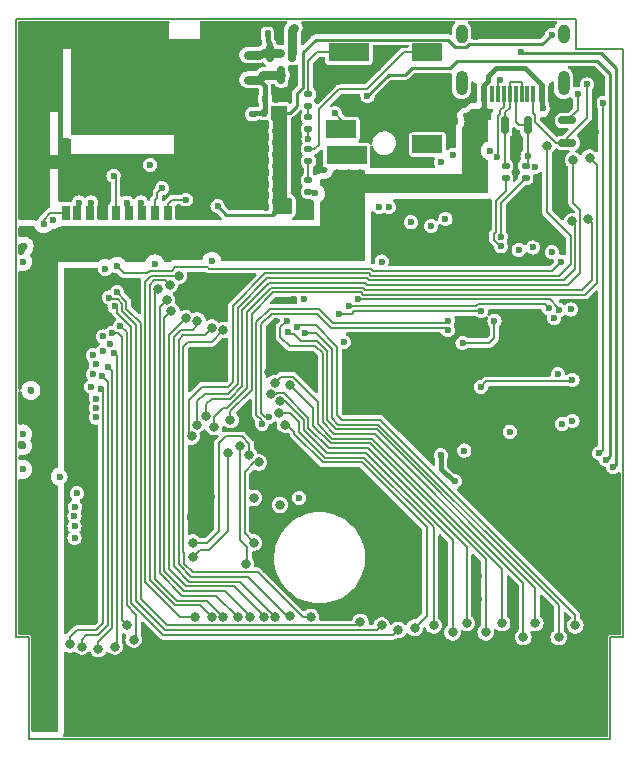
<source format=gbr>
G04 #@! TF.GenerationSoftware,KiCad,Pcbnew,7.0.10*
G04 #@! TF.CreationDate,2024-04-17T21:52:57+03:00*
G04 #@! TF.ProjectId,GAMEBOY_STM32_CART,47414d45-424f-4595-9f53-544d33325f43,v5.1*
G04 #@! TF.SameCoordinates,Original*
G04 #@! TF.FileFunction,Copper,L4,Bot*
G04 #@! TF.FilePolarity,Positive*
%FSLAX46Y46*%
G04 Gerber Fmt 4.6, Leading zero omitted, Abs format (unit mm)*
G04 Created by KiCad (PCBNEW 7.0.10) date 2024-04-17 21:52:57*
%MOMM*%
%LPD*%
G01*
G04 APERTURE LIST*
G04 Aperture macros list*
%AMRoundRect*
0 Rectangle with rounded corners*
0 $1 Rounding radius*
0 $2 $3 $4 $5 $6 $7 $8 $9 X,Y pos of 4 corners*
0 Add a 4 corners polygon primitive as box body*
4,1,4,$2,$3,$4,$5,$6,$7,$8,$9,$2,$3,0*
0 Add four circle primitives for the rounded corners*
1,1,$1+$1,$2,$3*
1,1,$1+$1,$4,$5*
1,1,$1+$1,$6,$7*
1,1,$1+$1,$8,$9*
0 Add four rect primitives between the rounded corners*
20,1,$1+$1,$2,$3,$4,$5,0*
20,1,$1+$1,$4,$5,$6,$7,0*
20,1,$1+$1,$6,$7,$8,$9,0*
20,1,$1+$1,$8,$9,$2,$3,0*%
G04 Aperture macros list end*
G04 #@! TA.AperFunction,SMDPad,CuDef*
%ADD10R,0.600000X1.450000*%
G04 #@! TD*
G04 #@! TA.AperFunction,SMDPad,CuDef*
%ADD11R,0.300000X1.450000*%
G04 #@! TD*
G04 #@! TA.AperFunction,ComponentPad*
%ADD12O,1.000000X1.600000*%
G04 #@! TD*
G04 #@! TA.AperFunction,ComponentPad*
%ADD13O,1.000000X2.100000*%
G04 #@! TD*
G04 #@! TA.AperFunction,SMDPad,CuDef*
%ADD14RoundRect,0.140000X0.140000X0.170000X-0.140000X0.170000X-0.140000X-0.170000X0.140000X-0.170000X0*%
G04 #@! TD*
G04 #@! TA.AperFunction,SMDPad,CuDef*
%ADD15RoundRect,0.150000X-0.150000X0.587500X-0.150000X-0.587500X0.150000X-0.587500X0.150000X0.587500X0*%
G04 #@! TD*
G04 #@! TA.AperFunction,SMDPad,CuDef*
%ADD16RoundRect,0.135000X-0.135000X-0.185000X0.135000X-0.185000X0.135000X0.185000X-0.135000X0.185000X0*%
G04 #@! TD*
G04 #@! TA.AperFunction,SMDPad,CuDef*
%ADD17RoundRect,0.135000X-0.185000X0.135000X-0.185000X-0.135000X0.185000X-0.135000X0.185000X0.135000X0*%
G04 #@! TD*
G04 #@! TA.AperFunction,SMDPad,CuDef*
%ADD18RoundRect,0.140000X-0.140000X-0.170000X0.140000X-0.170000X0.140000X0.170000X-0.140000X0.170000X0*%
G04 #@! TD*
G04 #@! TA.AperFunction,SMDPad,CuDef*
%ADD19RoundRect,0.135000X0.135000X0.185000X-0.135000X0.185000X-0.135000X-0.185000X0.135000X-0.185000X0*%
G04 #@! TD*
G04 #@! TA.AperFunction,SMDPad,CuDef*
%ADD20R,0.700000X1.200000*%
G04 #@! TD*
G04 #@! TA.AperFunction,SMDPad,CuDef*
%ADD21R,1.000000X0.800000*%
G04 #@! TD*
G04 #@! TA.AperFunction,SMDPad,CuDef*
%ADD22R,1.000000X2.800000*%
G04 #@! TD*
G04 #@! TA.AperFunction,SMDPad,CuDef*
%ADD23R,1.000000X1.200000*%
G04 #@! TD*
G04 #@! TA.AperFunction,SMDPad,CuDef*
%ADD24R,1.300000X1.900000*%
G04 #@! TD*
G04 #@! TA.AperFunction,SMDPad,CuDef*
%ADD25RoundRect,0.140000X0.170000X-0.140000X0.170000X0.140000X-0.170000X0.140000X-0.170000X-0.140000X0*%
G04 #@! TD*
G04 #@! TA.AperFunction,SMDPad,CuDef*
%ADD26RoundRect,0.140000X-0.170000X0.140000X-0.170000X-0.140000X0.170000X-0.140000X0.170000X0.140000X0*%
G04 #@! TD*
G04 #@! TA.AperFunction,SMDPad,CuDef*
%ADD27RoundRect,0.135000X0.185000X-0.135000X0.185000X0.135000X-0.185000X0.135000X-0.185000X-0.135000X0*%
G04 #@! TD*
G04 #@! TA.AperFunction,SMDPad,CuDef*
%ADD28R,2.500000X1.500000*%
G04 #@! TD*
G04 #@! TA.AperFunction,SMDPad,CuDef*
%ADD29R,3.400000X1.500000*%
G04 #@! TD*
G04 #@! TA.AperFunction,SMDPad,CuDef*
%ADD30RoundRect,0.112500X0.112500X-0.187500X0.112500X0.187500X-0.112500X0.187500X-0.112500X-0.187500X0*%
G04 #@! TD*
G04 #@! TA.AperFunction,SMDPad,CuDef*
%ADD31RoundRect,0.150000X-0.587500X-0.150000X0.587500X-0.150000X0.587500X0.150000X-0.587500X0.150000X0*%
G04 #@! TD*
G04 #@! TA.AperFunction,ViaPad*
%ADD32C,0.600000*%
G04 #@! TD*
G04 #@! TA.AperFunction,ViaPad*
%ADD33C,0.800000*%
G04 #@! TD*
G04 #@! TA.AperFunction,Conductor*
%ADD34C,0.200000*%
G04 #@! TD*
G04 #@! TA.AperFunction,Conductor*
%ADD35C,0.254000*%
G04 #@! TD*
G04 #@! TA.AperFunction,Conductor*
%ADD36C,0.400000*%
G04 #@! TD*
G04 #@! TA.AperFunction,Conductor*
%ADD37C,0.800000*%
G04 #@! TD*
G04 #@! TA.AperFunction,Profile*
%ADD38C,0.150000*%
G04 #@! TD*
G04 APERTURE END LIST*
D10*
X115640000Y-34215000D03*
X116440000Y-34215000D03*
D11*
X117640000Y-34215000D03*
X118640000Y-34215000D03*
X119140000Y-34215000D03*
X120140000Y-34215000D03*
D10*
X121340000Y-34215000D03*
X122140000Y-34215000D03*
X122140000Y-34215000D03*
X121340000Y-34215000D03*
D11*
X120640000Y-34215000D03*
X119640000Y-34215000D03*
X118140000Y-34215000D03*
X117140000Y-34215000D03*
D10*
X116440000Y-34215000D03*
X115640000Y-34215000D03*
D12*
X114570000Y-29120000D03*
D13*
X114570000Y-33300000D03*
D12*
X123210000Y-29120000D03*
D13*
X123210000Y-33300000D03*
D14*
X98960000Y-37800000D03*
X98000000Y-37800000D03*
X98960000Y-43800000D03*
X98000000Y-43800000D03*
D15*
X98350000Y-30750000D03*
X100250000Y-30750000D03*
X99300000Y-32625000D03*
D16*
X98140000Y-29150000D03*
X99160000Y-29150000D03*
D17*
X120000000Y-40290000D03*
X120000000Y-41310000D03*
D14*
X98960000Y-40800000D03*
X98000000Y-40800000D03*
D18*
X97920000Y-34600000D03*
X98880000Y-34600000D03*
D14*
X98960000Y-38800000D03*
X98000000Y-38800000D03*
D19*
X98880000Y-35800000D03*
X97860000Y-35800000D03*
D17*
X118300000Y-40290000D03*
X118300000Y-41310000D03*
D20*
X89685000Y-44265000D03*
X88585000Y-44265000D03*
X87485000Y-44265000D03*
X86385000Y-44265000D03*
X85285000Y-44265000D03*
X84185000Y-44265000D03*
X83085000Y-44265000D03*
X81985000Y-44265000D03*
X81035000Y-44265000D03*
D21*
X80085000Y-33765000D03*
D22*
X80085000Y-29615000D03*
D23*
X80085000Y-39965000D03*
X91235000Y-44265000D03*
D24*
X93585000Y-29165000D03*
D25*
X101600000Y-37160000D03*
X101600000Y-36200000D03*
D26*
X96880000Y-35920000D03*
X96880000Y-36880000D03*
D14*
X98960000Y-39800000D03*
X98000000Y-39800000D03*
D27*
X101600000Y-35220000D03*
X101600000Y-34200000D03*
D28*
X111675000Y-33375000D03*
D29*
X105025000Y-30675000D03*
D28*
X111675000Y-38475000D03*
X104375000Y-37175000D03*
X111675000Y-30675000D03*
D29*
X104825000Y-39375000D03*
D30*
X96450000Y-33000000D03*
X96450000Y-30900000D03*
D27*
X101600000Y-39910000D03*
X101600000Y-38890000D03*
D14*
X98960000Y-36800000D03*
X98000000Y-36800000D03*
D25*
X101600000Y-42480000D03*
X101600000Y-41520000D03*
D31*
X123525000Y-38350000D03*
X123525000Y-36450000D03*
X125400000Y-37400000D03*
D14*
X98960000Y-42800000D03*
X98000000Y-42800000D03*
D15*
X118250000Y-36862500D03*
X120150000Y-36862500D03*
X119200000Y-38737500D03*
D14*
X98960000Y-41800000D03*
X98000000Y-41800000D03*
D32*
X112400000Y-28800000D03*
X119100000Y-29300000D03*
X115800000Y-29373000D03*
X91700000Y-58600000D03*
X93200000Y-57400000D03*
X101800000Y-67400000D03*
X105900000Y-67300000D03*
X105000000Y-68000000D03*
X107000000Y-68000000D03*
X105400000Y-54800000D03*
X116400000Y-60300000D03*
X118400000Y-61200000D03*
X118400000Y-59500000D03*
X117500000Y-57800000D03*
X117400000Y-59500000D03*
X117400000Y-61200000D03*
X117400000Y-62400000D03*
X116000000Y-62400000D03*
X114300000Y-62400000D03*
X113000000Y-62400000D03*
X113000000Y-61200000D03*
X108600000Y-61300000D03*
X111200000Y-61700000D03*
X111200000Y-60200000D03*
X111200000Y-58900000D03*
X111200000Y-57800000D03*
X111200000Y-56700000D03*
X110100000Y-56700000D03*
X110100000Y-57800000D03*
X110100000Y-59000000D03*
X110100000Y-60300000D03*
X110100000Y-61700000D03*
X77527207Y-47100000D03*
X78100000Y-59300000D03*
X106400000Y-37800000D03*
X110000000Y-39800000D03*
X102900000Y-40603990D03*
X100900000Y-44400000D03*
X94700000Y-40400000D03*
X87000000Y-30300000D03*
X82200000Y-30100000D03*
X90300000Y-37000000D03*
X89100000Y-35600000D03*
X88700000Y-31800000D03*
X101600000Y-28600000D03*
X102700000Y-34200000D03*
X102700000Y-32900000D03*
X106700000Y-32500000D03*
X104100000Y-33200000D03*
X103900000Y-32200000D03*
X104700000Y-35100000D03*
X88200000Y-40200000D03*
X92000000Y-81100000D03*
X90600000Y-81100000D03*
X89000000Y-81200000D03*
X110500000Y-71000000D03*
X107500000Y-73500000D03*
X107800000Y-77900000D03*
X109300000Y-77800000D03*
X106600000Y-77900000D03*
X104300000Y-78000000D03*
X102100000Y-80900000D03*
X99400000Y-81300000D03*
X98000000Y-81100000D03*
X96500000Y-80700000D03*
X95100000Y-80700000D03*
X93500000Y-80800000D03*
X125900000Y-51700000D03*
X125800000Y-52700000D03*
X125800000Y-55600000D03*
X125900000Y-56700000D03*
X125800000Y-58300000D03*
X116600000Y-64600000D03*
X123100000Y-64600000D03*
X124700000Y-64100000D03*
X125800000Y-63100000D03*
X125900000Y-61300000D03*
X125900000Y-59500000D03*
X121600000Y-61500000D03*
X121600000Y-60200000D03*
X120400000Y-56000000D03*
X120300000Y-54400000D03*
X119600000Y-55100000D03*
X120900000Y-55000000D03*
X118700000Y-46700000D03*
X114400000Y-44400000D03*
X116600000Y-45200000D03*
X116700000Y-44300000D03*
X118650000Y-45600000D03*
X122500000Y-46500000D03*
X121000000Y-46500000D03*
X121000000Y-44500000D03*
X122500000Y-40000000D03*
X120150000Y-39500000D03*
X117565687Y-39565687D03*
X119048476Y-37503795D03*
X126000000Y-34000000D03*
X122000000Y-36500000D03*
X114000000Y-36500000D03*
X111500000Y-36500000D03*
X111500000Y-35500000D03*
X110500000Y-35000000D03*
X108000000Y-34500000D03*
X108000000Y-35500000D03*
X109000000Y-35500000D03*
X107000000Y-35500000D03*
X106000000Y-35500000D03*
X107500000Y-32000000D03*
X110500000Y-28500000D03*
X106000000Y-28500000D03*
X103500000Y-28500000D03*
X78000000Y-40500000D03*
X78000000Y-37500000D03*
X78000000Y-35000000D03*
X78000000Y-32500000D03*
X78000000Y-30500000D03*
X89500000Y-33000000D03*
X90500000Y-33000000D03*
X90500000Y-31500000D03*
X92000000Y-37500000D03*
X92000000Y-36000000D03*
X92000000Y-34500000D03*
X97000000Y-39500000D03*
X97000000Y-40500000D03*
X96300000Y-43300000D03*
X97000000Y-42500000D03*
X95500000Y-42500000D03*
X93000000Y-42000000D03*
X97500000Y-64000000D03*
X96000000Y-62500000D03*
X94000000Y-58000000D03*
X92500000Y-58000000D03*
X95000000Y-50500000D03*
X92000000Y-50000000D03*
X94000000Y-52000000D03*
X92000000Y-52000000D03*
X94000000Y-51000000D03*
X92000000Y-51000000D03*
X82000000Y-78000000D03*
X82000000Y-76000000D03*
X82000000Y-74500000D03*
X82000000Y-73500000D03*
X83000000Y-78000000D03*
X83000000Y-76000000D03*
X83000000Y-74500000D03*
X83000000Y-72500000D03*
X92000000Y-71000000D03*
X93000000Y-70000000D03*
X98000000Y-74500000D03*
X98000000Y-72500000D03*
X107000000Y-71000000D03*
X110500000Y-73500000D03*
X110500000Y-76500000D03*
X107500000Y-76500000D03*
X126000000Y-78500000D03*
X123000000Y-74500000D03*
X126000000Y-77000000D03*
X126000000Y-74500000D03*
X119500000Y-72000000D03*
X123000000Y-72500000D03*
X126000000Y-72500000D03*
X126000000Y-70000000D03*
X123000000Y-69500000D03*
X119500000Y-69500000D03*
X126000000Y-68000000D03*
X122500000Y-68000000D03*
X119500000Y-68000000D03*
X117000000Y-68000000D03*
X113000000Y-72900000D03*
X119000000Y-78000000D03*
X119000000Y-76500000D03*
X116000000Y-77000000D03*
X116000000Y-75000000D03*
X113000000Y-76500000D03*
X113000000Y-74500000D03*
X109000000Y-76500000D03*
X109000000Y-73500000D03*
X109000000Y-71000000D03*
X96800000Y-38000000D03*
X99600000Y-34000000D03*
X96000000Y-34800000D03*
X94200000Y-35200000D03*
X107600000Y-28800000D03*
X122400000Y-53200000D03*
X114800000Y-57400000D03*
X114600000Y-56400000D03*
X114800000Y-53400000D03*
X114800000Y-54400000D03*
X116200000Y-59000000D03*
X123950000Y-58400000D03*
X100812500Y-68400000D03*
X114800000Y-64400000D03*
X104600000Y-55200000D03*
X106800000Y-57200000D03*
X114000000Y-67000000D03*
X112824265Y-64800000D03*
X126519000Y-35000000D03*
X125200000Y-33400000D03*
X124400000Y-34200000D03*
X117842414Y-33012276D03*
X116440000Y-35560000D03*
X121420741Y-35388889D03*
X106600000Y-34400000D03*
X119600000Y-30627000D03*
X122200000Y-29200000D03*
X77400000Y-48400000D03*
X84400000Y-53000000D03*
X77400000Y-66000000D03*
X77400000Y-63000000D03*
X91600000Y-70000000D03*
X107800000Y-48400000D03*
X101200000Y-51600000D03*
X116200000Y-52600000D03*
X117907107Y-47107107D03*
X117907107Y-46307107D03*
X113400000Y-54200000D03*
X113400000Y-53400000D03*
X100622975Y-53951599D03*
X99758201Y-53406685D03*
X99837628Y-54334642D03*
X101300000Y-54438000D03*
X97681072Y-62120537D03*
X98246758Y-61554851D03*
X99150000Y-30750000D03*
X108400000Y-43800000D03*
X107600000Y-43800000D03*
X100400000Y-28600000D03*
X82000000Y-68000000D03*
X80000000Y-44865000D03*
X86200000Y-43400000D03*
X93907108Y-43707108D03*
X88600000Y-48600000D03*
X93424265Y-48375735D03*
X99800000Y-44000000D03*
X117350000Y-53400000D03*
X114650000Y-55300000D03*
X101600000Y-38000000D03*
X120600000Y-47200000D03*
X119400000Y-47400000D03*
X102175735Y-42624265D03*
X118650000Y-62800000D03*
X103850000Y-35850000D03*
D33*
X124200000Y-79200000D03*
X122800000Y-80200000D03*
X120800000Y-79000000D03*
X119800000Y-80200000D03*
X118000000Y-79000000D03*
X98751124Y-58663669D03*
X100000000Y-58838000D03*
X116600000Y-79800000D03*
X115000000Y-79000000D03*
X98400000Y-59600000D03*
X113800000Y-79800000D03*
X99200000Y-60200000D03*
X112200000Y-79200000D03*
X99078698Y-61200000D03*
X110600000Y-79400000D03*
X99600000Y-62200000D03*
D32*
X85184886Y-52200000D03*
D33*
X109200000Y-79600000D03*
D32*
X84734358Y-51443761D03*
D33*
X107800000Y-79200000D03*
D32*
X85400000Y-51000000D03*
D33*
X106000000Y-78900000D03*
X101800000Y-78500000D03*
X94400000Y-54200000D03*
X100000000Y-78400000D03*
X93400000Y-54000000D03*
X92200000Y-53400000D03*
X98800000Y-78500000D03*
X104000000Y-41000000D03*
X105000000Y-41000000D03*
X79400000Y-81200000D03*
X105000000Y-42000000D03*
X104000000Y-42000000D03*
X80000000Y-79200000D03*
X106000000Y-41000000D03*
X106000000Y-42000000D03*
X78800000Y-79200000D03*
X80000000Y-80400000D03*
X77600000Y-79200000D03*
X78800000Y-80400000D03*
X91200000Y-53200000D03*
X97800000Y-78500000D03*
X96644975Y-78500000D03*
X90000000Y-52600000D03*
X89611319Y-51657116D03*
X95600000Y-78500000D03*
X94400000Y-78500000D03*
X88900000Y-50700834D03*
X93400000Y-78500000D03*
X89848422Y-50383815D03*
X90600000Y-49600000D03*
X92000000Y-78500000D03*
D32*
X84955690Y-54450188D03*
D33*
X86255025Y-79210660D03*
X86800000Y-80400000D03*
D32*
X85668328Y-53863343D03*
X85173718Y-56177752D03*
D33*
X85200000Y-81000000D03*
D32*
X84600000Y-57300000D03*
D33*
X83800000Y-81200000D03*
D32*
X84147128Y-58110750D03*
D33*
X82400000Y-81000000D03*
X81400000Y-80800000D03*
D32*
X84000000Y-59200000D03*
D33*
X95000000Y-61800000D03*
X125400000Y-39600000D03*
X125300000Y-44800000D03*
X93607109Y-62400000D03*
X124000000Y-39800000D03*
X92907109Y-61492891D03*
X123900000Y-45000000D03*
X92200000Y-62200000D03*
X91700000Y-63200000D03*
X121800000Y-38600000D03*
D32*
X127400000Y-65800000D03*
X126824265Y-65200000D03*
X126224265Y-64624265D03*
X83200000Y-59000000D03*
X120820000Y-40368168D03*
X83367158Y-57932842D03*
X117000000Y-39000000D03*
X110275735Y-45075735D03*
X83600456Y-57095407D03*
X83342892Y-56338000D03*
X113800000Y-39400000D03*
X84200000Y-56000000D03*
X112000000Y-45400000D03*
X112800000Y-40000000D03*
X84800000Y-55400000D03*
X84200000Y-54738000D03*
X113200000Y-44800000D03*
X79178677Y-45178677D03*
X81852983Y-69158949D03*
X83600000Y-61600000D03*
X82200000Y-43400000D03*
X83600000Y-60800000D03*
X83200000Y-43400000D03*
X85102793Y-41129001D03*
X81800000Y-71800000D03*
X87400000Y-43400000D03*
X80600000Y-66600000D03*
X81800000Y-70800000D03*
X89200000Y-42200000D03*
X81787087Y-69956233D03*
X91200000Y-43164998D03*
X104200000Y-52800000D03*
X123071660Y-62126870D03*
D33*
X97000000Y-68400000D03*
X99200000Y-69000000D03*
D32*
X123950000Y-61900000D03*
X105000000Y-52200000D03*
X121950000Y-52350000D03*
X105800000Y-51600000D03*
X122850000Y-52500000D03*
D33*
X94800000Y-64600000D03*
X91800000Y-73400000D03*
X95800000Y-64000000D03*
X96300000Y-74000000D03*
X96600000Y-64800000D03*
X91800030Y-72203500D03*
X97400000Y-65400000D03*
X97000000Y-72200000D03*
D32*
X123000000Y-48400000D03*
X85400000Y-48800000D03*
X123850000Y-52450000D03*
X84400000Y-49000000D03*
X122200000Y-47600000D03*
X83600000Y-60000000D03*
X122707108Y-57942892D03*
X100400000Y-51600000D03*
X88400000Y-41800000D03*
X86200000Y-41000000D03*
D33*
X98300000Y-57734579D03*
X125800000Y-80000000D03*
D32*
X82800000Y-64600000D03*
X77400000Y-64000000D03*
X93400000Y-68340000D03*
X105600000Y-55800000D03*
D33*
X92078772Y-42605056D03*
D32*
X94600000Y-43200000D03*
D34*
X83800000Y-80589950D02*
X83800000Y-81200000D01*
X84600000Y-57300000D02*
X85000000Y-57700000D01*
X85000000Y-79389950D02*
X83800000Y-80589950D01*
X85000000Y-57700000D02*
X85000000Y-79389950D01*
X82400000Y-80400000D02*
X82400000Y-81000000D01*
X83800000Y-80000000D02*
X82800000Y-80000000D01*
X82800000Y-80000000D02*
X82400000Y-80400000D01*
X84600000Y-79200000D02*
X83800000Y-80000000D01*
X84600000Y-58563622D02*
X84600000Y-79200000D01*
X84147128Y-58110750D02*
X84600000Y-58563622D01*
X85800000Y-78755635D02*
X86255025Y-79210660D01*
X85450188Y-54450188D02*
X85800000Y-54800000D01*
X84955690Y-54450188D02*
X85450188Y-54450188D01*
X85800000Y-54800000D02*
X85800000Y-78755635D01*
X85400000Y-80800000D02*
X85200000Y-81000000D01*
X85400000Y-56404034D02*
X85400000Y-80800000D01*
X85173718Y-56177752D02*
X85400000Y-56404034D01*
D35*
X122140000Y-36360000D02*
X122000000Y-36500000D01*
X122140000Y-34215000D02*
X122140000Y-36360000D01*
D36*
X114500000Y-35100000D02*
X114755000Y-35100000D01*
X113900000Y-35700000D02*
X114500000Y-35100000D01*
X114755000Y-35100000D02*
X115640000Y-34215000D01*
X113900000Y-36400000D02*
X113900000Y-35700000D01*
X114000000Y-36500000D02*
X113900000Y-36400000D01*
D34*
X118000000Y-74434314D02*
X118000000Y-79000000D01*
X106965686Y-63400000D02*
X118000000Y-74434314D01*
X100289950Y-58138000D02*
X102400000Y-60248050D01*
X102400000Y-60248050D02*
X102400000Y-62165686D01*
X102400000Y-62165686D02*
X103634314Y-63400000D01*
X99276793Y-58138000D02*
X100289950Y-58138000D01*
X98751124Y-58663669D02*
X99276793Y-58138000D01*
X103634314Y-63400000D02*
X106965686Y-63400000D01*
D36*
X116775000Y-33091016D02*
X116440000Y-33426016D01*
X116440000Y-33426016D02*
X116440000Y-34215000D01*
X116775000Y-32725000D02*
X116775000Y-33091016D01*
X121340000Y-33426016D02*
X119913984Y-32000000D01*
X119913984Y-32000000D02*
X117500000Y-32000000D01*
X117500000Y-32000000D02*
X116775000Y-32725000D01*
X121340000Y-34215000D02*
X121340000Y-33426016D01*
D34*
X102175735Y-42624265D02*
X101744265Y-42624265D01*
X101744265Y-42624265D02*
X101600000Y-42480000D01*
X120150000Y-39500000D02*
X120150000Y-40140000D01*
X117650000Y-39481374D02*
X117565687Y-39565687D01*
X117650000Y-37650000D02*
X117650000Y-39481374D01*
X120150000Y-36862500D02*
X120150000Y-39500000D01*
X120150000Y-40140000D02*
X120000000Y-40290000D01*
D35*
X119048476Y-37503795D02*
X119048476Y-38585976D01*
X119048476Y-38585976D02*
X119200000Y-38737500D01*
D34*
X118250000Y-40240000D02*
X118300000Y-40290000D01*
X118250000Y-36862500D02*
X118250000Y-40240000D01*
X125919000Y-34081000D02*
X126000000Y-34000000D01*
X125919000Y-35000000D02*
X125919000Y-34081000D01*
X125919000Y-36881000D02*
X125919000Y-35000000D01*
X125400000Y-37400000D02*
X125919000Y-36881000D01*
X102500000Y-38500000D02*
X102110000Y-38890000D01*
X102110000Y-38890000D02*
X101600000Y-38890000D01*
X102500000Y-35500000D02*
X102500000Y-38500000D01*
X109673529Y-30675000D02*
X106548529Y-33800000D01*
X106548529Y-33800000D02*
X104200000Y-33800000D01*
X104200000Y-33800000D02*
X102500000Y-35500000D01*
X111675000Y-30675000D02*
X109673529Y-30675000D01*
X99600000Y-34200000D02*
X99600000Y-34000000D01*
X99200000Y-34600000D02*
X99600000Y-34200000D01*
X98880000Y-34600000D02*
X99200000Y-34600000D01*
D37*
X100400000Y-28600000D02*
X100250000Y-28750000D01*
X100250000Y-28750000D02*
X100250000Y-30750000D01*
X99150000Y-30750000D02*
X97800000Y-30750000D01*
D34*
X122200000Y-49200000D02*
X123000000Y-48400000D01*
X107076955Y-49200000D02*
X122200000Y-49200000D01*
X106862742Y-48985787D02*
X107076955Y-49200000D01*
X93185788Y-48985787D02*
X106862742Y-48985787D01*
X88144365Y-49200000D02*
X90010050Y-49200000D01*
X90310050Y-48900000D02*
X93100001Y-48900000D01*
X93100001Y-48900000D02*
X93185788Y-48985787D01*
X87944364Y-49400000D02*
X88144365Y-49200000D01*
X86000000Y-49400000D02*
X87944364Y-49400000D01*
X90010050Y-49200000D02*
X90310050Y-48900000D01*
X85400000Y-48800000D02*
X86000000Y-49400000D01*
X116657108Y-58542892D02*
X116200000Y-59000000D01*
X123807108Y-58542892D02*
X116657108Y-58542892D01*
X123950000Y-58400000D02*
X123807108Y-58542892D01*
D36*
X112824265Y-65937258D02*
X113887007Y-67000000D01*
X112824265Y-64800000D02*
X112824265Y-65937258D01*
X113887007Y-67000000D02*
X114000000Y-67000000D01*
D34*
X126519000Y-64329530D02*
X126224265Y-64624265D01*
X126519000Y-35000000D02*
X126519000Y-64329530D01*
X124400000Y-35575000D02*
X123525000Y-36450000D01*
X124400000Y-34200000D02*
X124400000Y-35575000D01*
D35*
X127600000Y-65600000D02*
X127400000Y-65800000D01*
X126352000Y-30752000D02*
X127600000Y-32000000D01*
X119725000Y-30752000D02*
X126352000Y-30752000D01*
X119600000Y-30627000D02*
X119725000Y-30752000D01*
X127600000Y-32000000D02*
X127600000Y-65600000D01*
X108400000Y-32600000D02*
X106600000Y-34400000D01*
X113600000Y-32000000D02*
X110396000Y-32000000D01*
X126000000Y-31400000D02*
X114200000Y-31400000D01*
X114200000Y-31400000D02*
X113600000Y-32000000D01*
X127146000Y-32546000D02*
X126000000Y-31400000D01*
X127146000Y-64878265D02*
X127146000Y-32546000D01*
X109796000Y-32600000D02*
X108400000Y-32600000D01*
X110396000Y-32000000D02*
X109796000Y-32600000D01*
X126824265Y-65200000D02*
X127146000Y-64878265D01*
X121400000Y-30000000D02*
X122200000Y-29200000D01*
X115159555Y-30000000D02*
X121400000Y-30000000D01*
X114912555Y-30247000D02*
X115159555Y-30000000D01*
X114047000Y-30247000D02*
X114912555Y-30247000D01*
X113398000Y-29598000D02*
X114047000Y-30247000D01*
X101173000Y-30627000D02*
X102202000Y-29598000D01*
X100600000Y-34222892D02*
X101173000Y-33649892D01*
X101173000Y-33649892D02*
X101173000Y-30627000D01*
X100600000Y-35200000D02*
X100600000Y-34222892D01*
X100000000Y-35800000D02*
X100600000Y-35200000D01*
X102202000Y-29598000D02*
X113398000Y-29598000D01*
X98880000Y-35800000D02*
X100000000Y-35800000D01*
D34*
X125200000Y-36221948D02*
X125200000Y-33400000D01*
X123525000Y-37896948D02*
X125200000Y-36221948D01*
X123525000Y-38350000D02*
X123525000Y-37896948D01*
X117640000Y-33214690D02*
X117842414Y-33012276D01*
X117640000Y-34215000D02*
X117640000Y-33214690D01*
X122539950Y-38350000D02*
X123525000Y-38350000D01*
X120800000Y-36000000D02*
X120800000Y-36610050D01*
X120800000Y-36610050D02*
X122539950Y-38350000D01*
X120640000Y-35840000D02*
X120800000Y-36000000D01*
X120640000Y-34215000D02*
X120640000Y-35840000D01*
D36*
X121340000Y-35308148D02*
X121420741Y-35388889D01*
X121340000Y-34215000D02*
X121340000Y-35308148D01*
D34*
X117650000Y-36084448D02*
X117650000Y-37650000D01*
X117850000Y-35884448D02*
X117650000Y-36084448D01*
X117850000Y-35584315D02*
X117850000Y-35884448D01*
X118140000Y-35294314D02*
X117850000Y-35584315D01*
X118140000Y-34215000D02*
X118140000Y-35294314D01*
X119140000Y-36400000D02*
X119140000Y-36540000D01*
X119140000Y-34215000D02*
X119140000Y-36400000D01*
X118640000Y-33240000D02*
X118640000Y-34215000D01*
X118690000Y-33190000D02*
X118640000Y-33240000D01*
X119590000Y-33190000D02*
X118690000Y-33190000D01*
X119640000Y-33240000D02*
X119590000Y-33190000D01*
X119640000Y-34215000D02*
X119640000Y-33240000D01*
X119462500Y-36862500D02*
X120150000Y-36862500D01*
X119140000Y-36540000D02*
X119462500Y-36862500D01*
X118640000Y-35360000D02*
X118250000Y-35750000D01*
X118640000Y-34215000D02*
X118640000Y-35360000D01*
X118250000Y-35750000D02*
X118250000Y-36862500D01*
D36*
X116440000Y-34215000D02*
X116440000Y-35560000D01*
D34*
X108800000Y-80000000D02*
X109200000Y-79600000D01*
X89268630Y-80000000D02*
X108800000Y-80000000D01*
X86600000Y-77331370D02*
X89268630Y-80000000D01*
X86600000Y-53946486D02*
X86600000Y-77331370D01*
X85384886Y-52731371D02*
X86600000Y-53946486D01*
X85384886Y-52400000D02*
X85384886Y-52731371D01*
X85184886Y-52200000D02*
X85384886Y-52400000D01*
X107400000Y-79600000D02*
X107800000Y-79200000D01*
X87000000Y-77165686D02*
X89434314Y-79600000D01*
X87000000Y-53780800D02*
X87000000Y-77165686D01*
X85784886Y-51950572D02*
X85784886Y-52565685D01*
X85434314Y-51600000D02*
X85784886Y-51950572D01*
X85784886Y-52565685D02*
X87000000Y-53780800D01*
X84890597Y-51600000D02*
X85434314Y-51600000D01*
X84734358Y-51443761D02*
X84890597Y-51600000D01*
X89434314Y-79600000D02*
X107400000Y-79600000D01*
X105700000Y-79200000D02*
X106000000Y-78900000D01*
X89600000Y-79200000D02*
X105700000Y-79200000D01*
X87400000Y-77000000D02*
X89600000Y-79200000D01*
X87400000Y-53615114D02*
X87400000Y-77000000D01*
X86184886Y-52400000D02*
X87400000Y-53615114D01*
X86184886Y-51784886D02*
X86184886Y-52400000D01*
X85400000Y-51000000D02*
X86184886Y-51784886D01*
D35*
X94005056Y-42605056D02*
X92078772Y-42605056D01*
X94600000Y-43200000D02*
X94005056Y-42605056D01*
X98960000Y-44109999D02*
X98960000Y-43800000D01*
X98632999Y-44437000D02*
X98960000Y-44109999D01*
X94637000Y-44437000D02*
X98632999Y-44437000D01*
X93907108Y-43707108D02*
X94637000Y-44437000D01*
D34*
X115951471Y-52000000D02*
X115751471Y-52200000D01*
X115751471Y-52200000D02*
X105000000Y-52200000D01*
X121600000Y-52000000D02*
X115951471Y-52000000D01*
X121950000Y-52350000D02*
X121600000Y-52000000D01*
X105448529Y-52600000D02*
X116200000Y-52600000D01*
X105248529Y-52800000D02*
X105448529Y-52600000D01*
X104200000Y-52800000D02*
X105248529Y-52800000D01*
X122850000Y-52401471D02*
X122850000Y-52500000D01*
X122048529Y-51600000D02*
X122850000Y-52401471D01*
X105800000Y-51600000D02*
X122048529Y-51600000D01*
X117507107Y-43237207D02*
X118300000Y-42444314D01*
X117307107Y-46555636D02*
X117307107Y-46058578D01*
X117707107Y-46907107D02*
X117658578Y-46907107D01*
X117907107Y-47107107D02*
X117707107Y-46907107D01*
X117907107Y-43402893D02*
X120000000Y-41310000D01*
X117658578Y-46907107D02*
X117307107Y-46555636D01*
X117307107Y-46058578D02*
X117507107Y-45858578D01*
X117907107Y-46307107D02*
X117907107Y-43402893D01*
X118300000Y-42444314D02*
X118300000Y-41310000D01*
X117507107Y-45858578D02*
X117507107Y-43237207D01*
X113200000Y-54000000D02*
X113400000Y-54200000D01*
X103517156Y-54000000D02*
X113200000Y-54000000D01*
X102317156Y-52800000D02*
X103517156Y-54000000D01*
X98482844Y-52800000D02*
X102317156Y-52800000D01*
X97600000Y-53682844D02*
X98482844Y-52800000D01*
X98246758Y-61554851D02*
X97963915Y-61554851D01*
X113200000Y-53600000D02*
X113400000Y-53400000D01*
X103682844Y-53600000D02*
X113200000Y-53600000D01*
X98317156Y-52400000D02*
X102482844Y-52400000D01*
X97200000Y-53517156D02*
X98317156Y-52400000D01*
X97681072Y-61837694D02*
X97200000Y-61356622D01*
X97681072Y-62120537D02*
X97681072Y-61837694D01*
X97963915Y-61554851D02*
X97600000Y-61190936D01*
X97200000Y-61356622D02*
X97200000Y-53517156D01*
X102482844Y-52400000D02*
X103682844Y-53600000D01*
X97600000Y-61190936D02*
X97600000Y-53682844D01*
X104400000Y-61800000D02*
X107697057Y-61800000D01*
X104000000Y-61400000D02*
X104400000Y-61800000D01*
X104000000Y-55600000D02*
X104000000Y-61400000D01*
X107697057Y-61800000D02*
X124200000Y-78302943D01*
X102200000Y-53800000D02*
X104000000Y-55600000D01*
X124200000Y-78302943D02*
X124200000Y-79200000D01*
X100774574Y-53800000D02*
X102200000Y-53800000D01*
X100622975Y-53951599D02*
X100774574Y-53800000D01*
X99231000Y-53933886D02*
X99231000Y-54769000D01*
X99231000Y-54769000D02*
X100000000Y-55538000D01*
X99758201Y-53406685D02*
X99231000Y-53933886D01*
X100000000Y-55538000D02*
X101000000Y-55538000D01*
X101000000Y-55538000D02*
X102196578Y-55538000D01*
X120800000Y-76034315D02*
X120800000Y-79000000D01*
X107365685Y-62600000D02*
X120800000Y-76034315D01*
X103965686Y-62600000D02*
X107365685Y-62600000D01*
X103200000Y-61834314D02*
X103965686Y-62600000D01*
X99996621Y-54493635D02*
X100365685Y-54493635D01*
X102362264Y-55138000D02*
X103200000Y-55975736D01*
X100365685Y-54493635D02*
X101010050Y-55138000D01*
X99837628Y-54334642D02*
X99996621Y-54493635D01*
X101010050Y-55138000D02*
X102362264Y-55138000D01*
X103200000Y-55975736D02*
X103200000Y-61834314D01*
X101600000Y-54438000D02*
X102227950Y-54438000D01*
X101300000Y-54438000D02*
X101600000Y-54438000D01*
X119800000Y-75600000D02*
X119800000Y-80200000D01*
X107200000Y-63000000D02*
X119800000Y-75600000D01*
X103800000Y-63000000D02*
X107200000Y-63000000D01*
X102800000Y-62000000D02*
X103800000Y-63000000D01*
X102800000Y-56141422D02*
X102800000Y-62000000D01*
X102196578Y-55538000D02*
X102800000Y-56141422D01*
X126000000Y-40200000D02*
X125400000Y-39600000D01*
X126000000Y-50200000D02*
X126000000Y-40200000D01*
X106248529Y-51200000D02*
X125000000Y-51200000D01*
X106048529Y-51000000D02*
X106248529Y-51200000D01*
X98600000Y-51000000D02*
X106048529Y-51000000D01*
X125000000Y-51200000D02*
X126000000Y-50200000D01*
X96800000Y-52800000D02*
X98600000Y-51000000D01*
X95000000Y-61062744D02*
X96800000Y-59262743D01*
X96800000Y-59262743D02*
X96800000Y-52800000D01*
X95000000Y-61800000D02*
X95000000Y-61062744D01*
X125600000Y-45100000D02*
X125300000Y-44800000D01*
X125600000Y-50000000D02*
X125600000Y-45100000D01*
X124800000Y-50800000D02*
X125600000Y-50000000D01*
X106214214Y-50600000D02*
X106414215Y-50800000D01*
X98434314Y-50600000D02*
X106214214Y-50600000D01*
X96400000Y-52634314D02*
X98434314Y-50600000D01*
X96400000Y-59097058D02*
X96400000Y-52634314D01*
X94697058Y-60800000D02*
X96400000Y-59097058D01*
X94400000Y-60800000D02*
X94697058Y-60800000D01*
X93607109Y-61592891D02*
X94400000Y-60800000D01*
X93607109Y-62400000D02*
X93607109Y-61592891D01*
X106414215Y-50800000D02*
X124800000Y-50800000D01*
X124000000Y-43400000D02*
X124000000Y-39800000D01*
X124600000Y-44000000D02*
X124000000Y-43400000D01*
X124600000Y-49400000D02*
X124600000Y-44000000D01*
X123600000Y-50400000D02*
X124600000Y-49400000D01*
X106379899Y-50200000D02*
X106579899Y-50400000D01*
X96000000Y-52468628D02*
X98268628Y-50200000D01*
X94931372Y-60000000D02*
X96000000Y-58931372D01*
X98268628Y-50200000D02*
X106379899Y-50200000D01*
X92907109Y-60492891D02*
X93400000Y-60000000D01*
X93400000Y-60000000D02*
X94931372Y-60000000D01*
X92907109Y-61492891D02*
X92907109Y-60492891D01*
X106579899Y-50400000D02*
X123600000Y-50400000D01*
X96000000Y-58931372D02*
X96000000Y-52468628D01*
X124200000Y-45300000D02*
X123900000Y-45000000D01*
X124200000Y-49000000D02*
X124200000Y-45300000D01*
X123200000Y-50000000D02*
X124200000Y-49000000D01*
X106745585Y-50000000D02*
X123200000Y-50000000D01*
X106545584Y-49800000D02*
X106745585Y-50000000D01*
X95600000Y-58765686D02*
X95600000Y-52302942D01*
X94765686Y-59600000D02*
X95600000Y-58765686D01*
X95600000Y-52302942D02*
X98102942Y-49800000D01*
X92800000Y-59600000D02*
X94765686Y-59600000D01*
X92200000Y-60200000D02*
X92800000Y-59600000D01*
X98102942Y-49800000D02*
X106545584Y-49800000D01*
X92200000Y-62200000D02*
X92200000Y-60200000D01*
X123800000Y-46200000D02*
X121800000Y-44200000D01*
X123800000Y-48600000D02*
X123800000Y-46200000D01*
X122800000Y-49600000D02*
X123800000Y-48600000D01*
X106911269Y-49600000D02*
X122800000Y-49600000D01*
X106711269Y-49400000D02*
X106911269Y-49600000D01*
X95200000Y-58600000D02*
X95200000Y-52137257D01*
X121800000Y-44200000D02*
X121800000Y-38600000D01*
X95200000Y-52137257D02*
X97937257Y-49400000D01*
X92600000Y-59000000D02*
X94800000Y-59000000D01*
X91500000Y-60100000D02*
X92600000Y-59000000D01*
X91500000Y-63000000D02*
X91500000Y-60100000D01*
X94800000Y-59000000D02*
X95200000Y-58600000D01*
X91700000Y-63200000D02*
X91500000Y-63000000D01*
X97937257Y-49400000D02*
X106711269Y-49400000D01*
D36*
X98350000Y-30750000D02*
X97800000Y-30750000D01*
X98350000Y-30750000D02*
X98350000Y-29950000D01*
X97550000Y-30750000D02*
X97400000Y-30900000D01*
D37*
X96450000Y-30900000D02*
X97400000Y-30900000D01*
D36*
X98350000Y-29950000D02*
X98140000Y-29740000D01*
X98140000Y-29740000D02*
X98140000Y-29150000D01*
X97800000Y-30750000D02*
X97550000Y-30750000D01*
D34*
X86385000Y-43585000D02*
X86200000Y-43400000D01*
X86385000Y-44265000D02*
X86385000Y-43585000D01*
D37*
X97775000Y-32625000D02*
X97400000Y-33000000D01*
D36*
X97860000Y-35800000D02*
X97000000Y-35800000D01*
X97920000Y-34600000D02*
X97920000Y-35740000D01*
X97920000Y-33520000D02*
X97400000Y-33000000D01*
X97920000Y-35740000D02*
X97860000Y-35800000D01*
D37*
X99300000Y-32625000D02*
X97775000Y-32625000D01*
D36*
X97000000Y-35800000D02*
X96880000Y-35920000D01*
D37*
X97400000Y-33000000D02*
X96450000Y-33000000D01*
D36*
X97920000Y-34600000D02*
X97920000Y-33520000D01*
X98880000Y-35800000D02*
X98880000Y-43720000D01*
X98960000Y-43800000D02*
X99600000Y-43800000D01*
X99600000Y-43800000D02*
X99800000Y-44000000D01*
X98880000Y-43720000D02*
X98960000Y-43800000D01*
D34*
X114650000Y-55300000D02*
X116900000Y-55300000D01*
X116900000Y-55300000D02*
X117350000Y-54850000D01*
X117350000Y-54850000D02*
X117350000Y-53400000D01*
X101600000Y-37160000D02*
X101600000Y-38000000D01*
X101600000Y-36200000D02*
X101600000Y-35220000D01*
X101600000Y-39910000D02*
X101600000Y-41520000D01*
X104375000Y-37175000D02*
X104375000Y-36375000D01*
X104375000Y-36375000D02*
X103850000Y-35850000D01*
X104131372Y-62200000D02*
X107531371Y-62200000D01*
X122800000Y-77468629D02*
X122800000Y-80200000D01*
X102227950Y-54438000D02*
X103600000Y-55810050D01*
X103600000Y-61668628D02*
X104131372Y-62200000D01*
X107531371Y-62200000D02*
X122800000Y-77468629D01*
X103600000Y-55810050D02*
X103600000Y-61668628D01*
X102000000Y-62331372D02*
X103468628Y-63800000D01*
X103468628Y-63800000D02*
X106800000Y-63800000D01*
X100000000Y-58838000D02*
X102000000Y-60838000D01*
X102000000Y-60838000D02*
X102000000Y-62331372D01*
X116600000Y-73600000D02*
X116600000Y-79800000D01*
X106800000Y-63800000D02*
X116600000Y-73600000D01*
X101600000Y-61610050D02*
X101600000Y-62497058D01*
X115000000Y-72565686D02*
X115000000Y-79000000D01*
X98705025Y-59705025D02*
X98910050Y-59500000D01*
X98500000Y-59500000D02*
X98705025Y-59705025D01*
X98400000Y-59600000D02*
X98500000Y-59500000D01*
X103302942Y-64200000D02*
X106634314Y-64200000D01*
X101600000Y-62497058D02*
X103302942Y-64200000D01*
X106634314Y-64200000D02*
X115000000Y-72565686D01*
X98910050Y-59500000D02*
X99489950Y-59500000D01*
X99489950Y-59500000D02*
X101600000Y-61610050D01*
X101200000Y-61800000D02*
X101200000Y-62662744D01*
X99600000Y-60200000D02*
X101200000Y-61800000D01*
X106468628Y-64600000D02*
X113800000Y-71931372D01*
X99200000Y-60200000D02*
X99600000Y-60200000D01*
X101200000Y-62662744D02*
X103137257Y-64600000D01*
X113800000Y-71931372D02*
X113800000Y-79800000D01*
X103137257Y-64600000D02*
X106468628Y-64600000D01*
X112200000Y-70897058D02*
X112200000Y-79200000D01*
X99078698Y-61200000D02*
X100000000Y-61200000D01*
X100000000Y-61200000D02*
X100800000Y-62000000D01*
X102971572Y-65000000D02*
X106302942Y-65000000D01*
X100800000Y-62828430D02*
X102971572Y-65000000D01*
X106302942Y-65000000D02*
X112200000Y-70897058D01*
X100800000Y-62000000D02*
X100800000Y-62828430D01*
X99800000Y-62200000D02*
X100400000Y-62800000D01*
X111600000Y-78400000D02*
X110600000Y-79400000D01*
X100400000Y-62800000D02*
X100400000Y-62994116D01*
X102805887Y-65400000D02*
X106137256Y-65400000D01*
X99600000Y-62200000D02*
X99800000Y-62200000D01*
X106137256Y-65400000D02*
X111600000Y-70862744D01*
X100400000Y-62994116D02*
X102805887Y-65400000D01*
X111600000Y-70862744D02*
X111600000Y-78400000D01*
X91000000Y-73010050D02*
X91000000Y-55600000D01*
X97300000Y-74700000D02*
X91831372Y-74700000D01*
X101800000Y-78500000D02*
X101100000Y-78500000D01*
X91000000Y-55600000D02*
X91400000Y-55200000D01*
X91100000Y-73968628D02*
X91100000Y-73110050D01*
X101100000Y-78500000D02*
X97300000Y-74700000D01*
X91400000Y-55200000D02*
X93400000Y-55200000D01*
X91831372Y-74700000D02*
X91100000Y-73968628D01*
X93400000Y-55200000D02*
X94400000Y-54200000D01*
X91100000Y-73110050D02*
X91000000Y-73010050D01*
X90600000Y-74034314D02*
X91665686Y-75100000D01*
X92800000Y-54600000D02*
X91000000Y-54600000D01*
X96500000Y-75100000D02*
X99800000Y-78400000D01*
X93400000Y-54000000D02*
X92800000Y-54600000D01*
X90600000Y-55000000D02*
X90600000Y-74034314D01*
X91000000Y-54600000D02*
X90600000Y-55000000D01*
X99800000Y-78400000D02*
X100000000Y-78400000D01*
X91665686Y-75100000D02*
X96500000Y-75100000D01*
X91500000Y-75500000D02*
X90200000Y-74200000D01*
X90800000Y-54200000D02*
X91800000Y-54200000D01*
X95800000Y-75500000D02*
X91500000Y-75500000D01*
X98800000Y-78500000D02*
X95800000Y-75500000D01*
X92200000Y-53800000D02*
X92200000Y-53400000D01*
X90200000Y-74200000D02*
X90200000Y-54800000D01*
X91800000Y-54200000D02*
X92200000Y-53800000D01*
X90200000Y-54800000D02*
X90800000Y-54200000D01*
X89800000Y-54600000D02*
X91200000Y-53200000D01*
X97800000Y-78500000D02*
X97800000Y-78400000D01*
X89800000Y-74434314D02*
X89800000Y-54600000D01*
X97800000Y-78400000D02*
X95300000Y-75900000D01*
X91265686Y-75900000D02*
X89800000Y-74434314D01*
X95300000Y-75900000D02*
X91265686Y-75900000D01*
X91100000Y-76300000D02*
X89400000Y-74600000D01*
X96644975Y-78500000D02*
X96644975Y-78444975D01*
X94500000Y-76300000D02*
X91100000Y-76300000D01*
X89400000Y-53200000D02*
X90000000Y-52600000D01*
X89400000Y-74600000D02*
X89400000Y-53200000D01*
X96644975Y-78444975D02*
X94500000Y-76300000D01*
X89000000Y-52268435D02*
X89611319Y-51657116D01*
X90934315Y-76700000D02*
X89000000Y-74765685D01*
X93800000Y-76700000D02*
X90934315Y-76700000D01*
X95600000Y-78500000D02*
X93800000Y-76700000D01*
X89000000Y-74765685D02*
X89000000Y-52268435D01*
X93000000Y-77100000D02*
X94400000Y-78500000D01*
X88900000Y-50700834D02*
X88600000Y-51000834D01*
X88600000Y-75234313D02*
X90465687Y-77100000D01*
X90465687Y-77100000D02*
X93000000Y-77100000D01*
X88600000Y-51000834D02*
X88600000Y-75234313D01*
X88200000Y-50350000D02*
X88200000Y-75399999D01*
X92400000Y-77500000D02*
X93400000Y-78500000D01*
X90300001Y-77500000D02*
X92400000Y-77500000D01*
X89465441Y-50000834D02*
X88549166Y-50000834D01*
X89848422Y-50383815D02*
X89465441Y-50000834D01*
X88200000Y-75399999D02*
X90300001Y-77500000D01*
X88549166Y-50000834D02*
X88200000Y-50350000D01*
X90734315Y-78500000D02*
X92000000Y-78500000D01*
X88310050Y-49600000D02*
X87800000Y-50110050D01*
X90600000Y-49600000D02*
X88310050Y-49600000D01*
X87800000Y-75565685D02*
X90734315Y-78500000D01*
X87800000Y-50110050D02*
X87800000Y-75565685D01*
X87000000Y-80200000D02*
X86800000Y-80400000D01*
X87000000Y-78297056D02*
X87000000Y-80200000D01*
X86200000Y-77497056D02*
X87000000Y-78297056D01*
X85668328Y-53863343D02*
X86200000Y-54395015D01*
X86200000Y-54395015D02*
X86200000Y-77497056D01*
X81400000Y-80200000D02*
X81400000Y-80800000D01*
X82000000Y-79600000D02*
X81400000Y-80200000D01*
X84000000Y-59200000D02*
X84200000Y-59400000D01*
X84200000Y-79034314D02*
X83634314Y-79600000D01*
X84200000Y-59400000D02*
X84200000Y-79034314D01*
X83634314Y-79600000D02*
X82000000Y-79600000D01*
X79178677Y-45178677D02*
X79178677Y-44837794D01*
X79178677Y-44837794D02*
X79751471Y-44265000D01*
X79751471Y-44265000D02*
X81035000Y-44265000D01*
X82200000Y-44050000D02*
X81985000Y-44265000D01*
X82200000Y-43400000D02*
X82200000Y-44050000D01*
X83085000Y-44265000D02*
X83085000Y-43515000D01*
X83085000Y-43515000D02*
X83200000Y-43400000D01*
X85285000Y-41311208D02*
X85102793Y-41129001D01*
X85285000Y-44265000D02*
X85285000Y-41311208D01*
X87400000Y-44180000D02*
X87485000Y-44265000D01*
X87400000Y-43400000D02*
X87400000Y-44180000D01*
X88585000Y-43215000D02*
X88585000Y-44265000D01*
X88800000Y-42600000D02*
X88800000Y-43000000D01*
X89200000Y-42200000D02*
X88800000Y-42600000D01*
X88800000Y-43000000D02*
X88585000Y-43215000D01*
X89685000Y-43515000D02*
X90035002Y-43164998D01*
X89685000Y-44265000D02*
X89685000Y-43515000D01*
X90035002Y-43164998D02*
X91200000Y-43164998D01*
X102325000Y-30675000D02*
X105025000Y-30675000D01*
X101600000Y-34200000D02*
X101600000Y-31400000D01*
X101600000Y-31400000D02*
X102325000Y-30675000D01*
X92400000Y-72800000D02*
X93200000Y-72800000D01*
X93200000Y-72800000D02*
X94800000Y-71200000D01*
X94800000Y-71200000D02*
X94800000Y-64600000D01*
X91800000Y-73400000D02*
X92400000Y-72800000D01*
X96400000Y-73900000D02*
X96400000Y-72589950D01*
X96400000Y-72589950D02*
X95800000Y-71989950D01*
X96300000Y-74000000D02*
X96400000Y-73900000D01*
X95800000Y-71989950D02*
X95800000Y-64000000D01*
X96600000Y-63810050D02*
X96600000Y-64800000D01*
X94000000Y-71200000D02*
X94000000Y-63800000D01*
X94000000Y-63800000D02*
X94600000Y-63200000D01*
X94600000Y-63200000D02*
X95989950Y-63200000D01*
X92996500Y-72203500D02*
X94000000Y-71200000D01*
X95989950Y-63200000D02*
X96600000Y-63810050D01*
X91800030Y-72203500D02*
X92996500Y-72203500D01*
X97000000Y-72200000D02*
X96200000Y-71400000D01*
X96200000Y-66200000D02*
X97000000Y-65400000D01*
X96200000Y-71400000D02*
X96200000Y-66200000D01*
X97000000Y-65400000D02*
X97400000Y-65400000D01*
X92078772Y-43421228D02*
X91235000Y-44265000D01*
X92078772Y-42605056D02*
X92078772Y-43421228D01*
G04 #@! TA.AperFunction,Conductor*
G36*
X98655031Y-35206958D02*
G01*
X98657177Y-35207709D01*
X98657178Y-35207709D01*
X98657181Y-35207710D01*
X98672057Y-35209105D01*
X98686930Y-35210500D01*
X98686934Y-35210500D01*
X99073070Y-35210500D01*
X99086289Y-35209260D01*
X99102819Y-35207710D01*
X99102822Y-35207709D01*
X99104969Y-35206958D01*
X99145923Y-35200000D01*
X99676000Y-35200000D01*
X99743039Y-35219685D01*
X99788794Y-35272489D01*
X99800000Y-35324000D01*
X99800000Y-43000000D01*
X100076000Y-43000000D01*
X100143039Y-43019685D01*
X100188794Y-43072489D01*
X100200000Y-43124000D01*
X100200000Y-44276000D01*
X100180315Y-44343039D01*
X100127511Y-44388794D01*
X100076000Y-44400000D01*
X98615755Y-44400000D01*
X98548716Y-44380315D01*
X98502961Y-44327511D01*
X98493017Y-44258353D01*
X98515984Y-44202367D01*
X98533852Y-44178157D01*
X98577710Y-44052819D01*
X98580500Y-44023066D01*
X98580500Y-43576934D01*
X98577710Y-43547181D01*
X98577708Y-43547177D01*
X98577708Y-43547173D01*
X98533852Y-43421844D01*
X98533852Y-43421843D01*
X98498271Y-43373633D01*
X98474301Y-43308005D01*
X98489617Y-43239834D01*
X98498272Y-43226366D01*
X98533852Y-43178157D01*
X98577710Y-43052819D01*
X98580500Y-43023066D01*
X98580500Y-42576934D01*
X98577710Y-42547181D01*
X98577708Y-42547177D01*
X98577708Y-42547173D01*
X98533852Y-42421844D01*
X98533852Y-42421843D01*
X98498271Y-42373633D01*
X98474301Y-42308005D01*
X98489617Y-42239834D01*
X98498272Y-42226366D01*
X98533852Y-42178157D01*
X98577710Y-42052819D01*
X98580500Y-42023066D01*
X98580500Y-41576934D01*
X98577710Y-41547181D01*
X98577708Y-41547177D01*
X98577708Y-41547173D01*
X98533852Y-41421844D01*
X98533852Y-41421843D01*
X98498271Y-41373633D01*
X98474301Y-41308005D01*
X98489617Y-41239834D01*
X98498272Y-41226366D01*
X98533852Y-41178157D01*
X98577710Y-41052819D01*
X98580500Y-41023066D01*
X98580500Y-40576934D01*
X98577710Y-40547181D01*
X98577708Y-40547177D01*
X98577708Y-40547173D01*
X98533852Y-40421844D01*
X98533852Y-40421843D01*
X98498271Y-40373633D01*
X98474301Y-40308005D01*
X98489617Y-40239834D01*
X98498272Y-40226366D01*
X98533852Y-40178157D01*
X98577710Y-40052819D01*
X98580500Y-40023066D01*
X98580500Y-39576934D01*
X98577710Y-39547181D01*
X98577708Y-39547177D01*
X98577708Y-39547173D01*
X98533852Y-39421844D01*
X98533852Y-39421843D01*
X98498271Y-39373633D01*
X98474301Y-39308005D01*
X98489617Y-39239834D01*
X98498272Y-39226366D01*
X98533852Y-39178157D01*
X98577710Y-39052819D01*
X98580500Y-39023066D01*
X98580500Y-38576934D01*
X98577710Y-38547181D01*
X98577708Y-38547177D01*
X98577708Y-38547173D01*
X98533852Y-38421844D01*
X98533852Y-38421843D01*
X98498271Y-38373633D01*
X98474301Y-38308005D01*
X98489617Y-38239834D01*
X98498272Y-38226366D01*
X98533852Y-38178157D01*
X98577710Y-38052819D01*
X98580500Y-38023066D01*
X98580500Y-37576934D01*
X98577710Y-37547181D01*
X98577708Y-37547177D01*
X98577708Y-37547173D01*
X98533852Y-37421844D01*
X98533852Y-37421843D01*
X98498271Y-37373633D01*
X98474301Y-37308005D01*
X98489617Y-37239834D01*
X98498272Y-37226366D01*
X98533852Y-37178157D01*
X98577710Y-37052819D01*
X98580500Y-37023066D01*
X98580500Y-36576934D01*
X98577710Y-36547181D01*
X98577708Y-36547177D01*
X98577708Y-36547173D01*
X98533852Y-36421844D01*
X98533852Y-36421843D01*
X98454999Y-36315001D01*
X98450364Y-36311580D01*
X98408115Y-36255932D01*
X98400000Y-36211812D01*
X98400000Y-36167224D01*
X98406959Y-36126269D01*
X98427741Y-36066879D01*
X98430500Y-36037457D01*
X98430499Y-35562544D01*
X98427741Y-35533121D01*
X98427458Y-35532311D01*
X98427084Y-35530115D01*
X98426132Y-35525753D01*
X98426336Y-35525708D01*
X98420500Y-35491359D01*
X98420500Y-35324000D01*
X98440185Y-35256961D01*
X98492989Y-35211206D01*
X98544500Y-35200000D01*
X98614077Y-35200000D01*
X98655031Y-35206958D01*
G37*
G04 #@! TD.AperFunction*
G04 #@! TA.AperFunction,Conductor*
G36*
X106343039Y-40653185D02*
G01*
X106388794Y-40705989D01*
X106400000Y-40757500D01*
X106400000Y-42600000D01*
X106400000Y-48253287D01*
X106380315Y-48320326D01*
X106327511Y-48366081D01*
X106276000Y-48377287D01*
X94348869Y-48377287D01*
X94281830Y-48357602D01*
X94236075Y-48304798D01*
X94225649Y-48267170D01*
X94217483Y-48194693D01*
X94217482Y-48194688D01*
X94206705Y-48163889D01*
X94157308Y-48022720D01*
X94060376Y-47868454D01*
X93931546Y-47739624D01*
X93777280Y-47642692D01*
X93722958Y-47623684D01*
X93605311Y-47582517D01*
X93605306Y-47582516D01*
X93424269Y-47562119D01*
X93424261Y-47562119D01*
X93243223Y-47582516D01*
X93243218Y-47582517D01*
X93071247Y-47642693D01*
X92916983Y-47739624D01*
X92788154Y-47868453D01*
X92691223Y-48022717D01*
X92631046Y-48194692D01*
X92630955Y-48195093D01*
X92630824Y-48195325D01*
X92628748Y-48201261D01*
X92627708Y-48200897D01*
X92596846Y-48256071D01*
X92535185Y-48288929D01*
X92510064Y-48291500D01*
X90358055Y-48291500D01*
X90341870Y-48290439D01*
X90310051Y-48286250D01*
X90310049Y-48286250D01*
X90274203Y-48290969D01*
X90274172Y-48290972D01*
X90170594Y-48304607D01*
X90170593Y-48304608D01*
X90157663Y-48306310D01*
X90151198Y-48307162D01*
X90003174Y-48368475D01*
X89998533Y-48372037D01*
X89995485Y-48374375D01*
X89930318Y-48399570D01*
X89919999Y-48400000D01*
X89474568Y-48400000D01*
X89407529Y-48380315D01*
X89361774Y-48327511D01*
X89357526Y-48316954D01*
X89354100Y-48307162D01*
X89333043Y-48246985D01*
X89315432Y-48218958D01*
X89280830Y-48163889D01*
X89236111Y-48092719D01*
X89107281Y-47963889D01*
X88994015Y-47892719D01*
X88953017Y-47866958D01*
X88953016Y-47866957D01*
X88953015Y-47866957D01*
X88837790Y-47826638D01*
X88781046Y-47806782D01*
X88781041Y-47806781D01*
X88600004Y-47786384D01*
X88599996Y-47786384D01*
X88418958Y-47806781D01*
X88418953Y-47806782D01*
X88246982Y-47866958D01*
X88092718Y-47963889D01*
X87963889Y-48092718D01*
X87866957Y-48246983D01*
X87842474Y-48316954D01*
X87801752Y-48373730D01*
X87736799Y-48399478D01*
X87725432Y-48400000D01*
X86172052Y-48400000D01*
X86105013Y-48380315D01*
X86067058Y-48341971D01*
X86036113Y-48292721D01*
X85907281Y-48163889D01*
X85753017Y-48066958D01*
X85753016Y-48066957D01*
X85753015Y-48066957D01*
X85695930Y-48046982D01*
X85581046Y-48006782D01*
X85581041Y-48006781D01*
X85400004Y-47986384D01*
X85399996Y-47986384D01*
X85218958Y-48006781D01*
X85218953Y-48006782D01*
X85046982Y-48066958D01*
X84892718Y-48163889D01*
X84835247Y-48221360D01*
X84773923Y-48254844D01*
X84706611Y-48250719D01*
X84581054Y-48206784D01*
X84581041Y-48206781D01*
X84400004Y-48186384D01*
X84399996Y-48186384D01*
X84218958Y-48206781D01*
X84218953Y-48206782D01*
X84046982Y-48266958D01*
X83892718Y-48363889D01*
X83887276Y-48368230D01*
X83886463Y-48367210D01*
X83831604Y-48397166D01*
X83805246Y-48400000D01*
X80400000Y-48400000D01*
X80400000Y-65725432D01*
X80380315Y-65792471D01*
X80327511Y-65838226D01*
X80316955Y-65842473D01*
X80246986Y-65866956D01*
X80246982Y-65866958D01*
X80092718Y-65963889D01*
X79963889Y-66092718D01*
X79866958Y-66246982D01*
X79806782Y-66418953D01*
X79806781Y-66418958D01*
X79786384Y-66599996D01*
X79786384Y-66600003D01*
X79806781Y-66781041D01*
X79806782Y-66781046D01*
X79818179Y-66813616D01*
X79866957Y-66953015D01*
X79963889Y-67107281D01*
X80092719Y-67236111D01*
X80246985Y-67333043D01*
X80316954Y-67357526D01*
X80373730Y-67398248D01*
X80399478Y-67463201D01*
X80400000Y-67474568D01*
X80400000Y-88076000D01*
X80380315Y-88143039D01*
X80327511Y-88188794D01*
X80276000Y-88200000D01*
X78274500Y-88200000D01*
X78207461Y-88180315D01*
X78161706Y-88127511D01*
X78150500Y-88076000D01*
X78150500Y-80179237D01*
X78146507Y-80170946D01*
X78137338Y-80144743D01*
X78135290Y-80135769D01*
X78129549Y-80128570D01*
X78114779Y-80105065D01*
X78110788Y-80096776D01*
X78103593Y-80091038D01*
X78083959Y-80071404D01*
X78078223Y-80064211D01*
X78069931Y-80060218D01*
X78046428Y-80045449D01*
X78039234Y-80039712D01*
X78039233Y-80039711D01*
X78039231Y-80039710D01*
X78030253Y-80037660D01*
X78004057Y-80028494D01*
X77995763Y-80024500D01*
X77995762Y-80024500D01*
X77174500Y-80024500D01*
X77107461Y-80004815D01*
X77061706Y-79952011D01*
X77050500Y-79900500D01*
X77050500Y-66909033D01*
X77070185Y-66841994D01*
X77122989Y-66796239D01*
X77192147Y-66786295D01*
X77215450Y-66791991D01*
X77218953Y-66793217D01*
X77218960Y-66793217D01*
X77218961Y-66793218D01*
X77399996Y-66813616D01*
X77400000Y-66813616D01*
X77400004Y-66813616D01*
X77581041Y-66793218D01*
X77581044Y-66793217D01*
X77581047Y-66793217D01*
X77753015Y-66733043D01*
X77907281Y-66636111D01*
X78036111Y-66507281D01*
X78133043Y-66353015D01*
X78193217Y-66181047D01*
X78203169Y-66092719D01*
X78213616Y-66000003D01*
X78213616Y-65999996D01*
X78193218Y-65818958D01*
X78193217Y-65818953D01*
X78133043Y-65646985D01*
X78036111Y-65492719D01*
X77907281Y-65363889D01*
X77753015Y-65266957D01*
X77664862Y-65236111D01*
X77581046Y-65206782D01*
X77581041Y-65206781D01*
X77400004Y-65186384D01*
X77399996Y-65186384D01*
X77218958Y-65206781D01*
X77218953Y-65206782D01*
X77215455Y-65208007D01*
X77213052Y-65208129D01*
X77212161Y-65208333D01*
X77212125Y-65208176D01*
X77145676Y-65211568D01*
X77085048Y-65176839D01*
X77052821Y-65114846D01*
X77050500Y-65090965D01*
X77050500Y-64909033D01*
X77070185Y-64841994D01*
X77122989Y-64796239D01*
X77192147Y-64786295D01*
X77215450Y-64791991D01*
X77218953Y-64793217D01*
X77218960Y-64793217D01*
X77218961Y-64793218D01*
X77399996Y-64813616D01*
X77400000Y-64813616D01*
X77400004Y-64813616D01*
X77581041Y-64793218D01*
X77581044Y-64793217D01*
X77581047Y-64793217D01*
X77753015Y-64733043D01*
X77907281Y-64636111D01*
X78036111Y-64507281D01*
X78133043Y-64353015D01*
X78193217Y-64181047D01*
X78213616Y-64000000D01*
X78212615Y-63991118D01*
X78193218Y-63818958D01*
X78193216Y-63818950D01*
X78133044Y-63646987D01*
X78133043Y-63646985D01*
X78082137Y-63565969D01*
X78063137Y-63498737D01*
X78082137Y-63434030D01*
X78133043Y-63353015D01*
X78193217Y-63181047D01*
X78201391Y-63108500D01*
X78213616Y-63000003D01*
X78213616Y-62999996D01*
X78193218Y-62818958D01*
X78193217Y-62818953D01*
X78172186Y-62758850D01*
X78133043Y-62646985D01*
X78036111Y-62492719D01*
X77907281Y-62363889D01*
X77753017Y-62266958D01*
X77753016Y-62266957D01*
X77753015Y-62266957D01*
X77664862Y-62236111D01*
X77581046Y-62206782D01*
X77581041Y-62206781D01*
X77400004Y-62186384D01*
X77399996Y-62186384D01*
X77218958Y-62206781D01*
X77218953Y-62206782D01*
X77215455Y-62208007D01*
X77213052Y-62208129D01*
X77212161Y-62208333D01*
X77212125Y-62208176D01*
X77145676Y-62211568D01*
X77085048Y-62176839D01*
X77052821Y-62114846D01*
X77050500Y-62090965D01*
X77050500Y-59414498D01*
X77070185Y-59347459D01*
X77122502Y-59302126D01*
X77214846Y-59302126D01*
X77255703Y-59320785D01*
X77293477Y-59379563D01*
X77297720Y-59400615D01*
X77306781Y-59481041D01*
X77306782Y-59481046D01*
X77366958Y-59653017D01*
X77463889Y-59807281D01*
X77592719Y-59936111D01*
X77746985Y-60033043D01*
X77918953Y-60093217D01*
X77918958Y-60093218D01*
X78099996Y-60113616D01*
X78100000Y-60113616D01*
X78100004Y-60113616D01*
X78281041Y-60093218D01*
X78281044Y-60093217D01*
X78281047Y-60093217D01*
X78453015Y-60033043D01*
X78607281Y-59936111D01*
X78736111Y-59807281D01*
X78833043Y-59653015D01*
X78893217Y-59481047D01*
X78893218Y-59481041D01*
X78913616Y-59300003D01*
X78913616Y-59299996D01*
X78893218Y-59118958D01*
X78893217Y-59118953D01*
X78833043Y-58946985D01*
X78736111Y-58792719D01*
X78607281Y-58663889D01*
X78453015Y-58566957D01*
X78398693Y-58547949D01*
X78281046Y-58506782D01*
X78281041Y-58506781D01*
X78100004Y-58486384D01*
X78099996Y-58486384D01*
X77918958Y-58506781D01*
X77918953Y-58506782D01*
X77746982Y-58566958D01*
X77592718Y-58663889D01*
X77463889Y-58792718D01*
X77366958Y-58946982D01*
X77306782Y-59118953D01*
X77306781Y-59118958D01*
X77297720Y-59199384D01*
X77270654Y-59263798D01*
X77214846Y-59302126D01*
X77122502Y-59302126D01*
X77122989Y-59301704D01*
X77134221Y-59300088D01*
X77083315Y-59269533D01*
X77052360Y-59206895D01*
X77050500Y-59185501D01*
X77050500Y-49309033D01*
X77070185Y-49241994D01*
X77122989Y-49196239D01*
X77192147Y-49186295D01*
X77215450Y-49191991D01*
X77218953Y-49193217D01*
X77218960Y-49193217D01*
X77218961Y-49193218D01*
X77399996Y-49213616D01*
X77400000Y-49213616D01*
X77400004Y-49213616D01*
X77581041Y-49193218D01*
X77581044Y-49193217D01*
X77581047Y-49193217D01*
X77753015Y-49133043D01*
X77907281Y-49036111D01*
X78036111Y-48907281D01*
X78133043Y-48753015D01*
X78193217Y-48581047D01*
X78196513Y-48551800D01*
X78213616Y-48400000D01*
X78213616Y-48399996D01*
X78193218Y-48218958D01*
X78193217Y-48218953D01*
X78188959Y-48206784D01*
X78133043Y-48046985D01*
X78036111Y-47892719D01*
X78034999Y-47891325D01*
X78034561Y-47890253D01*
X78032406Y-47886823D01*
X78033006Y-47886445D01*
X78008591Y-47826638D01*
X78021348Y-47757942D01*
X78044260Y-47726338D01*
X78163318Y-47607281D01*
X78260250Y-47453015D01*
X78320424Y-47281047D01*
X78340823Y-47100000D01*
X78320424Y-46918953D01*
X78260250Y-46746985D01*
X78163318Y-46592719D01*
X78034488Y-46463889D01*
X77880222Y-46366957D01*
X77825900Y-46347949D01*
X77708253Y-46306782D01*
X77708248Y-46306781D01*
X77527211Y-46286384D01*
X77527203Y-46286384D01*
X77346165Y-46306781D01*
X77346157Y-46306783D01*
X77215454Y-46352518D01*
X77145675Y-46356079D01*
X77085048Y-46321350D01*
X77052821Y-46259356D01*
X77050500Y-46235476D01*
X77050500Y-45524000D01*
X77070185Y-45456961D01*
X77122989Y-45411206D01*
X77174500Y-45400000D01*
X78311570Y-45400000D01*
X78378609Y-45419685D01*
X78424364Y-45472489D01*
X78428612Y-45483046D01*
X78445633Y-45531691D01*
X78445634Y-45531692D01*
X78542566Y-45685958D01*
X78671396Y-45814788D01*
X78825662Y-45911720D01*
X78997630Y-45971894D01*
X78997635Y-45971895D01*
X79178673Y-45992293D01*
X79178677Y-45992293D01*
X79178681Y-45992293D01*
X79359718Y-45971895D01*
X79359721Y-45971894D01*
X79359724Y-45971894D01*
X79531692Y-45911720D01*
X79685958Y-45814788D01*
X79797919Y-45702826D01*
X79859238Y-45669344D01*
X79899481Y-45667290D01*
X79999998Y-45678616D01*
X80000000Y-45678616D01*
X80000004Y-45678616D01*
X80181041Y-45658218D01*
X80181044Y-45658217D01*
X80181047Y-45658217D01*
X80353015Y-45598043D01*
X80507281Y-45501111D01*
X80572073Y-45436318D01*
X80633395Y-45402834D01*
X80659754Y-45400000D01*
X102600000Y-45400000D01*
X102600000Y-43381070D01*
X102619685Y-43314031D01*
X102658027Y-43276077D01*
X102683016Y-43260376D01*
X102811846Y-43131546D01*
X102908778Y-42977280D01*
X102968952Y-42805312D01*
X102971690Y-42781013D01*
X102989351Y-42624268D01*
X102989351Y-42624261D01*
X102968953Y-42443223D01*
X102968952Y-42443218D01*
X102952847Y-42397192D01*
X102908778Y-42271250D01*
X102811846Y-42116984D01*
X102683016Y-41988154D01*
X102683015Y-41988153D01*
X102658026Y-41972451D01*
X102611736Y-41920116D01*
X102600000Y-41867458D01*
X102600000Y-41522560D01*
X102619685Y-41455521D01*
X102672489Y-41409766D01*
X102737884Y-41399340D01*
X102899997Y-41417606D01*
X102900000Y-41417606D01*
X102900004Y-41417606D01*
X103081041Y-41397208D01*
X103081044Y-41397207D01*
X103081047Y-41397207D01*
X103253015Y-41337033D01*
X103407281Y-41240101D01*
X103536111Y-41111271D01*
X103633043Y-40957005D01*
X103693217Y-40785037D01*
X103697884Y-40743618D01*
X103724950Y-40679204D01*
X103782544Y-40639648D01*
X103821104Y-40633500D01*
X106276000Y-40633500D01*
X106343039Y-40653185D01*
G37*
G04 #@! TD.AperFunction*
G04 #@! TA.AperFunction,Conductor*
G36*
X116552682Y-35206438D02*
G01*
X116564264Y-35219805D01*
X116626739Y-35303261D01*
X116743796Y-35390889D01*
X116880799Y-35441989D01*
X116908050Y-35444918D01*
X116941345Y-35448499D01*
X116941362Y-35448500D01*
X117112736Y-35448500D01*
X117179775Y-35468185D01*
X117225530Y-35520989D01*
X117233800Y-35576189D01*
X117236250Y-35576189D01*
X117236250Y-35581994D01*
X117235203Y-35585557D01*
X117235674Y-35588696D01*
X117235188Y-35592385D01*
X117233272Y-35592132D01*
X117216565Y-35649033D01*
X117210625Y-35657481D01*
X117191522Y-35682374D01*
X117191523Y-35682375D01*
X117118476Y-35777571D01*
X117118475Y-35777573D01*
X117087227Y-35853015D01*
X117058234Y-35923011D01*
X117057162Y-35925598D01*
X117057161Y-35925600D01*
X117057161Y-35925602D01*
X117040970Y-36048587D01*
X117040968Y-36048598D01*
X117040969Y-36048599D01*
X117036250Y-36084448D01*
X117040439Y-36116266D01*
X117041500Y-36132452D01*
X117041500Y-36276000D01*
X117021815Y-36343039D01*
X116969011Y-36388794D01*
X116917500Y-36400000D01*
X116800000Y-36400000D01*
X116800000Y-38125432D01*
X116780315Y-38192471D01*
X116727511Y-38238226D01*
X116716955Y-38242473D01*
X116646986Y-38266956D01*
X116646982Y-38266958D01*
X116492718Y-38363889D01*
X116363889Y-38492718D01*
X116266958Y-38646982D01*
X116206782Y-38818953D01*
X116206781Y-38818958D01*
X116186384Y-38999996D01*
X116186384Y-39000003D01*
X116206781Y-39181041D01*
X116206782Y-39181046D01*
X116232413Y-39254295D01*
X116260492Y-39334540D01*
X116266958Y-39353017D01*
X116281085Y-39375500D01*
X116363889Y-39507281D01*
X116492719Y-39636111D01*
X116646985Y-39733043D01*
X116716954Y-39757526D01*
X116773730Y-39798247D01*
X116799478Y-39863200D01*
X116800000Y-39874568D01*
X116800000Y-42476000D01*
X116780315Y-42543039D01*
X116727511Y-42588794D01*
X116676000Y-42600000D01*
X106400000Y-42600000D01*
X106400000Y-41000000D01*
X114600000Y-41000000D01*
X114600000Y-39527806D01*
X114600780Y-39513922D01*
X114613616Y-39400002D01*
X114613616Y-39399997D01*
X114600780Y-39286076D01*
X114600000Y-39272192D01*
X114600000Y-37094754D01*
X114619685Y-37027715D01*
X114632225Y-37012152D01*
X114636106Y-37007285D01*
X114636111Y-37007281D01*
X114733043Y-36853015D01*
X114793217Y-36681047D01*
X114813616Y-36500000D01*
X114809183Y-36460657D01*
X114793218Y-36318958D01*
X114793217Y-36318953D01*
X114792113Y-36315799D01*
X114733043Y-36146985D01*
X114678356Y-36059952D01*
X114659357Y-35992717D01*
X114679725Y-35925881D01*
X114695666Y-35906303D01*
X114760333Y-35841635D01*
X114821654Y-35808152D01*
X114825625Y-35807356D01*
X114857984Y-35801426D01*
X114865369Y-35800302D01*
X114925801Y-35792965D01*
X114935499Y-35789286D01*
X114957116Y-35783260D01*
X114967329Y-35781389D01*
X115022873Y-35756389D01*
X115029726Y-35753551D01*
X115086675Y-35731954D01*
X115095213Y-35726060D01*
X115114764Y-35715033D01*
X115124226Y-35710775D01*
X115172157Y-35673221D01*
X115178143Y-35668816D01*
X115228273Y-35634215D01*
X115268650Y-35588636D01*
X115273770Y-35583199D01*
X115372153Y-35484818D01*
X115433476Y-35451334D01*
X115459833Y-35448500D01*
X115988638Y-35448500D01*
X115988654Y-35448499D01*
X116015692Y-35445591D01*
X116049201Y-35441989D01*
X116186204Y-35390889D01*
X116303261Y-35303261D01*
X116365733Y-35219807D01*
X116421667Y-35177937D01*
X116491359Y-35172953D01*
X116552682Y-35206438D01*
G37*
G04 #@! TD.AperFunction*
G04 #@! TA.AperFunction,Conductor*
G36*
X121453703Y-35277217D02*
G01*
X121471762Y-35296613D01*
X121476739Y-35303261D01*
X121476740Y-35303262D01*
X121479765Y-35307302D01*
X121504184Y-35372766D01*
X121504500Y-35381616D01*
X121504500Y-35553259D01*
X121484815Y-35620298D01*
X121432011Y-35666053D01*
X121362853Y-35675997D01*
X121299297Y-35646972D01*
X121282127Y-35628750D01*
X121274122Y-35618317D01*
X121248930Y-35553149D01*
X121248500Y-35542833D01*
X121248500Y-35370930D01*
X121268185Y-35303891D01*
X121320989Y-35258136D01*
X121390147Y-35248192D01*
X121453703Y-35277217D01*
G37*
G04 #@! TD.AperFunction*
G04 #@! TA.AperFunction,Conductor*
G36*
X126037834Y-50831073D02*
G01*
X126093767Y-50872945D01*
X126118184Y-50938409D01*
X126118500Y-50947255D01*
X126118500Y-63935243D01*
X126098815Y-64002282D01*
X126046011Y-64048037D01*
X126041953Y-64049804D01*
X125921425Y-64099728D01*
X125795983Y-64195983D01*
X125699728Y-64321425D01*
X125639221Y-64467502D01*
X125639220Y-64467504D01*
X125618583Y-64624263D01*
X125618583Y-64624266D01*
X125639220Y-64781025D01*
X125639221Y-64781027D01*
X125699729Y-64927106D01*
X125795983Y-65052547D01*
X125921424Y-65148801D01*
X126067503Y-65209309D01*
X126128159Y-65217294D01*
X126192055Y-65245560D01*
X126230527Y-65303884D01*
X126234913Y-65324044D01*
X126239221Y-65356762D01*
X126299729Y-65502841D01*
X126395983Y-65628282D01*
X126521424Y-65724536D01*
X126667503Y-65785044D01*
X126700215Y-65789350D01*
X126764111Y-65817615D01*
X126802583Y-65875939D01*
X126806970Y-65896103D01*
X126814956Y-65956762D01*
X126875464Y-66102841D01*
X126971718Y-66228282D01*
X127097159Y-66324536D01*
X127243238Y-66385044D01*
X127313681Y-66394318D01*
X127399999Y-66405682D01*
X127400000Y-66405682D01*
X127400001Y-66405682D01*
X127452254Y-66398802D01*
X127556762Y-66385044D01*
X127702841Y-66324536D01*
X127828282Y-66228282D01*
X127828286Y-66228277D01*
X127834029Y-66222535D01*
X127835309Y-66223815D01*
X127883543Y-66188590D01*
X127953289Y-66184430D01*
X128014212Y-66218638D01*
X128046969Y-66280352D01*
X128049500Y-66305276D01*
X128049500Y-79900500D01*
X128029815Y-79967539D01*
X127977011Y-80013294D01*
X127925500Y-80024500D01*
X127195763Y-80024500D01*
X127104237Y-80024500D01*
X127104235Y-80024500D01*
X127104233Y-80024501D01*
X127095939Y-80028495D01*
X127069745Y-80037660D01*
X127060769Y-80039709D01*
X127053566Y-80045453D01*
X127030070Y-80060217D01*
X127021776Y-80064211D01*
X127021775Y-80064213D01*
X127016036Y-80071409D01*
X126996409Y-80091036D01*
X126989213Y-80096775D01*
X126989211Y-80096776D01*
X126985217Y-80105070D01*
X126970453Y-80128566D01*
X126964709Y-80135769D01*
X126962660Y-80144745D01*
X126953495Y-80170939D01*
X126949501Y-80179233D01*
X126949500Y-80179238D01*
X126949500Y-88500500D01*
X126929815Y-88567539D01*
X126877011Y-88613294D01*
X126825500Y-88624500D01*
X80907192Y-88624500D01*
X80840153Y-88604815D01*
X80794398Y-88552011D01*
X80784454Y-88482853D01*
X80809008Y-88429084D01*
X80807504Y-88428118D01*
X80812293Y-88420665D01*
X80812297Y-88420661D01*
X80873014Y-88287713D01*
X80892699Y-88220674D01*
X80892700Y-88220670D01*
X80913500Y-88076000D01*
X80913500Y-81540904D01*
X80933185Y-81473865D01*
X80985989Y-81428110D01*
X81055147Y-81418166D01*
X81095126Y-81431108D01*
X81136266Y-81452700D01*
X81149775Y-81459790D01*
X81314944Y-81500500D01*
X81485056Y-81500500D01*
X81650225Y-81459790D01*
X81711493Y-81427633D01*
X81779999Y-81413908D01*
X81845053Y-81439400D01*
X81866789Y-81462362D01*
X81866843Y-81462315D01*
X81868272Y-81463928D01*
X81871162Y-81466981D01*
X81871814Y-81467926D01*
X81871816Y-81467928D01*
X81871817Y-81467929D01*
X81884500Y-81479165D01*
X81999150Y-81580736D01*
X82149773Y-81659789D01*
X82149775Y-81659790D01*
X82314944Y-81700500D01*
X82485056Y-81700500D01*
X82650225Y-81659790D01*
X82729692Y-81618081D01*
X82800849Y-81580736D01*
X82800850Y-81580734D01*
X82800852Y-81580734D01*
X82928183Y-81467929D01*
X82938696Y-81452698D01*
X82992976Y-81408708D01*
X83062424Y-81401047D01*
X83124990Y-81432148D01*
X83156688Y-81479165D01*
X83175182Y-81527930D01*
X83271817Y-81667929D01*
X83377505Y-81761560D01*
X83399150Y-81780736D01*
X83549773Y-81859789D01*
X83549775Y-81859790D01*
X83714944Y-81900500D01*
X83885056Y-81900500D01*
X84050225Y-81859790D01*
X84129692Y-81818081D01*
X84200849Y-81780736D01*
X84200850Y-81780734D01*
X84200852Y-81780734D01*
X84328183Y-81667929D01*
X84424818Y-81527930D01*
X84443311Y-81479166D01*
X84485488Y-81423464D01*
X84551086Y-81399406D01*
X84619276Y-81414632D01*
X84661301Y-81452694D01*
X84671817Y-81467929D01*
X84739546Y-81527931D01*
X84799150Y-81580736D01*
X84949773Y-81659789D01*
X84949775Y-81659790D01*
X85114944Y-81700500D01*
X85285056Y-81700500D01*
X85450225Y-81659790D01*
X85529692Y-81618081D01*
X85600849Y-81580736D01*
X85600850Y-81580734D01*
X85600852Y-81580734D01*
X85728183Y-81467929D01*
X85824818Y-81327930D01*
X85885140Y-81168872D01*
X85905645Y-81000000D01*
X85885140Y-80831128D01*
X85824818Y-80672070D01*
X85822448Y-80668637D01*
X85821489Y-80665727D01*
X85821331Y-80665426D01*
X85821381Y-80665399D01*
X85800567Y-80602283D01*
X85800500Y-80598199D01*
X85800500Y-79968346D01*
X85820185Y-79901307D01*
X85872989Y-79855552D01*
X85942147Y-79845608D01*
X85982126Y-79858549D01*
X86004800Y-79870450D01*
X86095688Y-79892851D01*
X86156068Y-79928007D01*
X86187857Y-79990226D01*
X86180962Y-80059754D01*
X86175814Y-80070866D01*
X86175182Y-80072069D01*
X86114860Y-80231125D01*
X86114859Y-80231130D01*
X86094355Y-80400000D01*
X86114859Y-80568869D01*
X86114860Y-80568874D01*
X86175182Y-80727931D01*
X86237475Y-80818177D01*
X86271817Y-80867929D01*
X86377505Y-80961560D01*
X86399150Y-80980736D01*
X86549773Y-81059789D01*
X86549775Y-81059790D01*
X86714944Y-81100500D01*
X86885056Y-81100500D01*
X87050225Y-81059790D01*
X87164144Y-81000000D01*
X87200849Y-80980736D01*
X87200850Y-80980734D01*
X87200852Y-80980734D01*
X87328183Y-80867929D01*
X87424818Y-80727930D01*
X87485140Y-80568872D01*
X87505645Y-80400000D01*
X87485140Y-80231128D01*
X87424818Y-80072070D01*
X87422448Y-80068637D01*
X87421489Y-80065727D01*
X87421331Y-80065426D01*
X87421381Y-80065399D01*
X87400567Y-80002283D01*
X87400500Y-79998199D01*
X87400500Y-78997625D01*
X87420185Y-78930586D01*
X87472989Y-78884831D01*
X87542147Y-78874887D01*
X87605703Y-78903912D01*
X87612181Y-78909944D01*
X89012043Y-80309807D01*
X89012063Y-80309825D01*
X89030288Y-80328050D01*
X89050020Y-80338104D01*
X89050028Y-80338108D01*
X89066617Y-80348274D01*
X89084539Y-80361295D01*
X89084540Y-80361295D01*
X89084541Y-80361296D01*
X89105610Y-80368142D01*
X89123579Y-80375584D01*
X89143326Y-80385646D01*
X89165212Y-80389112D01*
X89184127Y-80393653D01*
X89205197Y-80400500D01*
X89205199Y-80400500D01*
X108863431Y-80400500D01*
X108863433Y-80400500D01*
X108884501Y-80393654D01*
X108903417Y-80389112D01*
X108925304Y-80385646D01*
X108945044Y-80375586D01*
X108963011Y-80368144D01*
X108984090Y-80361296D01*
X109002026Y-80348263D01*
X109018588Y-80338114D01*
X109038342Y-80328050D01*
X109038349Y-80328042D01*
X109043666Y-80324181D01*
X109109473Y-80300702D01*
X109116551Y-80300500D01*
X109285056Y-80300500D01*
X109450225Y-80259790D01*
X109529692Y-80218081D01*
X109600849Y-80180736D01*
X109600850Y-80180734D01*
X109600852Y-80180734D01*
X109728183Y-80067929D01*
X109824818Y-79927930D01*
X109843311Y-79879166D01*
X109885488Y-79823464D01*
X109951086Y-79799406D01*
X110019276Y-79814632D01*
X110061301Y-79852694D01*
X110071817Y-79867929D01*
X110144219Y-79932071D01*
X110199150Y-79980736D01*
X110307610Y-80037660D01*
X110349775Y-80059790D01*
X110514944Y-80100500D01*
X110685056Y-80100500D01*
X110850225Y-80059790D01*
X110929692Y-80018081D01*
X111000849Y-79980736D01*
X111000850Y-79980734D01*
X111000852Y-79980734D01*
X111128183Y-79867929D01*
X111224818Y-79727930D01*
X111285140Y-79568872D01*
X111298606Y-79457970D01*
X111326226Y-79393795D01*
X111384160Y-79354738D01*
X111454013Y-79353203D01*
X111513607Y-79389677D01*
X111537643Y-79428948D01*
X111575182Y-79527930D01*
X111575182Y-79527931D01*
X111624929Y-79600000D01*
X111671817Y-79667929D01*
X111744219Y-79732071D01*
X111799150Y-79780736D01*
X111941700Y-79855552D01*
X111949775Y-79859790D01*
X112114944Y-79900500D01*
X112285056Y-79900500D01*
X112450225Y-79859790D01*
X112529692Y-79818081D01*
X112600849Y-79780736D01*
X112600850Y-79780734D01*
X112600852Y-79780734D01*
X112728183Y-79667929D01*
X112824818Y-79527930D01*
X112885140Y-79368872D01*
X112905645Y-79200000D01*
X112885140Y-79031128D01*
X112880641Y-79019266D01*
X112847010Y-78930586D01*
X112824818Y-78872070D01*
X112822299Y-78868421D01*
X112774726Y-78799500D01*
X112728183Y-78732071D01*
X112723509Y-78727930D01*
X112642273Y-78655961D01*
X112605146Y-78596772D01*
X112600500Y-78563146D01*
X112600500Y-71597627D01*
X112620185Y-71530588D01*
X112672989Y-71484833D01*
X112742147Y-71474889D01*
X112805703Y-71503914D01*
X112812181Y-71509946D01*
X113363181Y-72060946D01*
X113396666Y-72122269D01*
X113399500Y-72148627D01*
X113399500Y-79163146D01*
X113379815Y-79230185D01*
X113357727Y-79255961D01*
X113271818Y-79332069D01*
X113175182Y-79472068D01*
X113114860Y-79631125D01*
X113114859Y-79631130D01*
X113094355Y-79800000D01*
X113114859Y-79968869D01*
X113114860Y-79968874D01*
X113175182Y-80127931D01*
X113218088Y-80190090D01*
X113271817Y-80267929D01*
X113368096Y-80353224D01*
X113399150Y-80380736D01*
X113549773Y-80459789D01*
X113549775Y-80459790D01*
X113714944Y-80500500D01*
X113885056Y-80500500D01*
X114050225Y-80459790D01*
X114138491Y-80413464D01*
X114200849Y-80380736D01*
X114200850Y-80380734D01*
X114200852Y-80380734D01*
X114328183Y-80267929D01*
X114424818Y-80127930D01*
X114485140Y-79968872D01*
X114505645Y-79800000D01*
X114499323Y-79747935D01*
X114510783Y-79679012D01*
X114557687Y-79627226D01*
X114625143Y-79609019D01*
X114680045Y-79623193D01*
X114746355Y-79657995D01*
X114749775Y-79659790D01*
X114914944Y-79700500D01*
X115085056Y-79700500D01*
X115250225Y-79659790D01*
X115365097Y-79599500D01*
X115400849Y-79580736D01*
X115400850Y-79580734D01*
X115400852Y-79580734D01*
X115528183Y-79467929D01*
X115624818Y-79327930D01*
X115685140Y-79168872D01*
X115705645Y-79000000D01*
X115685140Y-78831128D01*
X115680641Y-78819266D01*
X115645654Y-78727011D01*
X115624818Y-78672070D01*
X115618682Y-78663181D01*
X115566663Y-78587819D01*
X115528183Y-78532071D01*
X115503451Y-78510160D01*
X115442273Y-78455961D01*
X115405146Y-78396772D01*
X115400500Y-78363146D01*
X115400500Y-73266255D01*
X115420185Y-73199216D01*
X115472989Y-73153461D01*
X115542147Y-73143517D01*
X115605703Y-73172542D01*
X115612181Y-73178574D01*
X116163181Y-73729574D01*
X116196666Y-73790897D01*
X116199500Y-73817255D01*
X116199500Y-79163146D01*
X116179815Y-79230185D01*
X116157727Y-79255961D01*
X116071818Y-79332069D01*
X115975182Y-79472068D01*
X115914860Y-79631125D01*
X115914859Y-79631130D01*
X115894355Y-79800000D01*
X115914859Y-79968869D01*
X115914860Y-79968874D01*
X115975182Y-80127931D01*
X116018088Y-80190090D01*
X116071817Y-80267929D01*
X116168096Y-80353224D01*
X116199150Y-80380736D01*
X116349773Y-80459789D01*
X116349775Y-80459790D01*
X116514944Y-80500500D01*
X116685056Y-80500500D01*
X116850225Y-80459790D01*
X116938491Y-80413464D01*
X117000849Y-80380736D01*
X117000850Y-80380734D01*
X117000852Y-80380734D01*
X117128183Y-80267929D01*
X117224818Y-80127930D01*
X117285140Y-79968872D01*
X117305645Y-79800000D01*
X117285140Y-79631128D01*
X117275868Y-79606681D01*
X117270502Y-79537020D01*
X117303649Y-79475514D01*
X117364787Y-79441693D01*
X117434505Y-79446294D01*
X117474038Y-79469897D01*
X117599147Y-79580733D01*
X117599149Y-79580735D01*
X117746355Y-79657995D01*
X117749775Y-79659790D01*
X117914944Y-79700500D01*
X118085056Y-79700500D01*
X118250225Y-79659790D01*
X118365097Y-79599500D01*
X118400849Y-79580736D01*
X118400850Y-79580734D01*
X118400852Y-79580734D01*
X118528183Y-79467929D01*
X118624818Y-79327930D01*
X118685140Y-79168872D01*
X118705645Y-79000000D01*
X118685140Y-78831128D01*
X118680641Y-78819266D01*
X118645654Y-78727011D01*
X118624818Y-78672070D01*
X118618682Y-78663181D01*
X118566663Y-78587819D01*
X118528183Y-78532071D01*
X118503451Y-78510160D01*
X118442273Y-78455961D01*
X118405146Y-78396772D01*
X118400500Y-78363146D01*
X118400500Y-75066255D01*
X118420185Y-74999216D01*
X118472989Y-74953461D01*
X118542147Y-74943517D01*
X118605703Y-74972542D01*
X118612181Y-74978574D01*
X119363181Y-75729574D01*
X119396666Y-75790897D01*
X119399500Y-75817255D01*
X119399500Y-79563146D01*
X119379815Y-79630185D01*
X119357727Y-79655961D01*
X119271818Y-79732069D01*
X119175182Y-79872068D01*
X119114860Y-80031125D01*
X119114859Y-80031130D01*
X119094355Y-80200000D01*
X119114859Y-80368869D01*
X119114860Y-80368874D01*
X119175182Y-80527931D01*
X119237475Y-80618177D01*
X119271817Y-80667929D01*
X119377505Y-80761560D01*
X119399150Y-80780736D01*
X119549773Y-80859789D01*
X119549775Y-80859790D01*
X119714944Y-80900500D01*
X119885056Y-80900500D01*
X120050225Y-80859790D01*
X120180732Y-80791294D01*
X120200849Y-80780736D01*
X120200850Y-80780734D01*
X120200852Y-80780734D01*
X120328183Y-80667929D01*
X120424818Y-80527930D01*
X120485140Y-80368872D01*
X120505645Y-80200000D01*
X120485140Y-80031128D01*
X120484141Y-80028495D01*
X120451305Y-79941911D01*
X120424818Y-79872070D01*
X120408072Y-79847810D01*
X120386189Y-79781457D01*
X120403654Y-79713805D01*
X120454921Y-79666335D01*
X120523714Y-79654117D01*
X120542342Y-79658600D01*
X120542492Y-79657995D01*
X120627763Y-79679012D01*
X120714944Y-79700500D01*
X120885056Y-79700500D01*
X121050225Y-79659790D01*
X121165097Y-79599500D01*
X121200849Y-79580736D01*
X121200850Y-79580734D01*
X121200852Y-79580734D01*
X121328183Y-79467929D01*
X121424818Y-79327930D01*
X121485140Y-79168872D01*
X121505645Y-79000000D01*
X121485140Y-78831128D01*
X121480641Y-78819266D01*
X121445654Y-78727011D01*
X121424818Y-78672070D01*
X121418682Y-78663181D01*
X121366663Y-78587819D01*
X121328183Y-78532071D01*
X121303451Y-78510160D01*
X121242273Y-78455961D01*
X121205146Y-78396772D01*
X121200500Y-78363146D01*
X121200500Y-76734883D01*
X121220185Y-76667844D01*
X121272989Y-76622089D01*
X121342147Y-76612145D01*
X121405703Y-76641170D01*
X121412181Y-76647202D01*
X122363181Y-77598202D01*
X122396666Y-77659525D01*
X122399500Y-77685883D01*
X122399500Y-79563146D01*
X122379815Y-79630185D01*
X122357727Y-79655961D01*
X122271818Y-79732069D01*
X122175182Y-79872068D01*
X122114860Y-80031125D01*
X122114859Y-80031130D01*
X122094355Y-80200000D01*
X122114859Y-80368869D01*
X122114860Y-80368874D01*
X122175182Y-80527931D01*
X122237475Y-80618177D01*
X122271817Y-80667929D01*
X122377505Y-80761560D01*
X122399150Y-80780736D01*
X122549773Y-80859789D01*
X122549775Y-80859790D01*
X122714944Y-80900500D01*
X122885056Y-80900500D01*
X123050225Y-80859790D01*
X123180732Y-80791294D01*
X123200849Y-80780736D01*
X123200850Y-80780734D01*
X123200852Y-80780734D01*
X123328183Y-80667929D01*
X123424818Y-80527930D01*
X123485140Y-80368872D01*
X123505645Y-80200000D01*
X123485140Y-80031128D01*
X123484141Y-80028495D01*
X123451305Y-79941911D01*
X123424818Y-79872070D01*
X123421958Y-79867927D01*
X123353585Y-79768872D01*
X123328183Y-79732071D01*
X123268292Y-79679012D01*
X123242273Y-79655961D01*
X123205146Y-79596772D01*
X123200500Y-79563146D01*
X123200500Y-78169198D01*
X123220185Y-78102159D01*
X123272989Y-78056404D01*
X123342147Y-78046460D01*
X123405703Y-78075485D01*
X123412181Y-78081517D01*
X123763181Y-78432517D01*
X123796666Y-78493840D01*
X123799500Y-78520198D01*
X123799500Y-78563146D01*
X123779815Y-78630185D01*
X123757727Y-78655961D01*
X123671818Y-78732069D01*
X123575182Y-78872068D01*
X123514860Y-79031125D01*
X123514859Y-79031130D01*
X123494355Y-79200000D01*
X123514859Y-79368869D01*
X123514860Y-79368874D01*
X123575182Y-79527931D01*
X123624929Y-79600000D01*
X123671817Y-79667929D01*
X123744219Y-79732071D01*
X123799150Y-79780736D01*
X123941700Y-79855552D01*
X123949775Y-79859790D01*
X124114944Y-79900500D01*
X124285056Y-79900500D01*
X124450225Y-79859790D01*
X124529692Y-79818081D01*
X124600849Y-79780736D01*
X124600850Y-79780734D01*
X124600852Y-79780734D01*
X124728183Y-79667929D01*
X124824818Y-79527930D01*
X124885140Y-79368872D01*
X124905645Y-79200000D01*
X124885140Y-79031128D01*
X124880641Y-79019266D01*
X124847010Y-78930586D01*
X124824818Y-78872070D01*
X124822299Y-78868421D01*
X124774726Y-78799500D01*
X124728183Y-78732071D01*
X124723509Y-78727930D01*
X124642273Y-78655961D01*
X124605146Y-78596772D01*
X124600500Y-78563146D01*
X124600500Y-78239512D01*
X124600500Y-78239510D01*
X124593653Y-78218440D01*
X124589111Y-78199520D01*
X124589108Y-78199500D01*
X124585646Y-78177639D01*
X124575584Y-78157892D01*
X124568140Y-78139919D01*
X124561295Y-78118852D01*
X124548274Y-78100930D01*
X124538108Y-78084341D01*
X124536669Y-78081517D01*
X124528050Y-78064601D01*
X124509825Y-78046376D01*
X124509807Y-78046356D01*
X114211428Y-67747978D01*
X114177943Y-67686655D01*
X114182927Y-67616963D01*
X114224799Y-67561030D01*
X114251650Y-67545739D01*
X114302841Y-67524536D01*
X114428282Y-67428282D01*
X114524536Y-67302841D01*
X114585044Y-67156762D01*
X114598802Y-67052254D01*
X114605682Y-67000001D01*
X114605682Y-66999998D01*
X114585044Y-66843239D01*
X114585044Y-66843238D01*
X114524536Y-66697159D01*
X114428282Y-66571718D01*
X114302841Y-66475464D01*
X114156762Y-66414956D01*
X114086319Y-66405682D01*
X114029223Y-66398165D01*
X113965327Y-66369898D01*
X113957728Y-66362907D01*
X113361084Y-65766263D01*
X113327599Y-65704940D01*
X113324765Y-65678582D01*
X113324765Y-65176257D01*
X113344450Y-65109218D01*
X113348189Y-65103900D01*
X113348797Y-65102845D01*
X113348801Y-65102841D01*
X113409309Y-64956762D01*
X113429947Y-64800000D01*
X113409309Y-64643238D01*
X113348801Y-64497159D01*
X113274249Y-64400001D01*
X114194318Y-64400001D01*
X114214955Y-64556760D01*
X114214956Y-64556762D01*
X114250775Y-64643238D01*
X114275464Y-64702841D01*
X114371718Y-64828282D01*
X114497159Y-64924536D01*
X114643238Y-64985044D01*
X114721619Y-64995363D01*
X114799999Y-65005682D01*
X114800000Y-65005682D01*
X114800001Y-65005682D01*
X114852254Y-64998802D01*
X114956762Y-64985044D01*
X115102841Y-64924536D01*
X115228282Y-64828282D01*
X115324536Y-64702841D01*
X115385044Y-64556762D01*
X115405682Y-64400000D01*
X115395337Y-64321425D01*
X115385044Y-64243239D01*
X115385044Y-64243238D01*
X115324536Y-64097159D01*
X115228282Y-63971718D01*
X115102841Y-63875464D01*
X115064998Y-63859789D01*
X114956762Y-63814956D01*
X114956760Y-63814955D01*
X114800001Y-63794318D01*
X114799999Y-63794318D01*
X114643239Y-63814955D01*
X114643237Y-63814956D01*
X114497160Y-63875463D01*
X114371718Y-63971718D01*
X114275463Y-64097160D01*
X114214956Y-64243237D01*
X114214955Y-64243239D01*
X114194318Y-64399998D01*
X114194318Y-64400001D01*
X113274249Y-64400001D01*
X113252547Y-64371718D01*
X113127106Y-64275464D01*
X113107804Y-64267469D01*
X112981027Y-64214956D01*
X112981025Y-64214955D01*
X112824266Y-64194318D01*
X112824264Y-64194318D01*
X112667504Y-64214955D01*
X112667502Y-64214956D01*
X112521425Y-64275463D01*
X112395983Y-64371718D01*
X112299728Y-64497160D01*
X112239221Y-64643237D01*
X112239220Y-64643239D01*
X112218583Y-64799998D01*
X112218583Y-64800001D01*
X112239220Y-64956760D01*
X112239222Y-64956765D01*
X112299726Y-65102836D01*
X112303791Y-65109876D01*
X112302048Y-65110882D01*
X112323334Y-65165932D01*
X112323765Y-65176257D01*
X112323765Y-65560952D01*
X112304080Y-65627991D01*
X112251276Y-65673746D01*
X112182118Y-65683690D01*
X112118562Y-65654665D01*
X112112084Y-65648633D01*
X109263452Y-62800001D01*
X118044318Y-62800001D01*
X118064955Y-62956760D01*
X118064956Y-62956762D01*
X118115432Y-63078623D01*
X118125464Y-63102841D01*
X118221718Y-63228282D01*
X118347159Y-63324536D01*
X118493238Y-63385044D01*
X118571619Y-63395363D01*
X118649999Y-63405682D01*
X118650000Y-63405682D01*
X118650001Y-63405682D01*
X118702254Y-63398802D01*
X118806762Y-63385044D01*
X118952841Y-63324536D01*
X119078282Y-63228282D01*
X119174536Y-63102841D01*
X119235044Y-62956762D01*
X119254450Y-62809361D01*
X119255682Y-62800001D01*
X119255682Y-62799998D01*
X119235414Y-62646052D01*
X119235044Y-62643238D01*
X119174536Y-62497159D01*
X119078282Y-62371718D01*
X118952841Y-62275464D01*
X118806762Y-62214956D01*
X118806760Y-62214955D01*
X118650001Y-62194318D01*
X118649999Y-62194318D01*
X118493239Y-62214955D01*
X118493237Y-62214956D01*
X118347160Y-62275463D01*
X118221718Y-62371718D01*
X118125463Y-62497160D01*
X118064956Y-62643237D01*
X118064955Y-62643239D01*
X118044318Y-62799998D01*
X118044318Y-62800001D01*
X109263452Y-62800001D01*
X108590322Y-62126871D01*
X122465978Y-62126871D01*
X122486615Y-62283630D01*
X122486616Y-62283632D01*
X122547124Y-62429711D01*
X122643378Y-62555152D01*
X122768819Y-62651406D01*
X122914898Y-62711914D01*
X122993279Y-62722233D01*
X123071659Y-62732552D01*
X123071660Y-62732552D01*
X123071661Y-62732552D01*
X123123914Y-62725672D01*
X123228422Y-62711914D01*
X123374501Y-62651406D01*
X123499942Y-62555152D01*
X123553579Y-62485250D01*
X123610004Y-62444049D01*
X123679750Y-62439894D01*
X123699401Y-62446175D01*
X123793238Y-62485044D01*
X123871619Y-62495363D01*
X123949999Y-62505682D01*
X123950000Y-62505682D01*
X123950001Y-62505682D01*
X124014739Y-62497159D01*
X124106762Y-62485044D01*
X124252841Y-62424536D01*
X124378282Y-62328282D01*
X124474536Y-62202841D01*
X124535044Y-62056762D01*
X124555682Y-61900000D01*
X124535044Y-61743238D01*
X124474536Y-61597159D01*
X124378282Y-61471718D01*
X124252841Y-61375464D01*
X124223187Y-61363181D01*
X124106762Y-61314956D01*
X124106760Y-61314955D01*
X123950001Y-61294318D01*
X123949999Y-61294318D01*
X123793239Y-61314955D01*
X123793237Y-61314956D01*
X123647160Y-61375463D01*
X123615835Y-61399500D01*
X123521718Y-61471718D01*
X123521717Y-61471719D01*
X123521716Y-61471720D01*
X123468081Y-61541618D01*
X123411653Y-61582821D01*
X123341907Y-61586975D01*
X123322254Y-61580692D01*
X123228425Y-61541827D01*
X123228420Y-61541825D01*
X123071661Y-61521188D01*
X123071659Y-61521188D01*
X122914899Y-61541825D01*
X122914897Y-61541826D01*
X122768820Y-61602333D01*
X122643378Y-61698588D01*
X122547123Y-61824030D01*
X122486616Y-61970107D01*
X122486615Y-61970109D01*
X122465978Y-62126868D01*
X122465978Y-62126871D01*
X108590322Y-62126871D01*
X107954870Y-61491419D01*
X107954839Y-61491390D01*
X107935399Y-61471950D01*
X107935397Y-61471949D01*
X107915657Y-61461890D01*
X107899071Y-61451726D01*
X107881147Y-61438704D01*
X107881148Y-61438704D01*
X107860075Y-61431857D01*
X107842102Y-61424412D01*
X107822364Y-61414355D01*
X107822361Y-61414354D01*
X107800475Y-61410887D01*
X107781564Y-61406346D01*
X107760496Y-61399501D01*
X107760491Y-61399500D01*
X107760490Y-61399500D01*
X107760486Y-61399500D01*
X104617255Y-61399500D01*
X104550216Y-61379815D01*
X104529573Y-61363181D01*
X104436818Y-61270425D01*
X104403334Y-61209101D01*
X104400500Y-61182744D01*
X104400500Y-59000001D01*
X115594318Y-59000001D01*
X115614955Y-59156760D01*
X115614956Y-59156762D01*
X115626394Y-59184377D01*
X115675464Y-59302841D01*
X115771718Y-59428282D01*
X115897159Y-59524536D01*
X116043238Y-59585044D01*
X116088380Y-59590987D01*
X116199999Y-59605682D01*
X116200000Y-59605682D01*
X116200001Y-59605682D01*
X116252254Y-59598802D01*
X116356762Y-59585044D01*
X116502841Y-59524536D01*
X116628282Y-59428282D01*
X116724536Y-59302841D01*
X116785044Y-59156762D01*
X116796743Y-59067899D01*
X116798941Y-59051206D01*
X116827208Y-58987310D01*
X116885532Y-58948839D01*
X116921880Y-58943392D01*
X123668016Y-58943392D01*
X123715468Y-58952831D01*
X123730393Y-58959013D01*
X123793238Y-58985044D01*
X123871619Y-58995363D01*
X123949999Y-59005682D01*
X123950000Y-59005682D01*
X123950001Y-59005682D01*
X124002254Y-58998802D01*
X124106762Y-58985044D01*
X124252841Y-58924536D01*
X124378282Y-58828282D01*
X124474536Y-58702841D01*
X124535044Y-58556762D01*
X124555682Y-58400000D01*
X124553410Y-58382745D01*
X124535044Y-58243239D01*
X124535044Y-58243238D01*
X124474536Y-58097159D01*
X124378282Y-57971718D01*
X124252841Y-57875464D01*
X124106762Y-57814956D01*
X124106760Y-57814955D01*
X123950001Y-57794318D01*
X123949999Y-57794318D01*
X123793239Y-57814955D01*
X123793237Y-57814956D01*
X123647160Y-57875463D01*
X123521710Y-57971724D01*
X123518244Y-57975191D01*
X123456920Y-58008673D01*
X123387228Y-58003684D01*
X123331297Y-57961810D01*
X123307629Y-57903690D01*
X123295288Y-57809948D01*
X123292152Y-57786130D01*
X123231644Y-57640051D01*
X123135390Y-57514610D01*
X123009949Y-57418356D01*
X122985686Y-57408306D01*
X122863870Y-57357848D01*
X122863868Y-57357847D01*
X122707109Y-57337210D01*
X122707107Y-57337210D01*
X122550347Y-57357847D01*
X122550345Y-57357848D01*
X122404268Y-57418355D01*
X122278826Y-57514610D01*
X122182571Y-57640052D01*
X122122064Y-57786129D01*
X122122063Y-57786131D01*
X122106587Y-57903690D01*
X122101426Y-57942892D01*
X122105372Y-57972868D01*
X122109235Y-58002206D01*
X122098470Y-58071242D01*
X122052090Y-58123498D01*
X121986296Y-58142392D01*
X116620478Y-58142392D01*
X116620454Y-58142393D01*
X116593672Y-58142393D01*
X116572607Y-58149238D01*
X116553690Y-58153779D01*
X116531808Y-58157244D01*
X116531803Y-58157246D01*
X116512058Y-58167306D01*
X116494094Y-58174747D01*
X116473015Y-58181597D01*
X116455092Y-58194619D01*
X116438507Y-58204782D01*
X116418765Y-58214841D01*
X116418765Y-58214842D01*
X116396199Y-58237408D01*
X116396199Y-58237409D01*
X116275008Y-58358598D01*
X116213684Y-58392082D01*
X116203513Y-58393855D01*
X116043238Y-58414956D01*
X116043237Y-58414956D01*
X115897160Y-58475463D01*
X115771718Y-58571718D01*
X115675463Y-58697160D01*
X115614956Y-58843237D01*
X115614955Y-58843239D01*
X115594318Y-58999998D01*
X115594318Y-59000001D01*
X104400500Y-59000001D01*
X104400500Y-55920812D01*
X104420185Y-55853773D01*
X104472989Y-55808018D01*
X104540685Y-55797873D01*
X104600000Y-55805682D01*
X104600001Y-55805682D01*
X104652254Y-55798802D01*
X104756762Y-55785044D01*
X104902841Y-55724536D01*
X105028282Y-55628282D01*
X105124536Y-55502841D01*
X105185044Y-55356762D01*
X105205682Y-55200000D01*
X105185044Y-55043238D01*
X105124536Y-54897159D01*
X105028282Y-54771718D01*
X104902841Y-54675464D01*
X104814955Y-54639060D01*
X104760553Y-54595220D01*
X104738488Y-54528926D01*
X104755767Y-54461227D01*
X104806904Y-54413616D01*
X104862409Y-54400500D01*
X112750219Y-54400500D01*
X112817258Y-54420185D01*
X112863013Y-54472989D01*
X112864780Y-54477048D01*
X112875462Y-54502838D01*
X112875463Y-54502839D01*
X112875464Y-54502841D01*
X112971718Y-54628282D01*
X113097159Y-54724536D01*
X113243238Y-54785044D01*
X113321619Y-54795363D01*
X113399999Y-54805682D01*
X113400000Y-54805682D01*
X113400001Y-54805682D01*
X113452254Y-54798802D01*
X113556762Y-54785044D01*
X113702841Y-54724536D01*
X113828282Y-54628282D01*
X113924536Y-54502841D01*
X113985044Y-54356762D01*
X113998802Y-54252254D01*
X114005682Y-54200001D01*
X114005682Y-54199998D01*
X113985044Y-54043239D01*
X113985042Y-54043234D01*
X113980847Y-54033107D01*
X113936338Y-53925651D01*
X113924538Y-53897163D01*
X113924537Y-53897162D01*
X113924536Y-53897159D01*
X113907904Y-53875484D01*
X113882711Y-53810319D01*
X113896748Y-53741874D01*
X113907899Y-53724521D01*
X113924536Y-53702841D01*
X113985044Y-53556762D01*
X114003146Y-53419263D01*
X114005682Y-53400001D01*
X114005682Y-53399998D01*
X113985044Y-53243239D01*
X113985043Y-53243237D01*
X113967937Y-53201937D01*
X113955517Y-53171952D01*
X113948048Y-53102483D01*
X113979324Y-53040004D01*
X114039413Y-53004352D01*
X114070078Y-53000500D01*
X115693420Y-53000500D01*
X115760459Y-53020185D01*
X115768907Y-53026124D01*
X115771716Y-53028279D01*
X115771718Y-53028282D01*
X115897159Y-53124536D01*
X116043238Y-53185044D01*
X116085729Y-53190638D01*
X116199999Y-53205682D01*
X116200000Y-53205682D01*
X116200001Y-53205682D01*
X116252254Y-53198802D01*
X116356762Y-53185044D01*
X116502841Y-53124536D01*
X116592016Y-53056109D01*
X116657184Y-53030915D01*
X116725629Y-53044953D01*
X116775619Y-53093767D01*
X116791283Y-53161858D01*
X116782063Y-53201937D01*
X116764957Y-53243234D01*
X116764955Y-53243239D01*
X116744318Y-53399998D01*
X116744318Y-53400001D01*
X116764955Y-53556760D01*
X116764956Y-53556762D01*
X116825464Y-53702841D01*
X116921718Y-53828282D01*
X116921720Y-53828283D01*
X116923876Y-53831093D01*
X116949070Y-53896263D01*
X116949500Y-53906580D01*
X116949500Y-54632745D01*
X116929815Y-54699784D01*
X116913181Y-54720426D01*
X116770426Y-54863181D01*
X116709103Y-54896666D01*
X116682745Y-54899500D01*
X115156580Y-54899500D01*
X115089541Y-54879815D01*
X115081093Y-54873876D01*
X115078283Y-54871720D01*
X115078282Y-54871718D01*
X114952841Y-54775464D01*
X114943797Y-54771718D01*
X114806762Y-54714956D01*
X114806760Y-54714955D01*
X114650001Y-54694318D01*
X114649999Y-54694318D01*
X114493239Y-54714955D01*
X114493237Y-54714956D01*
X114347160Y-54775463D01*
X114221718Y-54871718D01*
X114125463Y-54997160D01*
X114064956Y-55143237D01*
X114064955Y-55143239D01*
X114044318Y-55299998D01*
X114044318Y-55300001D01*
X114064955Y-55456760D01*
X114064956Y-55456762D01*
X114118341Y-55585646D01*
X114125464Y-55602841D01*
X114221718Y-55728282D01*
X114347159Y-55824536D01*
X114493238Y-55885044D01*
X114571619Y-55895363D01*
X114649999Y-55905682D01*
X114650000Y-55905682D01*
X114650001Y-55905682D01*
X114702254Y-55898802D01*
X114806762Y-55885044D01*
X114952841Y-55824536D01*
X115078282Y-55728282D01*
X115078283Y-55728279D01*
X115081093Y-55726124D01*
X115146263Y-55700930D01*
X115156580Y-55700500D01*
X116963431Y-55700500D01*
X116963433Y-55700500D01*
X116984501Y-55693654D01*
X117003417Y-55689112D01*
X117025304Y-55685646D01*
X117045044Y-55675586D01*
X117063011Y-55668144D01*
X117084090Y-55661296D01*
X117102026Y-55648263D01*
X117118588Y-55638114D01*
X117138342Y-55628050D01*
X117153834Y-55612557D01*
X117153841Y-55612552D01*
X117655483Y-55110909D01*
X117678050Y-55088342D01*
X117688107Y-55068601D01*
X117698277Y-55052007D01*
X117704648Y-55043239D01*
X117711296Y-55034090D01*
X117718142Y-55013016D01*
X117725585Y-54995047D01*
X117735646Y-54975304D01*
X117739112Y-54953417D01*
X117743655Y-54934498D01*
X117744461Y-54932018D01*
X117750500Y-54913433D01*
X117750500Y-54786567D01*
X117750500Y-53906580D01*
X117770185Y-53839541D01*
X117776124Y-53831093D01*
X117778279Y-53828283D01*
X117778282Y-53828282D01*
X117874536Y-53702841D01*
X117935044Y-53556762D01*
X117953146Y-53419263D01*
X117955682Y-53400001D01*
X117955682Y-53399998D01*
X117935044Y-53243239D01*
X117935044Y-53243238D01*
X117874536Y-53097159D01*
X117778282Y-52971718D01*
X117652841Y-52875464D01*
X117643505Y-52871597D01*
X117506762Y-52814956D01*
X117506760Y-52814955D01*
X117350001Y-52794318D01*
X117349999Y-52794318D01*
X117193239Y-52814955D01*
X117193237Y-52814956D01*
X117047157Y-52875464D01*
X116957983Y-52943890D01*
X116892814Y-52969084D01*
X116824369Y-52955045D01*
X116774379Y-52906231D01*
X116758716Y-52838140D01*
X116767935Y-52798065D01*
X116785044Y-52756762D01*
X116805682Y-52600000D01*
X116797873Y-52540685D01*
X116808638Y-52471650D01*
X116855018Y-52419394D01*
X116920812Y-52400500D01*
X121242222Y-52400500D01*
X121309261Y-52420185D01*
X121355016Y-52472989D01*
X121362487Y-52499009D01*
X121362853Y-52498912D01*
X121364956Y-52506762D01*
X121411555Y-52619263D01*
X121425464Y-52652841D01*
X121521718Y-52778282D01*
X121647159Y-52874536D01*
X121647160Y-52874536D01*
X121647161Y-52874537D01*
X121661688Y-52880554D01*
X121739435Y-52912758D01*
X121793838Y-52956597D01*
X121815903Y-53022891D01*
X121814921Y-53043503D01*
X121794318Y-53199998D01*
X121794318Y-53200001D01*
X121814955Y-53356760D01*
X121814956Y-53356762D01*
X121850015Y-53441403D01*
X121875464Y-53502841D01*
X121971718Y-53628282D01*
X122097159Y-53724536D01*
X122243238Y-53785044D01*
X122321619Y-53795363D01*
X122399999Y-53805682D01*
X122400000Y-53805682D01*
X122400001Y-53805682D01*
X122452254Y-53798802D01*
X122556762Y-53785044D01*
X122702841Y-53724536D01*
X122828282Y-53628282D01*
X122924536Y-53502841D01*
X122985044Y-53356762D01*
X123005682Y-53200000D01*
X123003805Y-53185746D01*
X123014569Y-53116714D01*
X123060948Y-53064457D01*
X123079276Y-53055007D01*
X123152841Y-53024536D01*
X123278282Y-52928282D01*
X123280099Y-52925913D01*
X123282142Y-52924421D01*
X123284029Y-52922535D01*
X123284323Y-52922829D01*
X123336523Y-52884711D01*
X123406269Y-52880554D01*
X123453961Y-52903023D01*
X123547157Y-52974535D01*
X123547158Y-52974535D01*
X123547159Y-52974536D01*
X123693238Y-53035044D01*
X123755478Y-53043238D01*
X123849999Y-53055682D01*
X123850000Y-53055682D01*
X123850001Y-53055682D01*
X123931495Y-53044953D01*
X124006762Y-53035044D01*
X124152841Y-52974536D01*
X124278282Y-52878282D01*
X124374536Y-52752841D01*
X124435044Y-52606762D01*
X124450955Y-52485908D01*
X124455682Y-52450001D01*
X124455682Y-52449998D01*
X124435044Y-52293239D01*
X124435044Y-52293238D01*
X124374536Y-52147159D01*
X124278282Y-52021718D01*
X124152841Y-51925464D01*
X124136400Y-51918654D01*
X124006762Y-51864956D01*
X124006760Y-51864955D01*
X123873707Y-51847439D01*
X123853077Y-51838313D01*
X123845043Y-51843477D01*
X123826293Y-51847439D01*
X123693239Y-51864955D01*
X123693237Y-51864956D01*
X123547160Y-51925463D01*
X123421714Y-52021721D01*
X123419897Y-52024090D01*
X123417852Y-52025583D01*
X123415967Y-52027468D01*
X123415673Y-52027174D01*
X123363468Y-52065291D01*
X123293722Y-52069443D01*
X123246038Y-52046976D01*
X123152842Y-51975464D01*
X123035865Y-51927011D01*
X123006762Y-51914956D01*
X122979715Y-51911395D01*
X122959951Y-51908793D01*
X122896054Y-51880526D01*
X122888456Y-51873535D01*
X122827102Y-51812181D01*
X122793617Y-51750858D01*
X122798601Y-51681166D01*
X122840473Y-51625233D01*
X122905937Y-51600816D01*
X122914783Y-51600500D01*
X123810108Y-51600500D01*
X123849425Y-51612044D01*
X123870786Y-51601981D01*
X123889892Y-51600500D01*
X125063431Y-51600500D01*
X125063433Y-51600500D01*
X125084501Y-51593654D01*
X125103417Y-51589112D01*
X125125304Y-51585646D01*
X125145044Y-51575586D01*
X125163011Y-51568144D01*
X125184090Y-51561296D01*
X125202026Y-51548263D01*
X125218588Y-51538114D01*
X125238342Y-51528050D01*
X125253834Y-51512557D01*
X125253841Y-51512552D01*
X125906819Y-50859574D01*
X125968142Y-50826089D01*
X126037834Y-50831073D01*
G37*
G04 #@! TD.AperFunction*
G04 #@! TA.AperFunction,Conductor*
G36*
X83741224Y-48933185D02*
G01*
X83786979Y-48985989D01*
X83797124Y-49021315D01*
X83814955Y-49156760D01*
X83814956Y-49156762D01*
X83870268Y-49290298D01*
X83875464Y-49302841D01*
X83971718Y-49428282D01*
X84097159Y-49524536D01*
X84243238Y-49585044D01*
X84321619Y-49595363D01*
X84399999Y-49605682D01*
X84400000Y-49605682D01*
X84400001Y-49605682D01*
X84458594Y-49597968D01*
X84556762Y-49585044D01*
X84702841Y-49524536D01*
X84828282Y-49428282D01*
X84902546Y-49331498D01*
X84958970Y-49290298D01*
X85028716Y-49286143D01*
X85076403Y-49308609D01*
X85097159Y-49324536D01*
X85243238Y-49385044D01*
X85400000Y-49405682D01*
X85400001Y-49405681D01*
X85403513Y-49406144D01*
X85467410Y-49434410D01*
X85475009Y-49441402D01*
X85587343Y-49553735D01*
X85671950Y-49638342D01*
X85761658Y-49728050D01*
X85781395Y-49738106D01*
X85797981Y-49748269D01*
X85815910Y-49761296D01*
X85836981Y-49768142D01*
X85854958Y-49775588D01*
X85874696Y-49785646D01*
X85896578Y-49789111D01*
X85915491Y-49793652D01*
X85936567Y-49800500D01*
X85968481Y-49800500D01*
X87305883Y-49800500D01*
X87372922Y-49820185D01*
X87418677Y-49872989D01*
X87428621Y-49942147D01*
X87416369Y-49980790D01*
X87414354Y-49984746D01*
X87414354Y-49984747D01*
X87410887Y-50006632D01*
X87406347Y-50025541D01*
X87399500Y-50046617D01*
X87399500Y-52748859D01*
X87379815Y-52815898D01*
X87327011Y-52861653D01*
X87257853Y-52871597D01*
X87194297Y-52842572D01*
X87187819Y-52836540D01*
X86621705Y-52270426D01*
X86588220Y-52209103D01*
X86585386Y-52182745D01*
X86585386Y-51748966D01*
X86585385Y-51748951D01*
X86585385Y-51721454D01*
X86585385Y-51721453D01*
X86578539Y-51700387D01*
X86573997Y-51681466D01*
X86570532Y-51659582D01*
X86570531Y-51659580D01*
X86560472Y-51639838D01*
X86553026Y-51621860D01*
X86546183Y-51600799D01*
X86546182Y-51600798D01*
X86546182Y-51600796D01*
X86533155Y-51582867D01*
X86522990Y-51566278D01*
X86520451Y-51561295D01*
X86512936Y-51546544D01*
X86423228Y-51456836D01*
X86041402Y-51075009D01*
X86007917Y-51013686D01*
X86006144Y-51003513D01*
X86001014Y-50964549D01*
X85985044Y-50843238D01*
X85924536Y-50697159D01*
X85828282Y-50571718D01*
X85702841Y-50475464D01*
X85556762Y-50414956D01*
X85556760Y-50414955D01*
X85400001Y-50394318D01*
X85399999Y-50394318D01*
X85243239Y-50414955D01*
X85243237Y-50414956D01*
X85097160Y-50475463D01*
X84971718Y-50571718D01*
X84875463Y-50697160D01*
X84848800Y-50761532D01*
X84804959Y-50815935D01*
X84742381Y-50836763D01*
X84742415Y-50837018D01*
X84741092Y-50837192D01*
X84738665Y-50838000D01*
X84734374Y-50838076D01*
X84577597Y-50858716D01*
X84577595Y-50858717D01*
X84431518Y-50919224D01*
X84306076Y-51015479D01*
X84209821Y-51140921D01*
X84149314Y-51286998D01*
X84149313Y-51287000D01*
X84128676Y-51443759D01*
X84128676Y-51443762D01*
X84149313Y-51600521D01*
X84149314Y-51600523D01*
X84199404Y-51721452D01*
X84209822Y-51746602D01*
X84306076Y-51872043D01*
X84431517Y-51968297D01*
X84512587Y-52001877D01*
X84566990Y-52045718D01*
X84589055Y-52112012D01*
X84588073Y-52132621D01*
X84579204Y-52199995D01*
X84579204Y-52200001D01*
X84599841Y-52356760D01*
X84599842Y-52356762D01*
X84658722Y-52498912D01*
X84660350Y-52502841D01*
X84756604Y-52628282D01*
X84882045Y-52724536D01*
X84882046Y-52724536D01*
X84882047Y-52724537D01*
X84920911Y-52740635D01*
X84975315Y-52784476D01*
X84995931Y-52835792D01*
X84999238Y-52856668D01*
X84999241Y-52856678D01*
X85009298Y-52876416D01*
X85016742Y-52894387D01*
X85023588Y-52915457D01*
X85023589Y-52915459D01*
X85036612Y-52933384D01*
X85046775Y-52949969D01*
X85050236Y-52956762D01*
X85056836Y-52969713D01*
X85076289Y-52989166D01*
X85076316Y-52989195D01*
X85299705Y-53212583D01*
X85333190Y-53273906D01*
X85328206Y-53343597D01*
X85287511Y-53398639D01*
X85240048Y-53435058D01*
X85143791Y-53560503D01*
X85084834Y-53702839D01*
X85083284Y-53706581D01*
X85079956Y-53731863D01*
X85079320Y-53736692D01*
X85051053Y-53800588D01*
X84992729Y-53839059D01*
X84963741Y-53843402D01*
X84963747Y-53843445D01*
X84961393Y-53843754D01*
X84956381Y-53844506D01*
X84955688Y-53844506D01*
X84798929Y-53865143D01*
X84798927Y-53865144D01*
X84652850Y-53925651D01*
X84652849Y-53925652D01*
X84527408Y-54021906D01*
X84527407Y-54021907D01*
X84527406Y-54021908D01*
X84464000Y-54104540D01*
X84407572Y-54145742D01*
X84349440Y-54151992D01*
X84200001Y-54132318D01*
X84199999Y-54132318D01*
X84043239Y-54152955D01*
X84043237Y-54152956D01*
X83897160Y-54213463D01*
X83771718Y-54309718D01*
X83675463Y-54435160D01*
X83614956Y-54581237D01*
X83614955Y-54581239D01*
X83594318Y-54737998D01*
X83594318Y-54738001D01*
X83614955Y-54894760D01*
X83614956Y-54894762D01*
X83672667Y-55034090D01*
X83675464Y-55040841D01*
X83771718Y-55166282D01*
X83897159Y-55262536D01*
X83897160Y-55262536D01*
X83903608Y-55267484D01*
X83902515Y-55268907D01*
X83943777Y-55312186D01*
X83956997Y-55380793D01*
X83931026Y-55445657D01*
X83903100Y-55469854D01*
X83903608Y-55470516D01*
X83897160Y-55475463D01*
X83897159Y-55475464D01*
X83848825Y-55512552D01*
X83771716Y-55571719D01*
X83675464Y-55697158D01*
X83671402Y-55704195D01*
X83669030Y-55702825D01*
X83633590Y-55746793D01*
X83567294Y-55768850D01*
X83515432Y-55759491D01*
X83499657Y-55752957D01*
X83499652Y-55752955D01*
X83342893Y-55732318D01*
X83342891Y-55732318D01*
X83186131Y-55752955D01*
X83186129Y-55752956D01*
X83040052Y-55813463D01*
X82914610Y-55909718D01*
X82818355Y-56035160D01*
X82757848Y-56181237D01*
X82757847Y-56181239D01*
X82737210Y-56337998D01*
X82737210Y-56338001D01*
X82757847Y-56494760D01*
X82757848Y-56494762D01*
X82818356Y-56640841D01*
X82914610Y-56766282D01*
X82970797Y-56809396D01*
X83011999Y-56865821D01*
X83015852Y-56930505D01*
X83016473Y-56930587D01*
X83016049Y-56933806D01*
X83016154Y-56935567D01*
X83015439Y-56938438D01*
X82994774Y-57095405D01*
X82994774Y-57095408D01*
X83015411Y-57252167D01*
X83015413Y-57252172D01*
X83039871Y-57311219D01*
X83047340Y-57380688D01*
X83016065Y-57443167D01*
X83000800Y-57457043D01*
X82938876Y-57504560D01*
X82842621Y-57630002D01*
X82782114Y-57776079D01*
X82782113Y-57776081D01*
X82761476Y-57932840D01*
X82761476Y-57932843D01*
X82782113Y-58089602D01*
X82782114Y-58089604D01*
X82832411Y-58211033D01*
X82842622Y-58235683D01*
X82903153Y-58314568D01*
X82928346Y-58379735D01*
X82914308Y-58448180D01*
X82880263Y-58488429D01*
X82771718Y-58571718D01*
X82675463Y-58697160D01*
X82614956Y-58843237D01*
X82614955Y-58843239D01*
X82594318Y-58999998D01*
X82594318Y-59000001D01*
X82614955Y-59156760D01*
X82614956Y-59156762D01*
X82626394Y-59184377D01*
X82675464Y-59302841D01*
X82771718Y-59428282D01*
X82897159Y-59524536D01*
X82982856Y-59560033D01*
X82995821Y-59565403D01*
X83050225Y-59609244D01*
X83072290Y-59675538D01*
X83062930Y-59727416D01*
X83014957Y-59843234D01*
X83014955Y-59843239D01*
X82994318Y-59999998D01*
X82994318Y-60000001D01*
X83014955Y-60156760D01*
X83014956Y-60156762D01*
X83075464Y-60302841D01*
X83092095Y-60324516D01*
X83117287Y-60389686D01*
X83103247Y-60458130D01*
X83092095Y-60475484D01*
X83075464Y-60497158D01*
X83014956Y-60643237D01*
X83014955Y-60643239D01*
X82994318Y-60799998D01*
X82994318Y-60800001D01*
X83014955Y-60956760D01*
X83014956Y-60956762D01*
X83075464Y-61102841D01*
X83092095Y-61124516D01*
X83117287Y-61189686D01*
X83103247Y-61258130D01*
X83092095Y-61275484D01*
X83075464Y-61297158D01*
X83014956Y-61443237D01*
X83014955Y-61443239D01*
X82994318Y-61599998D01*
X82994318Y-61600001D01*
X83014955Y-61756760D01*
X83014956Y-61756762D01*
X83074287Y-61900001D01*
X83075464Y-61902841D01*
X83171718Y-62028282D01*
X83297159Y-62124536D01*
X83443238Y-62185044D01*
X83506640Y-62193391D01*
X83599999Y-62205682D01*
X83600000Y-62205682D01*
X83659314Y-62197873D01*
X83728350Y-62208638D01*
X83780606Y-62255018D01*
X83799500Y-62320812D01*
X83799500Y-78817059D01*
X83779815Y-78884098D01*
X83763181Y-78904740D01*
X83504740Y-79163181D01*
X83443417Y-79196666D01*
X83417059Y-79199500D01*
X81936567Y-79199500D01*
X81915491Y-79206347D01*
X81896582Y-79210887D01*
X81874696Y-79214354D01*
X81854955Y-79224412D01*
X81836987Y-79231854D01*
X81815912Y-79238702D01*
X81815909Y-79238704D01*
X81797984Y-79251727D01*
X81781399Y-79261890D01*
X81761659Y-79271948D01*
X81750376Y-79283232D01*
X81739091Y-79294517D01*
X81125181Y-79908426D01*
X81063858Y-79941911D01*
X80994166Y-79936927D01*
X80938233Y-79895055D01*
X80913816Y-79829591D01*
X80913500Y-79820745D01*
X80913500Y-69956234D01*
X81181405Y-69956234D01*
X81202042Y-70112993D01*
X81202043Y-70112995D01*
X81262551Y-70259074D01*
X81302429Y-70311045D01*
X81327623Y-70376212D01*
X81313585Y-70444657D01*
X81302430Y-70462015D01*
X81275464Y-70497158D01*
X81214956Y-70643237D01*
X81214955Y-70643239D01*
X81194318Y-70799998D01*
X81194318Y-70800001D01*
X81214955Y-70956760D01*
X81214956Y-70956762D01*
X81275464Y-71102842D01*
X81368826Y-71224514D01*
X81394020Y-71289683D01*
X81379981Y-71358128D01*
X81368826Y-71375486D01*
X81275464Y-71497157D01*
X81214956Y-71643237D01*
X81214955Y-71643239D01*
X81194318Y-71799998D01*
X81194318Y-71800001D01*
X81214955Y-71956760D01*
X81214956Y-71956762D01*
X81267549Y-72083734D01*
X81275464Y-72102841D01*
X81371718Y-72228282D01*
X81497159Y-72324536D01*
X81643238Y-72385044D01*
X81721619Y-72395363D01*
X81799999Y-72405682D01*
X81800000Y-72405682D01*
X81800001Y-72405682D01*
X81852254Y-72398802D01*
X81956762Y-72385044D01*
X82102841Y-72324536D01*
X82228282Y-72228282D01*
X82324536Y-72102841D01*
X82385044Y-71956762D01*
X82405682Y-71800000D01*
X82403485Y-71783315D01*
X82385044Y-71643239D01*
X82385044Y-71643238D01*
X82324536Y-71497159D01*
X82231171Y-71375484D01*
X82205979Y-71310317D01*
X82220017Y-71241873D01*
X82231167Y-71224521D01*
X82324536Y-71102841D01*
X82385044Y-70956762D01*
X82405682Y-70800000D01*
X82385044Y-70643238D01*
X82324536Y-70497159D01*
X82324535Y-70497158D01*
X82324535Y-70497157D01*
X82284657Y-70445187D01*
X82259463Y-70380018D01*
X82273502Y-70311573D01*
X82284652Y-70294221D01*
X82311623Y-70259074D01*
X82372131Y-70112995D01*
X82392769Y-69956233D01*
X82372131Y-69799471D01*
X82311623Y-69653392D01*
X82311621Y-69653390D01*
X82310579Y-69650873D01*
X82303110Y-69581404D01*
X82326763Y-69527935D01*
X82377519Y-69461790D01*
X82438027Y-69315711D01*
X82458665Y-69158949D01*
X82438027Y-69002187D01*
X82377519Y-68856108D01*
X82281265Y-68730667D01*
X82281262Y-68730664D01*
X82281260Y-68730662D01*
X82275518Y-68724920D01*
X82277226Y-68723211D01*
X82243261Y-68676695D01*
X82239106Y-68606949D01*
X82273318Y-68546028D01*
X82297958Y-68527354D01*
X82302832Y-68524539D01*
X82302841Y-68524536D01*
X82428282Y-68428282D01*
X82524536Y-68302841D01*
X82585044Y-68156762D01*
X82605682Y-68000000D01*
X82585044Y-67843238D01*
X82524536Y-67697159D01*
X82428282Y-67571718D01*
X82302841Y-67475464D01*
X82300639Y-67474552D01*
X82156762Y-67414956D01*
X82156760Y-67414955D01*
X82000001Y-67394318D01*
X81999999Y-67394318D01*
X81843239Y-67414955D01*
X81843237Y-67414956D01*
X81697160Y-67475463D01*
X81571718Y-67571718D01*
X81475463Y-67697160D01*
X81414956Y-67843237D01*
X81414955Y-67843239D01*
X81394318Y-67999998D01*
X81394318Y-68000001D01*
X81414955Y-68156760D01*
X81414956Y-68156762D01*
X81450775Y-68243238D01*
X81475464Y-68302841D01*
X81571718Y-68428282D01*
X81571720Y-68428283D01*
X81571722Y-68428286D01*
X81577465Y-68434029D01*
X81575755Y-68435738D01*
X81609719Y-68482248D01*
X81613877Y-68551994D01*
X81579668Y-68612916D01*
X81555034Y-68631588D01*
X81550147Y-68634409D01*
X81424701Y-68730667D01*
X81328446Y-68856109D01*
X81267939Y-69002186D01*
X81267938Y-69002188D01*
X81247301Y-69158947D01*
X81247301Y-69158950D01*
X81267938Y-69315709D01*
X81267939Y-69315711D01*
X81329490Y-69464308D01*
X81336959Y-69533778D01*
X81313305Y-69587247D01*
X81262551Y-69653390D01*
X81202043Y-69799470D01*
X81202042Y-69799472D01*
X81181405Y-69956231D01*
X81181405Y-69956234D01*
X80913500Y-69956234D01*
X80913500Y-67474552D01*
X80912959Y-67451017D01*
X80912959Y-67451012D01*
X80912437Y-67439645D01*
X80911626Y-67427884D01*
X80910816Y-67416130D01*
X80910815Y-67416126D01*
X80910535Y-67414956D01*
X80876839Y-67273970D01*
X80871993Y-67261746D01*
X80865586Y-67192176D01*
X80897811Y-67130181D01*
X80911773Y-67117682D01*
X81028282Y-67028282D01*
X81124536Y-66902841D01*
X81185044Y-66756762D01*
X81205682Y-66600000D01*
X81185044Y-66443238D01*
X81124536Y-66297159D01*
X81028282Y-66171718D01*
X80912272Y-66082700D01*
X80871071Y-66026274D01*
X80866916Y-65956528D01*
X80871581Y-65940984D01*
X80873007Y-65937158D01*
X80873014Y-65937145D01*
X80892699Y-65870106D01*
X80892700Y-65870102D01*
X80913500Y-65725432D01*
X80913500Y-49037500D01*
X80933185Y-48970461D01*
X80985989Y-48924706D01*
X81037500Y-48913500D01*
X83674185Y-48913500D01*
X83741224Y-48933185D01*
G37*
G04 #@! TD.AperFunction*
G04 #@! TA.AperFunction,Conductor*
G36*
X96718834Y-60012815D02*
G01*
X96774767Y-60054687D01*
X96799184Y-60120151D01*
X96799500Y-60128997D01*
X96799500Y-61420051D01*
X96799501Y-61420061D01*
X96806346Y-61441129D01*
X96810887Y-61460040D01*
X96814354Y-61481926D01*
X96814355Y-61481929D01*
X96824412Y-61501667D01*
X96831857Y-61519640D01*
X96838704Y-61540712D01*
X96851726Y-61558636D01*
X96861890Y-61575222D01*
X96871949Y-61594962D01*
X96871950Y-61594964D01*
X96891390Y-61614404D01*
X96891419Y-61614435D01*
X97079832Y-61802847D01*
X97113317Y-61864170D01*
X97108333Y-61933861D01*
X97106713Y-61937979D01*
X97096028Y-61963775D01*
X97096027Y-61963776D01*
X97075390Y-62120535D01*
X97075390Y-62120538D01*
X97096027Y-62277297D01*
X97096028Y-62277299D01*
X97133957Y-62368869D01*
X97156536Y-62423378D01*
X97252790Y-62548819D01*
X97378231Y-62645073D01*
X97524310Y-62705581D01*
X97602691Y-62715900D01*
X97681071Y-62726219D01*
X97681072Y-62726219D01*
X97681073Y-62726219D01*
X97733326Y-62719339D01*
X97837834Y-62705581D01*
X97983913Y-62645073D01*
X98109354Y-62548819D01*
X98205608Y-62423378D01*
X98266116Y-62277299D01*
X98269681Y-62250214D01*
X98297946Y-62186319D01*
X98356270Y-62147847D01*
X98376430Y-62143461D01*
X98403520Y-62139895D01*
X98549599Y-62079387D01*
X98675040Y-61983133D01*
X98690717Y-61962701D01*
X98747140Y-61921501D01*
X98816886Y-61917344D01*
X98877807Y-61951555D01*
X98910562Y-62013271D01*
X98912187Y-62053135D01*
X98896171Y-62185043D01*
X98894355Y-62200000D01*
X98896171Y-62214955D01*
X98914859Y-62368869D01*
X98914860Y-62368874D01*
X98975182Y-62527931D01*
X99021063Y-62594400D01*
X99071817Y-62667929D01*
X99139547Y-62727932D01*
X99199150Y-62780736D01*
X99334410Y-62851726D01*
X99349775Y-62859790D01*
X99514944Y-62900500D01*
X99685055Y-62900500D01*
X99685056Y-62900500D01*
X99816959Y-62867989D01*
X99886758Y-62871058D01*
X99934312Y-62900705D01*
X99963181Y-62929574D01*
X99996666Y-62990897D01*
X99999500Y-63017255D01*
X99999500Y-63057545D01*
X99999501Y-63057555D01*
X100006346Y-63078623D01*
X100010887Y-63097534D01*
X100014354Y-63119420D01*
X100014355Y-63119423D01*
X100024412Y-63139161D01*
X100031858Y-63157136D01*
X100038703Y-63178204D01*
X100038706Y-63178209D01*
X100051728Y-63196133D01*
X100061894Y-63212722D01*
X100071950Y-63232458D01*
X100071952Y-63232460D01*
X100094517Y-63255025D01*
X102549300Y-65709807D01*
X102549320Y-65709825D01*
X102567545Y-65728050D01*
X102587285Y-65738108D01*
X102603874Y-65748274D01*
X102621796Y-65761295D01*
X102621797Y-65761295D01*
X102621798Y-65761296D01*
X102642867Y-65768142D01*
X102660836Y-65775584D01*
X102680583Y-65785646D01*
X102702469Y-65789112D01*
X102721384Y-65793653D01*
X102742454Y-65800500D01*
X102774368Y-65800500D01*
X105920001Y-65800500D01*
X105987040Y-65820185D01*
X106007682Y-65836819D01*
X111163181Y-70992318D01*
X111196666Y-71053641D01*
X111199500Y-71079999D01*
X111199500Y-78182744D01*
X111179815Y-78249783D01*
X111163181Y-78270425D01*
X110770425Y-78663181D01*
X110709102Y-78696666D01*
X110682744Y-78699500D01*
X110514944Y-78699500D01*
X110349773Y-78740210D01*
X110199150Y-78819263D01*
X110071816Y-78932072D01*
X109975182Y-79072068D01*
X109975181Y-79072071D01*
X109956687Y-79120835D01*
X109914509Y-79176537D01*
X109848911Y-79200593D01*
X109780721Y-79185365D01*
X109738696Y-79147302D01*
X109728183Y-79132071D01*
X109600849Y-79019263D01*
X109450226Y-78940210D01*
X109285056Y-78899500D01*
X109114944Y-78899500D01*
X108949773Y-78940210D01*
X108799149Y-79019264D01*
X108799147Y-79019266D01*
X108691180Y-79114915D01*
X108627947Y-79144636D01*
X108558684Y-79135452D01*
X108505381Y-79090279D01*
X108485858Y-79037043D01*
X108485140Y-79031128D01*
X108480641Y-79019266D01*
X108447010Y-78930586D01*
X108424818Y-78872070D01*
X108422299Y-78868421D01*
X108374726Y-78799500D01*
X108328183Y-78732071D01*
X108200852Y-78619266D01*
X108200849Y-78619263D01*
X108050226Y-78540210D01*
X107885056Y-78499500D01*
X107714944Y-78499500D01*
X107549773Y-78540210D01*
X107399150Y-78619263D01*
X107282638Y-78722484D01*
X107272882Y-78731128D01*
X107271816Y-78732072D01*
X107175182Y-78872068D01*
X107114860Y-79031125D01*
X107114859Y-79031131D01*
X107107657Y-79090447D01*
X107080035Y-79154625D01*
X107022100Y-79193681D01*
X106984561Y-79199500D01*
X106809246Y-79199500D01*
X106742207Y-79179815D01*
X106696452Y-79127011D01*
X106686150Y-79060553D01*
X106689005Y-79037040D01*
X106705645Y-78900000D01*
X106685140Y-78731128D01*
X106672070Y-78696666D01*
X106624817Y-78572068D01*
X106575071Y-78500000D01*
X106528183Y-78432071D01*
X106414244Y-78331130D01*
X106400849Y-78319263D01*
X106250226Y-78240210D01*
X106085056Y-78199500D01*
X105914944Y-78199500D01*
X105749773Y-78240210D01*
X105599150Y-78319263D01*
X105471816Y-78432072D01*
X105375182Y-78572068D01*
X105338470Y-78668872D01*
X105319523Y-78718834D01*
X105319281Y-78719471D01*
X105277103Y-78775174D01*
X105211506Y-78799231D01*
X105203339Y-78799500D01*
X102609246Y-78799500D01*
X102542207Y-78779815D01*
X102496452Y-78727011D01*
X102486150Y-78660553D01*
X102487516Y-78649301D01*
X102505645Y-78500000D01*
X102485140Y-78331128D01*
X102480641Y-78319266D01*
X102426930Y-78177639D01*
X102424818Y-78172070D01*
X102415034Y-78157896D01*
X102388084Y-78118852D01*
X102328183Y-78032071D01*
X102200852Y-77919266D01*
X102200849Y-77919263D01*
X102050226Y-77840210D01*
X101885056Y-77799500D01*
X101714944Y-77799500D01*
X101549773Y-77840210D01*
X101399150Y-77919264D01*
X101320292Y-77989126D01*
X101257058Y-78018847D01*
X101187795Y-78009663D01*
X101150384Y-77983991D01*
X97557813Y-74391419D01*
X97557782Y-74391390D01*
X97538342Y-74371950D01*
X97538340Y-74371949D01*
X97518600Y-74361890D01*
X97502014Y-74351726D01*
X97484090Y-74338704D01*
X97484091Y-74338704D01*
X97463018Y-74331857D01*
X97445045Y-74324412D01*
X97425307Y-74314355D01*
X97425304Y-74314354D01*
X97403418Y-74310887D01*
X97384507Y-74306346D01*
X97363439Y-74299501D01*
X97363434Y-74299500D01*
X97363433Y-74299500D01*
X97363429Y-74299500D01*
X97109246Y-74299500D01*
X97042207Y-74279815D01*
X96996452Y-74227011D01*
X96986150Y-74160553D01*
X96986478Y-74157853D01*
X97005645Y-74000000D01*
X96985140Y-73831128D01*
X96924818Y-73672070D01*
X96922889Y-73669276D01*
X98689500Y-73669276D01*
X98723254Y-74001207D01*
X98729012Y-74057822D01*
X98791499Y-74361890D01*
X98807630Y-74440382D01*
X98807631Y-74440388D01*
X98924541Y-74813008D01*
X99078558Y-75171912D01*
X99268097Y-75513394D01*
X99491206Y-75833945D01*
X99745598Y-76130275D01*
X99745599Y-76130276D01*
X100028667Y-76399352D01*
X100337505Y-76638411D01*
X100351609Y-76647202D01*
X100668935Y-76844993D01*
X100668944Y-76844998D01*
X101019582Y-77016994D01*
X101019589Y-77016996D01*
X101019590Y-77016997D01*
X101385812Y-77152631D01*
X101385814Y-77152631D01*
X101385821Y-77152634D01*
X101763904Y-77250527D01*
X102149951Y-77309667D01*
X102442434Y-77324500D01*
X102442450Y-77324500D01*
X102637550Y-77324500D01*
X102637566Y-77324500D01*
X102930049Y-77309667D01*
X103316096Y-77250527D01*
X103694179Y-77152634D01*
X104060418Y-77016994D01*
X104411056Y-76844998D01*
X104742495Y-76638411D01*
X105051333Y-76399352D01*
X105334401Y-76130276D01*
X105588795Y-75833943D01*
X105811904Y-75513393D01*
X106001439Y-75171917D01*
X106155455Y-74813017D01*
X106169927Y-74766893D01*
X106272368Y-74440388D01*
X106272368Y-74440387D01*
X106272371Y-74440378D01*
X106350988Y-74057822D01*
X106390500Y-73669275D01*
X106390500Y-73278725D01*
X106380315Y-73178574D01*
X106375177Y-73128047D01*
X106350988Y-72890178D01*
X106272371Y-72507622D01*
X106272368Y-72507611D01*
X106155458Y-72134991D01*
X106146988Y-72115254D01*
X106011702Y-71799998D01*
X106001441Y-71776087D01*
X105927704Y-71643239D01*
X105811904Y-71434607D01*
X105588795Y-71114057D01*
X105588793Y-71114054D01*
X105334401Y-70817724D01*
X105315753Y-70799998D01*
X105051333Y-70548648D01*
X104984812Y-70497157D01*
X104742495Y-70309589D01*
X104411064Y-70103006D01*
X104411055Y-70103001D01*
X104060422Y-69931008D01*
X104060409Y-69931002D01*
X103694187Y-69795368D01*
X103620464Y-69776279D01*
X103316096Y-69697473D01*
X103316093Y-69697472D01*
X103316091Y-69697472D01*
X102930048Y-69638332D01*
X102699219Y-69626626D01*
X102637566Y-69623500D01*
X102442434Y-69623500D01*
X102393111Y-69626001D01*
X102149951Y-69638332D01*
X101763908Y-69697472D01*
X101385813Y-69795368D01*
X101385812Y-69795368D01*
X101019590Y-69931002D01*
X101019577Y-69931008D01*
X100668944Y-70103001D01*
X100668935Y-70103006D01*
X100337504Y-70309589D01*
X100028672Y-70548643D01*
X99745598Y-70817724D01*
X99491206Y-71114054D01*
X99268097Y-71434605D01*
X99078558Y-71776087D01*
X98924541Y-72134991D01*
X98807631Y-72507611D01*
X98807630Y-72507617D01*
X98729011Y-72890182D01*
X98689500Y-73278723D01*
X98689500Y-73669276D01*
X96922889Y-73669276D01*
X96823922Y-73525898D01*
X96826186Y-73524334D01*
X96801961Y-73472774D01*
X96800500Y-73453796D01*
X96800500Y-73024500D01*
X96820185Y-72957461D01*
X96872989Y-72911706D01*
X96924500Y-72900500D01*
X97085056Y-72900500D01*
X97250225Y-72859790D01*
X97360825Y-72801742D01*
X97400849Y-72780736D01*
X97400850Y-72780734D01*
X97400852Y-72780734D01*
X97528183Y-72667929D01*
X97624818Y-72527930D01*
X97685140Y-72368872D01*
X97705645Y-72200000D01*
X97685140Y-72031128D01*
X97624818Y-71872070D01*
X97528183Y-71732071D01*
X97404803Y-71622766D01*
X97400849Y-71619263D01*
X97250226Y-71540210D01*
X97085056Y-71499500D01*
X96917255Y-71499500D01*
X96850216Y-71479815D01*
X96829574Y-71463181D01*
X96636819Y-71270426D01*
X96603334Y-71209103D01*
X96600500Y-71182745D01*
X96600500Y-69181271D01*
X96620185Y-69114232D01*
X96672989Y-69068477D01*
X96742147Y-69058533D01*
X96754165Y-69060872D01*
X96914944Y-69100500D01*
X97085056Y-69100500D01*
X97250225Y-69059790D01*
X97353318Y-69005682D01*
X97364144Y-69000000D01*
X98494355Y-69000000D01*
X98514859Y-69168869D01*
X98514860Y-69168874D01*
X98575182Y-69327931D01*
X98637475Y-69418177D01*
X98671817Y-69467929D01*
X98777505Y-69561560D01*
X98799150Y-69580736D01*
X98932785Y-69650873D01*
X98949775Y-69659790D01*
X99114944Y-69700500D01*
X99285056Y-69700500D01*
X99450225Y-69659790D01*
X99529692Y-69618081D01*
X99600849Y-69580736D01*
X99600850Y-69580734D01*
X99600852Y-69580734D01*
X99728183Y-69467929D01*
X99824818Y-69327930D01*
X99885140Y-69168872D01*
X99905645Y-69000000D01*
X99885140Y-68831128D01*
X99824818Y-68672070D01*
X99728183Y-68532071D01*
X99600852Y-68419266D01*
X99600849Y-68419263D01*
X99564148Y-68400001D01*
X100206818Y-68400001D01*
X100227455Y-68556760D01*
X100227456Y-68556762D01*
X100287964Y-68702841D01*
X100384218Y-68828282D01*
X100509659Y-68924536D01*
X100655738Y-68985044D01*
X100734119Y-68995363D01*
X100812499Y-69005682D01*
X100812500Y-69005682D01*
X100812501Y-69005682D01*
X100864754Y-68998802D01*
X100969262Y-68985044D01*
X101115341Y-68924536D01*
X101240782Y-68828282D01*
X101337036Y-68702841D01*
X101397544Y-68556762D01*
X101418182Y-68400000D01*
X101397544Y-68243238D01*
X101337036Y-68097159D01*
X101240782Y-67971718D01*
X101115341Y-67875464D01*
X100969262Y-67814956D01*
X100969260Y-67814955D01*
X100812501Y-67794318D01*
X100812499Y-67794318D01*
X100655739Y-67814955D01*
X100655737Y-67814956D01*
X100509660Y-67875463D01*
X100384218Y-67971718D01*
X100287963Y-68097160D01*
X100227456Y-68243237D01*
X100227455Y-68243239D01*
X100206818Y-68399998D01*
X100206818Y-68400001D01*
X99564148Y-68400001D01*
X99450226Y-68340210D01*
X99285056Y-68299500D01*
X99114944Y-68299500D01*
X98949773Y-68340210D01*
X98799150Y-68419263D01*
X98671816Y-68532072D01*
X98575182Y-68672068D01*
X98514860Y-68831125D01*
X98514859Y-68831130D01*
X98494355Y-69000000D01*
X97364144Y-69000000D01*
X97400849Y-68980736D01*
X97400850Y-68980734D01*
X97400852Y-68980734D01*
X97528183Y-68867929D01*
X97624818Y-68727930D01*
X97685140Y-68568872D01*
X97705645Y-68400000D01*
X97685140Y-68231128D01*
X97624818Y-68072070D01*
X97528183Y-67932071D01*
X97400852Y-67819266D01*
X97400849Y-67819263D01*
X97250226Y-67740210D01*
X97085056Y-67699500D01*
X96914944Y-67699500D01*
X96914942Y-67699500D01*
X96754174Y-67739125D01*
X96684372Y-67736056D01*
X96627310Y-67695735D01*
X96601105Y-67630966D01*
X96600500Y-67618728D01*
X96600500Y-66417254D01*
X96620185Y-66350215D01*
X96636815Y-66329577D01*
X96925785Y-66040606D01*
X96987106Y-66007123D01*
X97056797Y-66012107D01*
X97071090Y-66018493D01*
X97149773Y-66059789D01*
X97149775Y-66059790D01*
X97314944Y-66100500D01*
X97485056Y-66100500D01*
X97650225Y-66059790D01*
X97729692Y-66018081D01*
X97800849Y-65980736D01*
X97800850Y-65980734D01*
X97800852Y-65980734D01*
X97928183Y-65867929D01*
X98024818Y-65727930D01*
X98085140Y-65568872D01*
X98105645Y-65400000D01*
X98085140Y-65231128D01*
X98084603Y-65229713D01*
X98024817Y-65072068D01*
X97964747Y-64985043D01*
X97928183Y-64932071D01*
X97800852Y-64819266D01*
X97800849Y-64819263D01*
X97650226Y-64740210D01*
X97485056Y-64699500D01*
X97396661Y-64699500D01*
X97329622Y-64679815D01*
X97283867Y-64627011D01*
X97280719Y-64619471D01*
X97224817Y-64472068D01*
X97175070Y-64399998D01*
X97128183Y-64332071D01*
X97088446Y-64296867D01*
X97042273Y-64255961D01*
X97005146Y-64196772D01*
X97000500Y-64163146D01*
X97000500Y-63746618D01*
X97000500Y-63746617D01*
X96993652Y-63725541D01*
X96989111Y-63706628D01*
X96985646Y-63684746D01*
X96975588Y-63665008D01*
X96968140Y-63647026D01*
X96961296Y-63625960D01*
X96948271Y-63608032D01*
X96938106Y-63591444D01*
X96928049Y-63571706D01*
X96909825Y-63553483D01*
X96909807Y-63553463D01*
X96247763Y-62891419D01*
X96247732Y-62891390D01*
X96228292Y-62871950D01*
X96228290Y-62871949D01*
X96208550Y-62861890D01*
X96191964Y-62851726D01*
X96174040Y-62838704D01*
X96174041Y-62838704D01*
X96152968Y-62831857D01*
X96134995Y-62824412D01*
X96115257Y-62814355D01*
X96115254Y-62814354D01*
X96093368Y-62810887D01*
X96074457Y-62806346D01*
X96053389Y-62799501D01*
X96053384Y-62799500D01*
X96053383Y-62799500D01*
X96021469Y-62799500D01*
X94663433Y-62799500D01*
X94536567Y-62799500D01*
X94515491Y-62806347D01*
X94496582Y-62810887D01*
X94474696Y-62814354D01*
X94454955Y-62824412D01*
X94436987Y-62831854D01*
X94406633Y-62841718D01*
X94405655Y-62838710D01*
X94353200Y-62848555D01*
X94288462Y-62822270D01*
X94248212Y-62765159D01*
X94245229Y-62695353D01*
X94249644Y-62681213D01*
X94292249Y-62568872D01*
X94312754Y-62400000D01*
X94312753Y-62399999D01*
X94313658Y-62392554D01*
X94315613Y-62392791D01*
X94332439Y-62335489D01*
X94385243Y-62289734D01*
X94454401Y-62279790D01*
X94517957Y-62308815D01*
X94518930Y-62309667D01*
X94531510Y-62320812D01*
X94599150Y-62380736D01*
X94749773Y-62459789D01*
X94749775Y-62459790D01*
X94914944Y-62500500D01*
X95085056Y-62500500D01*
X95250225Y-62459790D01*
X95377880Y-62392791D01*
X95400849Y-62380736D01*
X95400850Y-62380734D01*
X95400852Y-62380734D01*
X95528183Y-62267929D01*
X95624818Y-62127930D01*
X95685140Y-61968872D01*
X95705645Y-61800000D01*
X95685140Y-61631128D01*
X95679983Y-61617531D01*
X95639339Y-61510360D01*
X95624818Y-61472070D01*
X95624735Y-61471950D01*
X95574726Y-61399500D01*
X95528183Y-61332071D01*
X95504231Y-61310851D01*
X95467106Y-61251664D01*
X95467873Y-61181798D01*
X95498776Y-61130358D01*
X96587820Y-60041314D01*
X96649142Y-60007831D01*
X96718834Y-60012815D01*
G37*
G04 #@! TD.AperFunction*
G04 #@! TA.AperFunction,Conductor*
G36*
X92929578Y-62625502D02*
G01*
X92961276Y-62672518D01*
X92982292Y-62727932D01*
X93018739Y-62780734D01*
X93078926Y-62867929D01*
X93170656Y-62949194D01*
X93206259Y-62980736D01*
X93356882Y-63059789D01*
X93356884Y-63059790D01*
X93522053Y-63100500D01*
X93692165Y-63100500D01*
X93845458Y-63062717D01*
X93915257Y-63065786D01*
X93972319Y-63106106D01*
X93998525Y-63170875D01*
X93985553Y-63239530D01*
X93962811Y-63270795D01*
X93694516Y-63539091D01*
X93694513Y-63539093D01*
X93694513Y-63539094D01*
X93683231Y-63550376D01*
X93671948Y-63561659D01*
X93671948Y-63561660D01*
X93661891Y-63581397D01*
X93651731Y-63597977D01*
X93638706Y-63615905D01*
X93638703Y-63615910D01*
X93631854Y-63636988D01*
X93624413Y-63654952D01*
X93614354Y-63674695D01*
X93610887Y-63696582D01*
X93606347Y-63715491D01*
X93599500Y-63736567D01*
X93599500Y-70982745D01*
X93579815Y-71049784D01*
X93563181Y-71070426D01*
X92866926Y-71766681D01*
X92805603Y-71800166D01*
X92779245Y-71803000D01*
X92439836Y-71803000D01*
X92372797Y-71783315D01*
X92337786Y-71749440D01*
X92328213Y-71735571D01*
X92200879Y-71622763D01*
X92050256Y-71543710D01*
X91885086Y-71503000D01*
X91714974Y-71503000D01*
X91714972Y-71503000D01*
X91554174Y-71542632D01*
X91484372Y-71539562D01*
X91427310Y-71499242D01*
X91401105Y-71434473D01*
X91400500Y-71422235D01*
X91400500Y-64005918D01*
X91420185Y-63938879D01*
X91472989Y-63893124D01*
X91542147Y-63883180D01*
X91554152Y-63885516D01*
X91614944Y-63900500D01*
X91614946Y-63900500D01*
X91785056Y-63900500D01*
X91950225Y-63859790D01*
X92035650Y-63814955D01*
X92100849Y-63780736D01*
X92100850Y-63780734D01*
X92100852Y-63780734D01*
X92228183Y-63667929D01*
X92324818Y-63527930D01*
X92385140Y-63368872D01*
X92405645Y-63200000D01*
X92385140Y-63031128D01*
X92380485Y-63018856D01*
X92375119Y-62949194D01*
X92408266Y-62887687D01*
X92444146Y-62864349D01*
X92443583Y-62863276D01*
X92450227Y-62859789D01*
X92600852Y-62780734D01*
X92728183Y-62667929D01*
X92743285Y-62646048D01*
X92797564Y-62602061D01*
X92867013Y-62594400D01*
X92929578Y-62625502D01*
G37*
G04 #@! TD.AperFunction*
G04 #@! TA.AperFunction,Conductor*
G36*
X77221949Y-63576226D02*
G01*
X77243238Y-63585044D01*
X77400000Y-63605682D01*
X77447675Y-63599405D01*
X77516709Y-63610170D01*
X77568965Y-63656549D01*
X77583186Y-63688618D01*
X77587990Y-63705617D01*
X77587991Y-63705620D01*
X77587992Y-63705622D01*
X77647343Y-63839166D01*
X77660035Y-63859366D01*
X77672081Y-63884380D01*
X77684808Y-63920750D01*
X77690987Y-63947818D01*
X77695303Y-63986120D01*
X77695303Y-64013880D01*
X77693204Y-64032507D01*
X77690988Y-64052175D01*
X77684810Y-64079242D01*
X77672083Y-64115615D01*
X77660034Y-64140635D01*
X77639530Y-64173266D01*
X77622218Y-64194974D01*
X77594974Y-64222218D01*
X77573265Y-64239531D01*
X77540633Y-64260035D01*
X77515615Y-64272083D01*
X77479246Y-64284809D01*
X77452177Y-64290987D01*
X77413884Y-64295302D01*
X77386116Y-64295302D01*
X77315308Y-64287324D01*
X77305626Y-64285843D01*
X77265221Y-64278021D01*
X77174500Y-64278021D01*
X77107461Y-64258336D01*
X77061706Y-64205532D01*
X77050500Y-64154021D01*
X77050500Y-63690788D01*
X77070185Y-63623749D01*
X77122989Y-63577994D01*
X77192147Y-63568050D01*
X77221949Y-63576226D01*
G37*
G04 #@! TD.AperFunction*
G04 #@! TA.AperFunction,Conductor*
G36*
X78152172Y-59009010D02*
G01*
X78179243Y-59015189D01*
X78215617Y-59027917D01*
X78240631Y-59039963D01*
X78263173Y-59054127D01*
X78273264Y-59060467D01*
X78294974Y-59077780D01*
X78322218Y-59105024D01*
X78339531Y-59126733D01*
X78360035Y-59159365D01*
X78372083Y-59184384D01*
X78384809Y-59220754D01*
X78390987Y-59247822D01*
X78395302Y-59286115D01*
X78395302Y-59313884D01*
X78390988Y-59352171D01*
X78384810Y-59379239D01*
X78372083Y-59415613D01*
X78360034Y-59440634D01*
X78339529Y-59473267D01*
X78322217Y-59494975D01*
X78294974Y-59522218D01*
X78273265Y-59539531D01*
X78240633Y-59560035D01*
X78215614Y-59572083D01*
X78179244Y-59584809D01*
X78152174Y-59590987D01*
X78113885Y-59595301D01*
X78086120Y-59595301D01*
X78047828Y-59590987D01*
X78020756Y-59584809D01*
X77984381Y-59572081D01*
X77959363Y-59560033D01*
X77926731Y-59539529D01*
X77905022Y-59522216D01*
X77877778Y-59494972D01*
X77860468Y-59473267D01*
X77839960Y-59440630D01*
X77827918Y-59415624D01*
X77815187Y-59379239D01*
X77809011Y-59352171D01*
X77807992Y-59343124D01*
X77803546Y-59314772D01*
X77806059Y-59264285D01*
X77807992Y-59256873D01*
X77809011Y-59247826D01*
X77815189Y-59220754D01*
X77827919Y-59184371D01*
X77839963Y-59159362D01*
X77860469Y-59126729D01*
X77877774Y-59105029D01*
X77905029Y-59077774D01*
X77926723Y-59060473D01*
X77959370Y-59039958D01*
X77984373Y-59027918D01*
X78020759Y-59015187D01*
X78047819Y-59009011D01*
X78086114Y-59004696D01*
X78113876Y-59004696D01*
X78152172Y-59009010D01*
G37*
G04 #@! TD.AperFunction*
G04 #@! TA.AperFunction,Conductor*
G36*
X99105308Y-53220185D02*
G01*
X99151063Y-53272989D01*
X99161208Y-53340686D01*
X99152056Y-53410198D01*
X99123789Y-53474095D01*
X99116799Y-53481693D01*
X98925516Y-53672977D01*
X98925513Y-53672979D01*
X98925513Y-53672980D01*
X98914231Y-53684262D01*
X98902948Y-53695545D01*
X98902948Y-53695546D01*
X98892891Y-53715283D01*
X98882731Y-53731863D01*
X98869706Y-53749791D01*
X98869703Y-53749796D01*
X98862854Y-53770874D01*
X98855413Y-53788838D01*
X98845354Y-53808581D01*
X98841887Y-53830468D01*
X98837347Y-53849377D01*
X98830500Y-53870453D01*
X98830500Y-54832429D01*
X98830501Y-54832439D01*
X98837346Y-54853507D01*
X98841887Y-54872418D01*
X98845354Y-54894304D01*
X98845355Y-54894307D01*
X98855412Y-54914045D01*
X98862857Y-54932018D01*
X98869704Y-54953090D01*
X98882726Y-54971014D01*
X98892890Y-54987600D01*
X98902949Y-55007340D01*
X98902950Y-55007342D01*
X98922390Y-55026782D01*
X98922419Y-55026813D01*
X99484719Y-55589111D01*
X99671950Y-55776342D01*
X99761658Y-55866050D01*
X99781395Y-55876106D01*
X99797981Y-55886269D01*
X99815910Y-55899296D01*
X99815912Y-55899296D01*
X99815913Y-55899297D01*
X99836974Y-55906140D01*
X99854953Y-55913586D01*
X99874696Y-55923646D01*
X99896585Y-55927112D01*
X99915501Y-55931653D01*
X99936567Y-55938499D01*
X99963346Y-55938499D01*
X99963370Y-55938500D01*
X99968481Y-55938500D01*
X100968481Y-55938500D01*
X101979323Y-55938500D01*
X102046362Y-55958185D01*
X102067004Y-55974819D01*
X102363181Y-56270996D01*
X102396666Y-56332319D01*
X102399500Y-56358677D01*
X102399500Y-59381794D01*
X102379815Y-59448833D01*
X102327011Y-59494588D01*
X102257853Y-59504532D01*
X102194297Y-59475507D01*
X102187819Y-59469475D01*
X100547763Y-57829419D01*
X100547732Y-57829390D01*
X100528292Y-57809950D01*
X100528290Y-57809949D01*
X100508550Y-57799890D01*
X100491964Y-57789726D01*
X100474040Y-57776704D01*
X100474041Y-57776704D01*
X100452968Y-57769857D01*
X100434995Y-57762412D01*
X100415257Y-57752355D01*
X100415254Y-57752354D01*
X100393368Y-57748887D01*
X100374457Y-57744346D01*
X100353389Y-57737501D01*
X100353384Y-57737500D01*
X100353383Y-57737500D01*
X100321469Y-57737500D01*
X99245274Y-57737500D01*
X99240163Y-57737500D01*
X99240139Y-57737501D01*
X99213357Y-57737501D01*
X99192292Y-57744346D01*
X99173375Y-57748887D01*
X99151493Y-57752352D01*
X99151488Y-57752354D01*
X99131743Y-57762414D01*
X99113779Y-57769855D01*
X99092700Y-57776705D01*
X99074777Y-57789727D01*
X99058192Y-57799890D01*
X99038452Y-57809948D01*
X99027169Y-57821231D01*
X99015885Y-57832515D01*
X99015883Y-57832516D01*
X99015884Y-57832517D01*
X98921549Y-57926851D01*
X98860225Y-57960335D01*
X98833868Y-57963169D01*
X98666068Y-57963169D01*
X98500897Y-58003879D01*
X98350274Y-58082932D01*
X98222937Y-58195743D01*
X98217967Y-58201354D01*
X98215680Y-58199328D01*
X98172234Y-58234515D01*
X98102783Y-58242155D01*
X98040227Y-58211033D01*
X98004427Y-58151032D01*
X98000500Y-58120071D01*
X98000500Y-53900099D01*
X98020185Y-53833060D01*
X98036819Y-53812418D01*
X98612418Y-53236819D01*
X98673741Y-53203334D01*
X98700099Y-53200500D01*
X99038269Y-53200500D01*
X99105308Y-53220185D01*
G37*
G04 #@! TD.AperFunction*
G04 #@! TA.AperFunction,Conductor*
G36*
X94715627Y-54863943D02*
G01*
X94772689Y-54904263D01*
X94798895Y-54969032D01*
X94799500Y-54981271D01*
X94799500Y-58382745D01*
X94779815Y-58449784D01*
X94763181Y-58470426D01*
X94670426Y-58563181D01*
X94609103Y-58596666D01*
X94582745Y-58599500D01*
X92536567Y-58599500D01*
X92515491Y-58606347D01*
X92496582Y-58610887D01*
X92474695Y-58614354D01*
X92454952Y-58624413D01*
X92436988Y-58631854D01*
X92415910Y-58638703D01*
X92415905Y-58638706D01*
X92397977Y-58651731D01*
X92381397Y-58661891D01*
X92361660Y-58671948D01*
X92361659Y-58671948D01*
X92350376Y-58683231D01*
X92339094Y-58694513D01*
X92339093Y-58694513D01*
X91612181Y-59421426D01*
X91550858Y-59454911D01*
X91481166Y-59449927D01*
X91425233Y-59408055D01*
X91400816Y-59342591D01*
X91400500Y-59333745D01*
X91400500Y-55817254D01*
X91420185Y-55750215D01*
X91436819Y-55729573D01*
X91529573Y-55636819D01*
X91590896Y-55603334D01*
X91617254Y-55600500D01*
X93463431Y-55600500D01*
X93463433Y-55600500D01*
X93484501Y-55593654D01*
X93503417Y-55589112D01*
X93525304Y-55585646D01*
X93545044Y-55575586D01*
X93563011Y-55568144D01*
X93584090Y-55561296D01*
X93602026Y-55548263D01*
X93618588Y-55538114D01*
X93638342Y-55528050D01*
X93653834Y-55512557D01*
X93653841Y-55512552D01*
X93923155Y-55243238D01*
X94229573Y-54936818D01*
X94290896Y-54903334D01*
X94317254Y-54900500D01*
X94485056Y-54900500D01*
X94645826Y-54860874D01*
X94715627Y-54863943D01*
G37*
G04 #@! TD.AperFunction*
G04 #@! TA.AperFunction,Conductor*
G36*
X92947793Y-49314014D02*
G01*
X92967181Y-49323892D01*
X92983769Y-49334056D01*
X93001698Y-49347083D01*
X93022769Y-49353929D01*
X93040746Y-49361375D01*
X93060484Y-49371433D01*
X93082366Y-49374898D01*
X93101279Y-49379439D01*
X93122355Y-49386287D01*
X93154269Y-49386287D01*
X97085215Y-49386287D01*
X97152254Y-49405972D01*
X97198009Y-49458776D01*
X97207953Y-49527934D01*
X97178928Y-49591490D01*
X97172896Y-49597968D01*
X94894513Y-51876350D01*
X94894513Y-51876351D01*
X94883231Y-51887633D01*
X94871948Y-51898916D01*
X94871948Y-51898917D01*
X94861891Y-51918654D01*
X94851731Y-51935234D01*
X94838706Y-51953162D01*
X94838703Y-51953167D01*
X94831854Y-51974245D01*
X94824413Y-51992209D01*
X94814354Y-52011952D01*
X94810887Y-52033839D01*
X94806347Y-52052748D01*
X94799500Y-52073824D01*
X94799500Y-53418728D01*
X94779815Y-53485767D01*
X94727011Y-53531522D01*
X94657853Y-53541466D01*
X94645826Y-53539125D01*
X94485057Y-53499500D01*
X94485056Y-53499500D01*
X94314944Y-53499500D01*
X94149774Y-53540209D01*
X94088505Y-53572366D01*
X94019996Y-53586090D01*
X93954943Y-53560597D01*
X93933211Y-53537636D01*
X93933157Y-53537685D01*
X93931686Y-53536025D01*
X93928828Y-53533005D01*
X93928184Y-53532072D01*
X93800849Y-53419263D01*
X93650226Y-53340210D01*
X93485056Y-53299500D01*
X93314944Y-53299500D01*
X93149774Y-53340209D01*
X93072512Y-53380760D01*
X93004004Y-53394484D01*
X92938950Y-53368992D01*
X92898007Y-53312376D01*
X92891792Y-53285913D01*
X92885140Y-53231128D01*
X92874069Y-53201937D01*
X92824817Y-53072068D01*
X92775416Y-53000500D01*
X92728183Y-52932071D01*
X92627159Y-52842572D01*
X92600849Y-52819263D01*
X92450226Y-52740210D01*
X92285056Y-52699500D01*
X92114944Y-52699500D01*
X91949774Y-52740209D01*
X91888505Y-52772366D01*
X91819996Y-52786090D01*
X91754943Y-52760597D01*
X91733211Y-52737636D01*
X91733157Y-52737685D01*
X91731686Y-52736025D01*
X91728828Y-52733005D01*
X91728184Y-52732072D01*
X91600849Y-52619263D01*
X91450226Y-52540210D01*
X91285056Y-52499500D01*
X91114944Y-52499500D01*
X90949774Y-52540209D01*
X90872512Y-52580760D01*
X90804004Y-52594484D01*
X90738950Y-52568992D01*
X90698007Y-52512376D01*
X90691792Y-52485913D01*
X90685140Y-52431128D01*
X90673524Y-52400500D01*
X90624817Y-52272068D01*
X90581355Y-52209103D01*
X90528183Y-52132071D01*
X90400852Y-52019266D01*
X90349925Y-51992537D01*
X90299715Y-51943954D01*
X90283740Y-51875935D01*
X90291612Y-51838769D01*
X90293205Y-51834566D01*
X90296459Y-51825988D01*
X90316964Y-51657116D01*
X90296459Y-51488244D01*
X90236137Y-51329186D01*
X90139502Y-51189187D01*
X90139501Y-51189186D01*
X90135241Y-51183014D01*
X90137666Y-51181339D01*
X90113729Y-51130410D01*
X90122913Y-51061147D01*
X90168085Y-51007844D01*
X90178624Y-51001628D01*
X90249274Y-50964549D01*
X90376605Y-50851744D01*
X90473240Y-50711745D01*
X90533562Y-50552687D01*
X90550942Y-50409553D01*
X90578564Y-50345375D01*
X90636498Y-50306319D01*
X90674038Y-50300500D01*
X90685056Y-50300500D01*
X90850225Y-50259790D01*
X90929692Y-50218081D01*
X91000849Y-50180736D01*
X91000850Y-50180734D01*
X91000852Y-50180734D01*
X91128183Y-50067929D01*
X91224818Y-49927930D01*
X91285140Y-49768872D01*
X91305645Y-49600000D01*
X91286150Y-49439446D01*
X91297610Y-49370523D01*
X91344514Y-49318737D01*
X91409246Y-49300500D01*
X92891501Y-49300500D01*
X92947793Y-49314014D01*
G37*
G04 #@! TD.AperFunction*
G04 #@! TA.AperFunction,Conductor*
G36*
X100546227Y-51420185D02*
G01*
X100591982Y-51472989D01*
X100602126Y-51540685D01*
X100598758Y-51566278D01*
X100594318Y-51600000D01*
X100594318Y-51600001D01*
X100614955Y-51756760D01*
X100614957Y-51756765D01*
X100644483Y-51828048D01*
X100651952Y-51897517D01*
X100620676Y-51959996D01*
X100560587Y-51995648D01*
X100529922Y-51999500D01*
X98466254Y-51999500D01*
X98399215Y-51979815D01*
X98353460Y-51927011D01*
X98343516Y-51857853D01*
X98372541Y-51794297D01*
X98378573Y-51787819D01*
X98729573Y-51436819D01*
X98790896Y-51403334D01*
X98817254Y-51400500D01*
X100479188Y-51400500D01*
X100546227Y-51420185D01*
G37*
G04 #@! TD.AperFunction*
G04 #@! TA.AperFunction,Conductor*
G36*
X121333627Y-40822331D02*
G01*
X121383617Y-40871145D01*
X121399500Y-40931863D01*
X121399500Y-44263429D01*
X121399501Y-44263439D01*
X121406346Y-44284507D01*
X121410887Y-44303418D01*
X121414354Y-44325304D01*
X121414355Y-44325307D01*
X121424412Y-44345045D01*
X121431857Y-44363018D01*
X121438704Y-44384090D01*
X121451726Y-44402014D01*
X121461890Y-44418600D01*
X121471949Y-44438340D01*
X121471950Y-44438342D01*
X121491390Y-44457782D01*
X121491419Y-44457813D01*
X123363181Y-46329573D01*
X123396666Y-46390896D01*
X123399500Y-46417254D01*
X123399500Y-47729922D01*
X123379815Y-47796961D01*
X123327011Y-47842716D01*
X123257853Y-47852660D01*
X123228048Y-47844483D01*
X123156765Y-47814957D01*
X123156760Y-47814955D01*
X123000001Y-47794318D01*
X122999999Y-47794318D01*
X122936437Y-47802686D01*
X122867402Y-47791920D01*
X122815146Y-47745540D01*
X122796261Y-47678271D01*
X122797311Y-47663580D01*
X122805682Y-47600000D01*
X122804265Y-47589239D01*
X122785044Y-47443239D01*
X122785044Y-47443238D01*
X122724536Y-47297159D01*
X122628282Y-47171718D01*
X122502841Y-47075464D01*
X122356762Y-47014956D01*
X122356760Y-47014955D01*
X122200001Y-46994318D01*
X122199999Y-46994318D01*
X122043239Y-47014955D01*
X122043237Y-47014956D01*
X121897160Y-47075463D01*
X121771718Y-47171718D01*
X121675463Y-47297160D01*
X121614956Y-47443237D01*
X121614955Y-47443239D01*
X121594318Y-47599998D01*
X121594318Y-47600001D01*
X121614955Y-47756760D01*
X121614956Y-47756762D01*
X121675464Y-47902841D01*
X121771718Y-48028282D01*
X121897159Y-48124536D01*
X122043238Y-48185044D01*
X122200000Y-48205682D01*
X122263563Y-48197313D01*
X122332594Y-48208078D01*
X122384851Y-48254457D01*
X122403737Y-48321726D01*
X122402685Y-48336436D01*
X122393855Y-48403511D01*
X122365589Y-48467408D01*
X122358598Y-48475008D01*
X122070424Y-48763182D01*
X122009104Y-48796666D01*
X121982745Y-48799500D01*
X108470078Y-48799500D01*
X108403039Y-48779815D01*
X108357284Y-48727011D01*
X108347340Y-48657853D01*
X108355517Y-48628048D01*
X108369434Y-48594446D01*
X108385044Y-48556762D01*
X108405682Y-48400000D01*
X108385044Y-48243238D01*
X108324536Y-48097159D01*
X108228282Y-47971718D01*
X108102841Y-47875464D01*
X108056104Y-47856105D01*
X107956762Y-47814956D01*
X107956760Y-47814955D01*
X107800001Y-47794318D01*
X107799999Y-47794318D01*
X107643239Y-47814955D01*
X107643237Y-47814956D01*
X107497160Y-47875463D01*
X107371718Y-47971718D01*
X107275463Y-48097160D01*
X107214956Y-48243237D01*
X107214955Y-48243239D01*
X107194318Y-48399998D01*
X107194318Y-48400001D01*
X107206132Y-48489739D01*
X107195366Y-48558774D01*
X107148986Y-48611030D01*
X107081717Y-48629915D01*
X107044875Y-48623855D01*
X107025761Y-48617644D01*
X107007787Y-48610199D01*
X106988049Y-48600142D01*
X106988046Y-48600141D01*
X106979521Y-48598790D01*
X106916389Y-48568859D01*
X106879460Y-48509546D01*
X106879948Y-48441382D01*
X106892699Y-48397961D01*
X106892700Y-48397957D01*
X106913500Y-48253287D01*
X106913500Y-45075736D01*
X109670053Y-45075736D01*
X109690690Y-45232495D01*
X109690691Y-45232497D01*
X109751199Y-45378576D01*
X109847453Y-45504017D01*
X109972894Y-45600271D01*
X110118973Y-45660779D01*
X110197354Y-45671098D01*
X110275734Y-45681417D01*
X110275735Y-45681417D01*
X110275736Y-45681417D01*
X110327989Y-45674537D01*
X110432497Y-45660779D01*
X110578576Y-45600271D01*
X110704017Y-45504017D01*
X110783831Y-45400001D01*
X111394318Y-45400001D01*
X111414955Y-45556760D01*
X111414956Y-45556762D01*
X111475464Y-45702841D01*
X111571718Y-45828282D01*
X111697159Y-45924536D01*
X111843238Y-45985044D01*
X111919963Y-45995145D01*
X111999999Y-46005682D01*
X112000000Y-46005682D01*
X112000001Y-46005682D01*
X112052254Y-45998802D01*
X112156762Y-45985044D01*
X112302841Y-45924536D01*
X112428282Y-45828282D01*
X112524536Y-45702841D01*
X112585044Y-45556762D01*
X112605682Y-45400000D01*
X112600951Y-45364065D01*
X112611716Y-45295030D01*
X112658096Y-45242775D01*
X112725365Y-45223889D01*
X112792166Y-45244369D01*
X112799369Y-45249499D01*
X112843452Y-45283325D01*
X112897157Y-45324535D01*
X112897158Y-45324535D01*
X112897159Y-45324536D01*
X113043238Y-45385044D01*
X113121619Y-45395363D01*
X113199999Y-45405682D01*
X113200000Y-45405682D01*
X113200001Y-45405682D01*
X113252254Y-45398802D01*
X113356762Y-45385044D01*
X113502841Y-45324536D01*
X113628282Y-45228282D01*
X113724536Y-45102841D01*
X113785044Y-44956762D01*
X113802796Y-44821922D01*
X113805682Y-44800001D01*
X113805682Y-44799998D01*
X113788840Y-44672069D01*
X113785044Y-44643238D01*
X113724536Y-44497159D01*
X113628282Y-44371718D01*
X113502841Y-44275464D01*
X113356762Y-44214956D01*
X113356760Y-44214955D01*
X113200001Y-44194318D01*
X113199999Y-44194318D01*
X113043239Y-44214955D01*
X113043237Y-44214956D01*
X112897160Y-44275463D01*
X112771718Y-44371718D01*
X112675463Y-44497160D01*
X112614956Y-44643237D01*
X112614955Y-44643239D01*
X112594318Y-44799998D01*
X112594318Y-44800004D01*
X112599048Y-44835936D01*
X112588282Y-44904971D01*
X112541901Y-44957226D01*
X112474632Y-44976110D01*
X112407831Y-44955628D01*
X112400643Y-44950510D01*
X112302841Y-44875464D01*
X112191968Y-44829539D01*
X112156762Y-44814956D01*
X112156760Y-44814955D01*
X112000001Y-44794318D01*
X111999999Y-44794318D01*
X111843239Y-44814955D01*
X111843237Y-44814956D01*
X111697160Y-44875463D01*
X111571718Y-44971718D01*
X111475463Y-45097160D01*
X111414956Y-45243237D01*
X111414955Y-45243239D01*
X111394318Y-45399998D01*
X111394318Y-45400001D01*
X110783831Y-45400001D01*
X110800271Y-45378576D01*
X110860779Y-45232497D01*
X110874537Y-45127989D01*
X110881417Y-45075736D01*
X110881417Y-45075733D01*
X110860779Y-44918974D01*
X110860779Y-44918973D01*
X110800271Y-44772894D01*
X110704017Y-44647453D01*
X110578576Y-44551199D01*
X110532399Y-44532072D01*
X110432497Y-44490691D01*
X110432495Y-44490690D01*
X110275736Y-44470053D01*
X110275734Y-44470053D01*
X110118974Y-44490690D01*
X110118972Y-44490691D01*
X109972895Y-44551198D01*
X109847453Y-44647453D01*
X109751198Y-44772895D01*
X109690691Y-44918972D01*
X109690690Y-44918974D01*
X109670053Y-45075733D01*
X109670053Y-45075736D01*
X106913500Y-45075736D01*
X106913500Y-44257057D01*
X106933185Y-44190018D01*
X106985989Y-44144263D01*
X107055147Y-44134319D01*
X107118703Y-44163344D01*
X107135873Y-44181568D01*
X107142357Y-44190018D01*
X107161492Y-44214956D01*
X107171718Y-44228282D01*
X107297159Y-44324536D01*
X107443238Y-44385044D01*
X107521619Y-44395363D01*
X107599999Y-44405682D01*
X107600000Y-44405682D01*
X107600001Y-44405682D01*
X107652254Y-44398802D01*
X107756762Y-44385044D01*
X107902841Y-44324536D01*
X107924515Y-44307904D01*
X107989681Y-44282711D01*
X108058126Y-44296748D01*
X108075478Y-44307899D01*
X108097159Y-44324536D01*
X108097162Y-44324537D01*
X108097163Y-44324538D01*
X108099020Y-44325307D01*
X108243238Y-44385044D01*
X108321619Y-44395363D01*
X108399999Y-44405682D01*
X108400000Y-44405682D01*
X108400001Y-44405682D01*
X108452254Y-44398802D01*
X108556762Y-44385044D01*
X108702841Y-44324536D01*
X108828282Y-44228282D01*
X108924536Y-44102841D01*
X108985044Y-43956762D01*
X109003587Y-43815912D01*
X109005682Y-43800001D01*
X109005682Y-43799998D01*
X108991134Y-43689498D01*
X108985044Y-43643238D01*
X108924536Y-43497159D01*
X108828282Y-43371718D01*
X108808893Y-43356840D01*
X108781571Y-43335875D01*
X108740369Y-43279447D01*
X108736214Y-43209701D01*
X108770427Y-43148781D01*
X108832144Y-43116029D01*
X108857058Y-43113500D01*
X116675990Y-43113500D01*
X116676000Y-43113500D01*
X116785157Y-43101764D01*
X116836668Y-43090558D01*
X116940827Y-43055890D01*
X116940826Y-43055890D01*
X116943447Y-43055018D01*
X117013272Y-43052524D01*
X117073361Y-43088176D01*
X117104637Y-43150655D01*
X117106607Y-43172672D01*
X117106607Y-45641323D01*
X117086922Y-45708362D01*
X117070288Y-45729004D01*
X117001620Y-45797671D01*
X117001620Y-45797672D01*
X116990338Y-45808954D01*
X116979055Y-45820237D01*
X116979055Y-45820238D01*
X116968998Y-45839975D01*
X116958838Y-45856555D01*
X116945813Y-45874483D01*
X116945810Y-45874488D01*
X116938961Y-45895566D01*
X116931520Y-45913530D01*
X116921461Y-45933273D01*
X116917994Y-45955160D01*
X116913454Y-45974069D01*
X116906607Y-45995145D01*
X116906607Y-46619065D01*
X116906608Y-46619075D01*
X116913453Y-46640143D01*
X116917994Y-46659054D01*
X116921461Y-46680940D01*
X116921462Y-46680943D01*
X116931519Y-46700681D01*
X116938964Y-46718654D01*
X116945811Y-46739726D01*
X116958833Y-46757650D01*
X116968997Y-46774236D01*
X116979056Y-46793976D01*
X116979057Y-46793978D01*
X116998497Y-46813418D01*
X116998526Y-46813449D01*
X117273061Y-47087983D01*
X117306546Y-47149306D01*
X117308319Y-47159478D01*
X117322062Y-47263868D01*
X117378450Y-47400000D01*
X117382571Y-47409948D01*
X117478825Y-47535389D01*
X117604266Y-47631643D01*
X117750345Y-47692151D01*
X117828726Y-47702470D01*
X117907106Y-47712789D01*
X117907107Y-47712789D01*
X117907108Y-47712789D01*
X117982670Y-47702841D01*
X118063869Y-47692151D01*
X118209948Y-47631643D01*
X118335389Y-47535389D01*
X118431643Y-47409948D01*
X118435763Y-47400001D01*
X118794318Y-47400001D01*
X118814955Y-47556760D01*
X118814956Y-47556762D01*
X118871518Y-47693316D01*
X118875464Y-47702841D01*
X118971718Y-47828282D01*
X119097159Y-47924536D01*
X119243238Y-47985044D01*
X119321619Y-47995363D01*
X119399999Y-48005682D01*
X119400000Y-48005682D01*
X119400001Y-48005682D01*
X119452254Y-47998802D01*
X119556762Y-47985044D01*
X119702841Y-47924536D01*
X119828282Y-47828282D01*
X119924536Y-47702841D01*
X119949058Y-47643638D01*
X119992895Y-47589239D01*
X120059189Y-47567173D01*
X120126889Y-47584451D01*
X120161992Y-47615607D01*
X120171718Y-47628282D01*
X120297159Y-47724536D01*
X120443238Y-47785044D01*
X120488319Y-47790979D01*
X120599999Y-47805682D01*
X120600000Y-47805682D01*
X120600001Y-47805682D01*
X120666243Y-47796961D01*
X120756762Y-47785044D01*
X120902841Y-47724536D01*
X121028282Y-47628282D01*
X121124536Y-47502841D01*
X121185044Y-47356762D01*
X121205682Y-47200000D01*
X121202949Y-47179244D01*
X121185044Y-47043239D01*
X121185044Y-47043238D01*
X121124536Y-46897159D01*
X121028282Y-46771718D01*
X120902841Y-46675464D01*
X120839965Y-46649420D01*
X120756762Y-46614956D01*
X120756760Y-46614955D01*
X120600001Y-46594318D01*
X120599999Y-46594318D01*
X120443239Y-46614955D01*
X120443237Y-46614956D01*
X120297160Y-46675463D01*
X120171718Y-46771718D01*
X120075463Y-46897160D01*
X120050943Y-46956358D01*
X120007102Y-47010761D01*
X119940808Y-47032826D01*
X119873108Y-47015547D01*
X119838006Y-46984391D01*
X119828283Y-46971719D01*
X119828282Y-46971718D01*
X119702841Y-46875464D01*
X119684582Y-46867901D01*
X119556762Y-46814956D01*
X119556760Y-46814955D01*
X119400001Y-46794318D01*
X119399999Y-46794318D01*
X119243239Y-46814955D01*
X119243237Y-46814956D01*
X119097160Y-46875463D01*
X118971718Y-46971718D01*
X118875463Y-47097160D01*
X118814956Y-47243237D01*
X118814955Y-47243239D01*
X118794318Y-47399998D01*
X118794318Y-47400001D01*
X118435763Y-47400001D01*
X118492151Y-47263869D01*
X118512789Y-47107107D01*
X118511853Y-47100000D01*
X118492151Y-46950346D01*
X118492149Y-46950341D01*
X118431645Y-46804270D01*
X118431644Y-46804269D01*
X118431643Y-46804266D01*
X118415011Y-46782591D01*
X118389818Y-46717426D01*
X118403855Y-46648981D01*
X118415006Y-46631628D01*
X118431643Y-46609948D01*
X118492151Y-46463869D01*
X118512789Y-46307107D01*
X118509898Y-46285151D01*
X118492151Y-46150346D01*
X118492151Y-46150345D01*
X118431643Y-46004266D01*
X118431642Y-46004265D01*
X118431642Y-46004264D01*
X118333231Y-45876012D01*
X118308037Y-45810843D01*
X118307607Y-45800526D01*
X118307607Y-43620147D01*
X118327292Y-43553108D01*
X118343921Y-43532471D01*
X119959574Y-41916817D01*
X120020897Y-41883333D01*
X120047255Y-41880499D01*
X120237454Y-41880499D01*
X120237456Y-41880499D01*
X120266879Y-41877741D01*
X120390794Y-41834381D01*
X120496423Y-41756423D01*
X120574381Y-41650794D01*
X120603980Y-41566206D01*
X120617741Y-41526881D01*
X120617741Y-41526879D01*
X120618922Y-41514286D01*
X120620500Y-41497457D01*
X120620499Y-41122544D01*
X120618405Y-41100204D01*
X120631748Y-41031620D01*
X120680052Y-40981137D01*
X120747981Y-40964784D01*
X120758049Y-40965694D01*
X120819999Y-40973850D01*
X120820000Y-40973850D01*
X120820001Y-40973850D01*
X120888863Y-40964784D01*
X120976762Y-40953212D01*
X121122841Y-40892704D01*
X121200015Y-40833485D01*
X121265182Y-40808293D01*
X121333627Y-40822331D01*
G37*
G04 #@! TD.AperFunction*
G04 #@! TA.AperFunction,Conductor*
G36*
X77579381Y-46809010D02*
G01*
X77606448Y-46815188D01*
X77642826Y-46827917D01*
X77667840Y-46839964D01*
X77700471Y-46860467D01*
X77722181Y-46877780D01*
X77749425Y-46905024D01*
X77766737Y-46926732D01*
X77787241Y-46959363D01*
X77799290Y-46984383D01*
X77812017Y-47020756D01*
X77818195Y-47047826D01*
X77822509Y-47086116D01*
X77822509Y-47113882D01*
X77818195Y-47152172D01*
X77812016Y-47179244D01*
X77799289Y-47215615D01*
X77787242Y-47240631D01*
X77766739Y-47273262D01*
X77749427Y-47294972D01*
X77681155Y-47363244D01*
X77628522Y-47424934D01*
X77628507Y-47424953D01*
X77605618Y-47456525D01*
X77605610Y-47456536D01*
X77605607Y-47456542D01*
X77577334Y-47502839D01*
X77563344Y-47525747D01*
X77516477Y-47664192D01*
X77511069Y-47693316D01*
X77479475Y-47755634D01*
X77419204Y-47790979D01*
X77405340Y-47793614D01*
X77262447Y-47812427D01*
X77243238Y-47814956D01*
X77243237Y-47814956D01*
X77243234Y-47814957D01*
X77221950Y-47823773D01*
X77152480Y-47831240D01*
X77090002Y-47799964D01*
X77054351Y-47739874D01*
X77050500Y-47709211D01*
X77050500Y-46992938D01*
X77070185Y-46925899D01*
X77122989Y-46880144D01*
X77168179Y-46869099D01*
X77171844Y-46868911D01*
X77171846Y-46868912D01*
X77241625Y-46865351D01*
X77241631Y-46865350D01*
X77385052Y-46837202D01*
X77447965Y-46815187D01*
X77475020Y-46809012D01*
X77513324Y-46804696D01*
X77541085Y-46804696D01*
X77579381Y-46809010D01*
G37*
G04 #@! TD.AperFunction*
G04 #@! TA.AperFunction,Conductor*
G36*
X89792177Y-28045185D02*
G01*
X89837932Y-28097989D01*
X89847876Y-28167147D01*
X89835000Y-28195341D01*
X89835000Y-28215000D01*
X89835000Y-29565000D01*
X92385000Y-29565000D01*
X92385000Y-28196559D01*
X92373696Y-28175858D01*
X92378680Y-28106166D01*
X92420552Y-28050233D01*
X92486016Y-28025816D01*
X92494862Y-28025500D01*
X99684463Y-28025500D01*
X99751502Y-28045185D01*
X99797257Y-28097989D01*
X99807201Y-28167147D01*
X99778176Y-28230703D01*
X99766692Y-28242314D01*
X99721817Y-28282070D01*
X99687649Y-28331569D01*
X99683213Y-28337597D01*
X99646124Y-28384938D01*
X99646119Y-28384948D01*
X99641960Y-28394188D01*
X99630942Y-28413723D01*
X99625187Y-28422061D01*
X99625179Y-28422076D01*
X99603853Y-28478305D01*
X99600989Y-28485220D01*
X99576305Y-28540068D01*
X99574477Y-28550042D01*
X99568453Y-28571653D01*
X99564860Y-28581127D01*
X99564860Y-28581128D01*
X99557610Y-28640827D01*
X99556483Y-28648227D01*
X99545642Y-28707389D01*
X99545642Y-28707395D01*
X99549274Y-28767432D01*
X99549500Y-28774920D01*
X99549500Y-29972680D01*
X99529815Y-30039719D01*
X99477011Y-30085474D01*
X99407853Y-30095418D01*
X99381530Y-30088622D01*
X99318877Y-30064861D01*
X99318868Y-30064859D01*
X99192374Y-30049500D01*
X99192372Y-30049500D01*
X99025726Y-30049500D01*
X98958687Y-30029815D01*
X98912932Y-29977011D01*
X98908685Y-29966456D01*
X98902793Y-29949618D01*
X98867623Y-29901965D01*
X98848668Y-29850601D01*
X98845977Y-29851187D01*
X98844091Y-29842520D01*
X98844091Y-29842517D01*
X98842407Y-29838002D01*
X98835850Y-29812312D01*
X98835165Y-29807543D01*
X98834256Y-29805553D01*
X98822596Y-29780021D01*
X98814530Y-29762360D01*
X98811155Y-29754212D01*
X98793796Y-29707669D01*
X98790905Y-29703807D01*
X98777379Y-29681010D01*
X98775377Y-29676627D01*
X98742860Y-29639100D01*
X98737306Y-29632207D01*
X98729228Y-29621416D01*
X98729226Y-29621413D01*
X98729221Y-29621407D01*
X98719677Y-29611863D01*
X98713642Y-29605381D01*
X98709516Y-29600619D01*
X98680494Y-29537063D01*
X98686191Y-29478464D01*
X98707741Y-29416879D01*
X98710500Y-29387457D01*
X98710499Y-28912544D01*
X98707741Y-28883121D01*
X98664381Y-28759206D01*
X98625402Y-28706391D01*
X98586423Y-28653576D01*
X98488257Y-28581127D01*
X98480794Y-28575619D01*
X98480792Y-28575618D01*
X98356880Y-28532258D01*
X98327461Y-28529500D01*
X97952546Y-28529500D01*
X97923125Y-28532258D01*
X97923115Y-28532260D01*
X97799207Y-28575618D01*
X97693576Y-28653576D01*
X97615618Y-28759207D01*
X97572258Y-28883118D01*
X97572258Y-28883120D01*
X97569500Y-28912538D01*
X97569500Y-29387453D01*
X97572258Y-29416874D01*
X97572260Y-29416884D01*
X97615618Y-29540793D01*
X97619963Y-29549014D01*
X97618689Y-29549687D01*
X97639241Y-29605944D01*
X97639500Y-29613955D01*
X97639500Y-29672858D01*
X97636667Y-29699206D01*
X97635641Y-29703927D01*
X97635641Y-29703929D01*
X97635641Y-29703930D01*
X97639184Y-29753461D01*
X97639500Y-29762308D01*
X97639500Y-29775797D01*
X97641420Y-29789154D01*
X97642365Y-29797946D01*
X97645909Y-29847486D01*
X97647593Y-29852000D01*
X97654148Y-29877682D01*
X97654834Y-29882455D01*
X97667314Y-29909782D01*
X97677258Y-29978941D01*
X97648233Y-30042497D01*
X97598492Y-30077236D01*
X97472067Y-30125183D01*
X97396202Y-30177550D01*
X97329848Y-30199433D01*
X97325762Y-30199500D01*
X96407626Y-30199500D01*
X96281131Y-30214859D01*
X96281125Y-30214860D01*
X96122068Y-30275182D01*
X95985403Y-30369517D01*
X95982071Y-30371817D01*
X95972484Y-30382638D01*
X95869263Y-30499150D01*
X95790210Y-30649773D01*
X95752925Y-30801047D01*
X95749500Y-30814944D01*
X95749500Y-30985056D01*
X95769855Y-31067640D01*
X95790210Y-31150226D01*
X95869263Y-31300849D01*
X95869266Y-31300852D01*
X95982071Y-31428183D01*
X96042462Y-31469868D01*
X96122068Y-31524817D01*
X96122069Y-31524817D01*
X96122070Y-31524818D01*
X96156441Y-31537853D01*
X96247798Y-31572500D01*
X96281128Y-31585140D01*
X96357028Y-31594356D01*
X96407626Y-31600500D01*
X96407628Y-31600500D01*
X97442374Y-31600500D01*
X97484538Y-31595380D01*
X97568872Y-31585140D01*
X97679407Y-31543219D01*
X97749068Y-31537853D01*
X97810574Y-31571000D01*
X97823144Y-31585526D01*
X97877850Y-31659650D01*
X97921748Y-31692048D01*
X97933512Y-31700730D01*
X97975762Y-31756377D01*
X97981221Y-31826034D01*
X97948153Y-31887583D01*
X97887059Y-31921484D01*
X97859878Y-31924500D01*
X97799910Y-31924500D01*
X97792423Y-31924274D01*
X97732396Y-31920643D01*
X97732389Y-31920643D01*
X97673240Y-31931482D01*
X97665839Y-31932609D01*
X97606128Y-31939859D01*
X97606127Y-31939860D01*
X97596653Y-31943453D01*
X97575042Y-31949477D01*
X97565068Y-31951305D01*
X97510220Y-31975989D01*
X97503305Y-31978853D01*
X97447076Y-32000179D01*
X97447061Y-32000187D01*
X97438723Y-32005942D01*
X97419188Y-32016960D01*
X97409948Y-32021119D01*
X97409938Y-32021124D01*
X97362597Y-32058213D01*
X97356569Y-32062649D01*
X97307068Y-32096819D01*
X97267191Y-32141829D01*
X97262060Y-32147280D01*
X97146162Y-32263180D01*
X97084839Y-32296666D01*
X97058480Y-32299500D01*
X96407626Y-32299500D01*
X96281131Y-32314859D01*
X96281125Y-32314860D01*
X96122068Y-32375182D01*
X95982072Y-32471816D01*
X95869263Y-32599150D01*
X95790210Y-32749773D01*
X95760688Y-32869551D01*
X95749500Y-32914944D01*
X95749500Y-33085056D01*
X95769588Y-33166559D01*
X95790210Y-33250226D01*
X95869263Y-33400849D01*
X95887517Y-33421453D01*
X95982071Y-33528183D01*
X96023472Y-33556760D01*
X96122068Y-33624817D01*
X96122069Y-33624817D01*
X96122070Y-33624818D01*
X96281128Y-33685140D01*
X96357028Y-33694356D01*
X96407626Y-33700500D01*
X96407628Y-33700500D01*
X97295500Y-33700500D01*
X97362539Y-33720185D01*
X97408294Y-33772989D01*
X97419500Y-33824500D01*
X97419500Y-34135849D01*
X97399815Y-34202888D01*
X97395273Y-34209479D01*
X97386148Y-34221843D01*
X97386146Y-34221847D01*
X97342291Y-34347173D01*
X97342289Y-34347185D01*
X97339500Y-34376929D01*
X97339500Y-34823070D01*
X97342289Y-34852814D01*
X97342291Y-34852826D01*
X97386147Y-34978156D01*
X97395269Y-34990515D01*
X97419241Y-35056144D01*
X97419500Y-35064150D01*
X97419500Y-35175500D01*
X97399815Y-35242539D01*
X97347011Y-35288294D01*
X97295500Y-35299500D01*
X97067143Y-35299500D01*
X97040785Y-35296666D01*
X97036074Y-35295641D01*
X97036070Y-35295641D01*
X96986539Y-35299184D01*
X96977692Y-35299500D01*
X96964200Y-35299500D01*
X96958063Y-35300382D01*
X96950840Y-35301420D01*
X96942054Y-35302365D01*
X96892516Y-35305909D01*
X96892513Y-35305910D01*
X96887986Y-35307598D01*
X96862327Y-35314146D01*
X96857550Y-35314833D01*
X96857540Y-35314836D01*
X96828068Y-35328295D01*
X96776559Y-35339500D01*
X96656930Y-35339500D01*
X96627185Y-35342289D01*
X96627173Y-35342291D01*
X96501844Y-35386147D01*
X96395001Y-35465001D01*
X96316147Y-35571844D01*
X96272291Y-35697173D01*
X96272289Y-35697185D01*
X96269500Y-35726929D01*
X96269500Y-36113070D01*
X96272289Y-36142814D01*
X96272291Y-36142826D01*
X96316147Y-36268155D01*
X96316148Y-36268157D01*
X96395001Y-36374999D01*
X96501843Y-36453852D01*
X96540003Y-36467204D01*
X96627173Y-36497708D01*
X96627177Y-36497708D01*
X96627181Y-36497710D01*
X96642057Y-36499105D01*
X96656930Y-36500500D01*
X96656934Y-36500500D01*
X97103070Y-36500500D01*
X97116289Y-36499260D01*
X97132819Y-36497710D01*
X97132823Y-36497708D01*
X97132826Y-36497708D01*
X97195499Y-36475777D01*
X97258157Y-36453852D01*
X97364999Y-36374999D01*
X97364999Y-36374997D01*
X97368887Y-36372129D01*
X97434516Y-36348158D01*
X97502686Y-36363473D01*
X97516152Y-36372127D01*
X97519206Y-36374381D01*
X97547787Y-36384382D01*
X97643119Y-36417741D01*
X97650796Y-36418460D01*
X97672543Y-36420500D01*
X98047456Y-36420499D01*
X98074064Y-36418004D01*
X98142644Y-36431345D01*
X98184395Y-36466480D01*
X98207044Y-36496311D01*
X98207048Y-36496316D01*
X98207747Y-36497005D01*
X98220443Y-36511654D01*
X98247382Y-36548157D01*
X98249607Y-36551171D01*
X98266874Y-36583840D01*
X98268040Y-36587174D01*
X98275000Y-36628130D01*
X98275000Y-36971869D01*
X98268037Y-37012835D01*
X98266758Y-37016489D01*
X98251819Y-37045894D01*
X98241257Y-37061217D01*
X98232612Y-37074669D01*
X98191546Y-37172870D01*
X98191543Y-37172879D01*
X98176229Y-37241041D01*
X98176228Y-37241047D01*
X98168858Y-37302072D01*
X98187342Y-37412814D01*
X98187342Y-37412816D01*
X98201231Y-37450841D01*
X98211312Y-37478442D01*
X98250957Y-37552235D01*
X98252469Y-37555049D01*
X98254560Y-37558351D01*
X98266833Y-37583724D01*
X98268039Y-37587170D01*
X98275000Y-37628130D01*
X98275000Y-37971869D01*
X98268037Y-38012835D01*
X98266758Y-38016489D01*
X98251819Y-38045894D01*
X98241257Y-38061217D01*
X98232612Y-38074669D01*
X98191546Y-38172870D01*
X98191543Y-38172879D01*
X98176229Y-38241041D01*
X98176228Y-38241047D01*
X98168858Y-38302072D01*
X98187342Y-38412814D01*
X98187342Y-38412816D01*
X98201740Y-38452235D01*
X98211312Y-38478442D01*
X98252467Y-38555046D01*
X98252469Y-38555049D01*
X98254560Y-38558351D01*
X98266833Y-38583724D01*
X98268039Y-38587170D01*
X98275000Y-38628130D01*
X98275000Y-38971869D01*
X98268037Y-39012835D01*
X98266758Y-39016489D01*
X98251819Y-39045894D01*
X98241257Y-39061217D01*
X98232612Y-39074669D01*
X98191546Y-39172870D01*
X98191543Y-39172879D01*
X98176229Y-39241041D01*
X98176228Y-39241047D01*
X98168858Y-39302072D01*
X98187342Y-39412814D01*
X98187342Y-39412816D01*
X98211310Y-39478437D01*
X98211312Y-39478442D01*
X98236594Y-39525500D01*
X98252469Y-39555049D01*
X98254560Y-39558351D01*
X98266833Y-39583724D01*
X98268039Y-39587170D01*
X98275000Y-39628130D01*
X98275000Y-39971869D01*
X98268037Y-40012835D01*
X98266758Y-40016489D01*
X98251819Y-40045894D01*
X98241257Y-40061217D01*
X98232612Y-40074669D01*
X98218106Y-40109358D01*
X98191844Y-40172158D01*
X98191546Y-40172870D01*
X98191543Y-40172879D01*
X98176229Y-40241041D01*
X98176228Y-40241047D01*
X98168858Y-40302072D01*
X98187342Y-40412814D01*
X98187342Y-40412816D01*
X98207065Y-40466815D01*
X98211312Y-40478442D01*
X98235422Y-40523319D01*
X98252469Y-40555049D01*
X98254560Y-40558351D01*
X98266833Y-40583724D01*
X98268039Y-40587170D01*
X98275000Y-40628130D01*
X98275000Y-40971869D01*
X98268037Y-41012835D01*
X98266758Y-41016489D01*
X98251819Y-41045894D01*
X98241257Y-41061217D01*
X98232612Y-41074669D01*
X98191546Y-41172870D01*
X98191543Y-41172879D01*
X98176229Y-41241041D01*
X98176228Y-41241047D01*
X98168858Y-41302072D01*
X98187342Y-41412814D01*
X98187342Y-41412816D01*
X98211310Y-41478437D01*
X98211312Y-41478442D01*
X98241542Y-41534710D01*
X98252469Y-41555049D01*
X98254560Y-41558351D01*
X98266833Y-41583724D01*
X98268039Y-41587170D01*
X98275000Y-41628130D01*
X98275000Y-41971869D01*
X98268037Y-42012835D01*
X98266758Y-42016489D01*
X98251819Y-42045894D01*
X98241257Y-42061217D01*
X98232612Y-42074669D01*
X98191546Y-42172870D01*
X98191543Y-42172879D01*
X98176229Y-42241041D01*
X98176228Y-42241047D01*
X98168858Y-42302072D01*
X98187342Y-42412814D01*
X98187342Y-42412816D01*
X98209943Y-42474695D01*
X98211312Y-42478442D01*
X98252467Y-42555046D01*
X98252469Y-42555049D01*
X98254560Y-42558351D01*
X98266833Y-42583724D01*
X98268039Y-42587170D01*
X98275000Y-42628130D01*
X98275000Y-42971869D01*
X98268037Y-43012835D01*
X98266758Y-43016489D01*
X98251819Y-43045894D01*
X98241257Y-43061217D01*
X98232612Y-43074669D01*
X98211437Y-43125304D01*
X98194838Y-43164999D01*
X98191546Y-43172870D01*
X98191543Y-43172879D01*
X98176229Y-43241041D01*
X98176228Y-43241047D01*
X98168858Y-43302072D01*
X98187342Y-43412814D01*
X98187342Y-43412816D01*
X98207439Y-43467839D01*
X98211312Y-43478442D01*
X98252467Y-43555046D01*
X98252469Y-43555049D01*
X98254560Y-43558351D01*
X98266833Y-43583724D01*
X98268039Y-43587170D01*
X98275000Y-43628130D01*
X98275000Y-43885500D01*
X98255315Y-43952539D01*
X98202511Y-43998294D01*
X98151000Y-44009500D01*
X94865438Y-44009500D01*
X94798399Y-43989815D01*
X94777757Y-43973181D01*
X94542722Y-43738146D01*
X94509237Y-43676823D01*
X94507464Y-43666651D01*
X94501339Y-43620131D01*
X94492152Y-43550346D01*
X94431644Y-43404267D01*
X94335390Y-43278826D01*
X94209949Y-43182572D01*
X94186526Y-43172870D01*
X94063870Y-43122064D01*
X94063868Y-43122063D01*
X93907109Y-43101426D01*
X93907107Y-43101426D01*
X93750347Y-43122063D01*
X93750345Y-43122064D01*
X93604268Y-43182571D01*
X93478826Y-43278826D01*
X93382571Y-43404268D01*
X93322064Y-43550345D01*
X93322063Y-43550347D01*
X93301426Y-43707106D01*
X93301426Y-43707109D01*
X93322063Y-43863868D01*
X93322064Y-43863870D01*
X93382221Y-44009103D01*
X93382572Y-44009949D01*
X93478826Y-44135390D01*
X93604267Y-44231644D01*
X93750346Y-44292152D01*
X93866649Y-44307463D01*
X93930545Y-44335729D01*
X93938144Y-44342721D01*
X94270243Y-44674819D01*
X94303728Y-44736142D01*
X94298744Y-44805833D01*
X94256873Y-44861767D01*
X94191408Y-44886184D01*
X94182562Y-44886500D01*
X90459500Y-44886500D01*
X90392461Y-44866815D01*
X90346706Y-44814011D01*
X90335500Y-44762500D01*
X90335499Y-43689498D01*
X90355183Y-43622459D01*
X90407987Y-43576704D01*
X90459499Y-43565498D01*
X90693420Y-43565498D01*
X90760459Y-43585183D01*
X90768907Y-43591122D01*
X90771716Y-43593277D01*
X90771718Y-43593280D01*
X90897159Y-43689534D01*
X91043238Y-43750042D01*
X91121619Y-43760361D01*
X91199999Y-43770680D01*
X91200000Y-43770680D01*
X91200001Y-43770680D01*
X91268529Y-43761658D01*
X91356762Y-43750042D01*
X91502841Y-43689534D01*
X91628282Y-43593280D01*
X91724536Y-43467839D01*
X91785044Y-43321760D01*
X91799848Y-43209309D01*
X91805682Y-43164999D01*
X91805682Y-43164996D01*
X91787553Y-43027297D01*
X91785044Y-43008236D01*
X91724536Y-42862157D01*
X91628282Y-42736716D01*
X91502841Y-42640462D01*
X91441580Y-42615087D01*
X91356762Y-42579954D01*
X91356760Y-42579953D01*
X91200001Y-42559316D01*
X91199999Y-42559316D01*
X91043239Y-42579953D01*
X91043237Y-42579954D01*
X90897160Y-42640461D01*
X90897159Y-42640462D01*
X90771718Y-42736716D01*
X90771716Y-42736718D01*
X90768907Y-42738874D01*
X90703737Y-42764068D01*
X90693420Y-42764498D01*
X90098435Y-42764498D01*
X89971569Y-42764498D01*
X89953627Y-42770326D01*
X89950493Y-42771345D01*
X89931589Y-42775883D01*
X89909698Y-42779351D01*
X89889958Y-42789409D01*
X89871989Y-42796852D01*
X89850914Y-42803700D01*
X89850913Y-42803700D01*
X89832983Y-42816727D01*
X89816399Y-42826889D01*
X89796662Y-42836945D01*
X89785378Y-42848229D01*
X89774096Y-42859511D01*
X89774095Y-42859511D01*
X89774093Y-42859514D01*
X89394780Y-43238826D01*
X89333457Y-43272311D01*
X89263765Y-43267327D01*
X89207832Y-43225455D01*
X89183415Y-43159991D01*
X89184625Y-43131749D01*
X89185851Y-43124010D01*
X89189112Y-43103414D01*
X89193655Y-43084498D01*
X89193990Y-43083468D01*
X89200500Y-43063433D01*
X89200500Y-42936567D01*
X89200500Y-42914360D01*
X89220185Y-42847321D01*
X89272989Y-42801566D01*
X89308311Y-42791422D01*
X89356762Y-42785044D01*
X89502841Y-42724536D01*
X89628282Y-42628282D01*
X89724536Y-42502841D01*
X89785044Y-42356762D01*
X89805682Y-42200000D01*
X89802111Y-42172879D01*
X89785044Y-42043239D01*
X89785044Y-42043238D01*
X89724536Y-41897159D01*
X89628282Y-41771718D01*
X89502841Y-41675464D01*
X89443282Y-41650794D01*
X89356762Y-41614956D01*
X89356760Y-41614955D01*
X89200001Y-41594318D01*
X89199999Y-41594318D01*
X89043239Y-41614955D01*
X89043237Y-41614956D01*
X88897160Y-41675463D01*
X88771718Y-41771718D01*
X88675463Y-41897160D01*
X88614956Y-42043237D01*
X88614956Y-42043238D01*
X88593855Y-42203513D01*
X88565588Y-42267409D01*
X88558598Y-42275008D01*
X88494520Y-42339086D01*
X88494517Y-42339089D01*
X88494516Y-42339091D01*
X88494513Y-42339094D01*
X88483231Y-42350376D01*
X88471948Y-42361659D01*
X88471948Y-42361660D01*
X88461891Y-42381397D01*
X88451731Y-42397977D01*
X88438706Y-42415905D01*
X88438703Y-42415910D01*
X88431854Y-42436988D01*
X88424413Y-42454952D01*
X88414354Y-42474695D01*
X88410887Y-42496582D01*
X88406347Y-42515491D01*
X88399500Y-42536567D01*
X88399500Y-42782745D01*
X88379815Y-42849784D01*
X88363181Y-42870426D01*
X88279513Y-42954093D01*
X88279513Y-42954094D01*
X88268231Y-42965376D01*
X88256948Y-42976659D01*
X88256948Y-42976660D01*
X88246891Y-42996397D01*
X88236731Y-43012977D01*
X88223706Y-43030905D01*
X88223703Y-43030910D01*
X88216854Y-43051988D01*
X88209413Y-43069952D01*
X88199354Y-43089695D01*
X88195887Y-43111582D01*
X88191345Y-43130496D01*
X88183993Y-43153124D01*
X88144557Y-43210800D01*
X88080198Y-43237999D01*
X88011352Y-43226085D01*
X87959875Y-43178841D01*
X87951501Y-43162259D01*
X87947072Y-43151567D01*
X87931304Y-43113498D01*
X87924537Y-43097161D01*
X87924536Y-43097160D01*
X87924536Y-43097159D01*
X87828282Y-42971718D01*
X87702841Y-42875464D01*
X87695511Y-42872428D01*
X87556762Y-42814956D01*
X87556760Y-42814955D01*
X87400001Y-42794318D01*
X87399999Y-42794318D01*
X87243239Y-42814955D01*
X87243237Y-42814956D01*
X87097160Y-42875463D01*
X87019571Y-42934999D01*
X86971718Y-42971718D01*
X86901346Y-43063430D01*
X86898376Y-43067300D01*
X86841948Y-43108502D01*
X86772202Y-43112657D01*
X86711281Y-43078444D01*
X86701624Y-43067300D01*
X86699999Y-43065182D01*
X86628282Y-42971718D01*
X86502841Y-42875464D01*
X86495511Y-42872428D01*
X86356762Y-42814956D01*
X86356760Y-42814955D01*
X86200001Y-42794318D01*
X86199999Y-42794318D01*
X86043239Y-42814955D01*
X86043237Y-42814956D01*
X85897158Y-42875464D01*
X85884985Y-42884805D01*
X85819816Y-42909998D01*
X85751371Y-42895959D01*
X85701382Y-42847144D01*
X85685500Y-42786428D01*
X85685500Y-41310808D01*
X85687721Y-41293945D01*
X85686776Y-41293821D01*
X85708475Y-41129002D01*
X85708475Y-41128999D01*
X85690562Y-40992939D01*
X85687837Y-40972239D01*
X85627329Y-40826160D01*
X85531075Y-40700719D01*
X85405634Y-40604465D01*
X85363880Y-40587170D01*
X85259555Y-40543957D01*
X85259553Y-40543956D01*
X85102794Y-40523319D01*
X85102792Y-40523319D01*
X84946032Y-40543956D01*
X84946030Y-40543957D01*
X84799953Y-40604464D01*
X84674511Y-40700719D01*
X84578256Y-40826161D01*
X84517749Y-40972238D01*
X84517748Y-40972240D01*
X84497111Y-41128999D01*
X84497111Y-41129002D01*
X84517748Y-41285761D01*
X84517749Y-41285763D01*
X84565243Y-41400425D01*
X84578257Y-41431842D01*
X84674511Y-41557283D01*
X84799952Y-41653537D01*
X84807948Y-41656849D01*
X84862352Y-41700685D01*
X84884421Y-41766978D01*
X84884500Y-41771411D01*
X84884500Y-43278010D01*
X84864815Y-43345049D01*
X84812011Y-43390804D01*
X84810588Y-43391444D01*
X84762233Y-43412795D01*
X84682794Y-43492234D01*
X84637415Y-43595006D01*
X84637415Y-43595008D01*
X84637415Y-43595009D01*
X84634500Y-43620135D01*
X84634500Y-44249983D01*
X84634501Y-44762500D01*
X84614816Y-44829539D01*
X84562013Y-44875294D01*
X84510501Y-44886500D01*
X83859500Y-44886500D01*
X83792461Y-44866815D01*
X83746706Y-44814011D01*
X83735500Y-44762500D01*
X83735499Y-43701038D01*
X83744938Y-43653585D01*
X83785044Y-43556762D01*
X83805682Y-43400000D01*
X83804471Y-43390804D01*
X83789287Y-43275464D01*
X83785044Y-43243238D01*
X83724536Y-43097159D01*
X83628282Y-42971718D01*
X83502841Y-42875464D01*
X83495511Y-42872428D01*
X83356762Y-42814956D01*
X83356760Y-42814955D01*
X83200001Y-42794318D01*
X83199999Y-42794318D01*
X83043239Y-42814955D01*
X83043237Y-42814956D01*
X82897157Y-42875464D01*
X82775486Y-42968826D01*
X82710317Y-42994020D01*
X82641872Y-42979981D01*
X82624514Y-42968826D01*
X82502842Y-42875464D01*
X82356762Y-42814956D01*
X82356760Y-42814955D01*
X82200001Y-42794318D01*
X82199999Y-42794318D01*
X82043239Y-42814955D01*
X82043237Y-42814956D01*
X81897160Y-42875463D01*
X81771718Y-42971718D01*
X81675463Y-43097160D01*
X81614956Y-43243238D01*
X81612168Y-43264412D01*
X81583899Y-43328308D01*
X81525573Y-43366777D01*
X81464339Y-43367751D01*
X81464254Y-43368490D01*
X81458663Y-43367841D01*
X81456674Y-43367873D01*
X81454992Y-43367415D01*
X81429865Y-43364500D01*
X80640143Y-43364500D01*
X80640117Y-43364502D01*
X80615012Y-43367413D01*
X80615007Y-43367415D01*
X80609080Y-43370032D01*
X80539801Y-43379100D01*
X80476618Y-43349273D01*
X80439590Y-43290021D01*
X80435000Y-43256595D01*
X80435000Y-40565000D01*
X79685000Y-40565000D01*
X79685000Y-43773390D01*
X79665315Y-43840429D01*
X79617284Y-43883879D01*
X79613411Y-43885852D01*
X79606417Y-43889416D01*
X79588459Y-43896854D01*
X79567381Y-43903703D01*
X79567376Y-43903706D01*
X79549448Y-43916731D01*
X79532868Y-43926891D01*
X79513131Y-43936948D01*
X79513130Y-43936948D01*
X79501847Y-43948231D01*
X79490565Y-43959513D01*
X79490564Y-43959513D01*
X78873190Y-44576887D01*
X78873190Y-44576888D01*
X78861908Y-44588170D01*
X78850625Y-44599453D01*
X78850625Y-44599454D01*
X78840568Y-44619191D01*
X78830408Y-44635771D01*
X78817383Y-44653699D01*
X78817379Y-44653707D01*
X78810532Y-44674779D01*
X78803082Y-44692763D01*
X78801421Y-44696022D01*
X78766431Y-44738089D01*
X78750395Y-44750393D01*
X78649794Y-44881499D01*
X78593366Y-44922701D01*
X78523620Y-44926856D01*
X78516483Y-44924989D01*
X78456243Y-44907300D01*
X78369438Y-44894820D01*
X78311570Y-44886500D01*
X77174500Y-44886500D01*
X77107461Y-44866815D01*
X77061706Y-44814011D01*
X77050500Y-44762500D01*
X77050500Y-40200001D01*
X87594318Y-40200001D01*
X87614955Y-40356760D01*
X87614956Y-40356762D01*
X87666120Y-40480284D01*
X87675464Y-40502841D01*
X87771718Y-40628282D01*
X87897159Y-40724536D01*
X88043238Y-40785044D01*
X88073933Y-40789085D01*
X88199999Y-40805682D01*
X88200000Y-40805682D01*
X88200001Y-40805682D01*
X88270124Y-40796450D01*
X88356762Y-40785044D01*
X88502841Y-40724536D01*
X88628282Y-40628282D01*
X88724536Y-40502841D01*
X88785044Y-40356762D01*
X88805682Y-40200000D01*
X88805421Y-40198021D01*
X88785044Y-40043239D01*
X88785044Y-40043238D01*
X88724536Y-39897159D01*
X88628282Y-39771718D01*
X88502841Y-39675464D01*
X88497573Y-39673282D01*
X88356762Y-39614956D01*
X88356760Y-39614955D01*
X88200001Y-39594318D01*
X88199999Y-39594318D01*
X88043239Y-39614955D01*
X88043237Y-39614956D01*
X87897160Y-39675463D01*
X87771718Y-39771718D01*
X87675463Y-39897160D01*
X87614956Y-40043237D01*
X87614955Y-40043239D01*
X87594318Y-40199998D01*
X87594318Y-40200001D01*
X77050500Y-40200001D01*
X77050500Y-35765000D01*
X79685000Y-35765000D01*
X79685000Y-39365000D01*
X80435000Y-39365000D01*
X80435000Y-35765000D01*
X79685000Y-35765000D01*
X77050500Y-35765000D01*
X77050500Y-30365000D01*
X80785000Y-30365000D01*
X80785000Y-37965000D01*
X81361000Y-37965000D01*
X81428039Y-37984685D01*
X81473794Y-38037489D01*
X81485000Y-38089000D01*
X81485000Y-39265000D01*
X90185000Y-39265000D01*
X90185000Y-37665000D01*
X81609000Y-37665000D01*
X81541961Y-37645315D01*
X81496206Y-37592511D01*
X81485000Y-37541000D01*
X81485000Y-30365000D01*
X80785000Y-30365000D01*
X77050500Y-30365000D01*
X77050500Y-28149500D01*
X77070185Y-28082461D01*
X77122989Y-28036706D01*
X77174500Y-28025500D01*
X89725138Y-28025500D01*
X89792177Y-28045185D01*
G37*
G04 #@! TD.AperFunction*
G04 #@! TA.AperFunction,Conductor*
G36*
X122615799Y-38823793D02*
G01*
X122629411Y-38832528D01*
X122724613Y-38902790D01*
X122724615Y-38902791D01*
X122724618Y-38902793D01*
X122767345Y-38917744D01*
X122852799Y-38947646D01*
X122883230Y-38950500D01*
X123608150Y-38950500D01*
X123675189Y-38970185D01*
X123720944Y-39022989D01*
X123730888Y-39092147D01*
X123701863Y-39155703D01*
X123665776Y-39184296D01*
X123599150Y-39219263D01*
X123471816Y-39332072D01*
X123375182Y-39472068D01*
X123314860Y-39631125D01*
X123314859Y-39631130D01*
X123294355Y-39800000D01*
X123314859Y-39968869D01*
X123314860Y-39968874D01*
X123375182Y-40127931D01*
X123423563Y-40198021D01*
X123471817Y-40267929D01*
X123557728Y-40344040D01*
X123594853Y-40403226D01*
X123599500Y-40436853D01*
X123599500Y-43463429D01*
X123599501Y-43463439D01*
X123606346Y-43484507D01*
X123610887Y-43503418D01*
X123614354Y-43525304D01*
X123614355Y-43525307D01*
X123624412Y-43545045D01*
X123631857Y-43563018D01*
X123638704Y-43584090D01*
X123651726Y-43602014D01*
X123661890Y-43618600D01*
X123671949Y-43638340D01*
X123671950Y-43638342D01*
X123691390Y-43657782D01*
X123691419Y-43657813D01*
X124132428Y-44098820D01*
X124165913Y-44160143D01*
X124160929Y-44229834D01*
X124119058Y-44285768D01*
X124053593Y-44310185D01*
X124015073Y-44306898D01*
X123985057Y-44299500D01*
X123985056Y-44299500D01*
X123814944Y-44299500D01*
X123649773Y-44340210D01*
X123499150Y-44419263D01*
X123371816Y-44532072D01*
X123275182Y-44672068D01*
X123275182Y-44672069D01*
X123223107Y-44809381D01*
X123180929Y-44865084D01*
X123115332Y-44889141D01*
X123047141Y-44873914D01*
X123019484Y-44853091D01*
X122236819Y-44070426D01*
X122203334Y-44009103D01*
X122200500Y-43982745D01*
X122200500Y-39236853D01*
X122220185Y-39169814D01*
X122242268Y-39144042D01*
X122328183Y-39067929D01*
X122424818Y-38927930D01*
X122439837Y-38888325D01*
X122482012Y-38832626D01*
X122547609Y-38808567D01*
X122615799Y-38823793D01*
G37*
G04 #@! TD.AperFunction*
G04 #@! TA.AperFunction,Conductor*
G36*
X100977530Y-35529557D02*
G01*
X101033464Y-35571428D01*
X101033967Y-35572105D01*
X101083941Y-35639817D01*
X101107912Y-35705446D01*
X101092597Y-35773616D01*
X101083942Y-35787084D01*
X101036147Y-35851844D01*
X100992291Y-35977173D01*
X100992289Y-35977185D01*
X100989500Y-36006929D01*
X100989500Y-36393070D01*
X100992289Y-36422814D01*
X100992291Y-36422826D01*
X101036147Y-36548157D01*
X101036148Y-36548158D01*
X101079108Y-36606367D01*
X101103079Y-36671996D01*
X101087763Y-36740166D01*
X101079108Y-36753633D01*
X101036148Y-36811841D01*
X101036147Y-36811842D01*
X100992291Y-36937173D01*
X100992289Y-36937185D01*
X100989500Y-36966929D01*
X100989500Y-37353070D01*
X100992289Y-37382814D01*
X100992291Y-37382826D01*
X101036147Y-37508155D01*
X101036148Y-37508157D01*
X101068678Y-37552234D01*
X101071221Y-37555679D01*
X101095192Y-37621308D01*
X101079877Y-37689479D01*
X101078842Y-37691306D01*
X101075466Y-37697154D01*
X101014956Y-37843237D01*
X101014955Y-37843239D01*
X100994318Y-37999998D01*
X100994318Y-38000001D01*
X101014955Y-38156760D01*
X101014956Y-38156762D01*
X101049865Y-38241041D01*
X101075464Y-38302841D01*
X101085930Y-38316481D01*
X101111123Y-38381650D01*
X101097084Y-38450095D01*
X101087323Y-38465599D01*
X101025619Y-38549204D01*
X101025619Y-38549205D01*
X100982258Y-38673118D01*
X100982258Y-38673120D01*
X100979500Y-38702538D01*
X100979500Y-39077453D01*
X100982258Y-39106874D01*
X100982260Y-39106884D01*
X101025619Y-39230794D01*
X101025619Y-39230795D01*
X101096154Y-39326367D01*
X101120125Y-39391996D01*
X101104809Y-39460166D01*
X101096154Y-39473633D01*
X101025619Y-39569204D01*
X101025619Y-39569205D01*
X100982258Y-39693118D01*
X100982258Y-39693120D01*
X100979500Y-39722538D01*
X100979500Y-40097453D01*
X100982258Y-40126874D01*
X100982260Y-40126884D01*
X101012227Y-40212523D01*
X101025619Y-40250794D01*
X101046851Y-40279562D01*
X101103574Y-40356420D01*
X101103575Y-40356421D01*
X101103577Y-40356423D01*
X101149133Y-40390045D01*
X101191384Y-40445690D01*
X101199500Y-40489814D01*
X101199500Y-40940039D01*
X101179815Y-41007078D01*
X101149134Y-41039809D01*
X101115004Y-41064998D01*
X101115001Y-41065001D01*
X101036147Y-41171844D01*
X100992291Y-41297173D01*
X100992289Y-41297185D01*
X100989500Y-41326929D01*
X100989500Y-41713070D01*
X100992289Y-41742814D01*
X100992291Y-41742826D01*
X101036147Y-41868157D01*
X101036148Y-41868158D01*
X101079108Y-41926367D01*
X101103079Y-41991996D01*
X101087763Y-42060166D01*
X101079108Y-42073633D01*
X101036148Y-42131841D01*
X101036147Y-42131842D01*
X100992291Y-42257173D01*
X100992289Y-42257185D01*
X100989500Y-42286929D01*
X100989500Y-42673070D01*
X100992289Y-42702814D01*
X100992291Y-42702826D01*
X101033525Y-42820661D01*
X101036148Y-42828157D01*
X101115001Y-42934999D01*
X101221843Y-43013852D01*
X101260003Y-43027204D01*
X101347173Y-43057708D01*
X101347177Y-43057708D01*
X101347181Y-43057710D01*
X101361492Y-43059052D01*
X101376930Y-43060500D01*
X101376934Y-43060500D01*
X101715726Y-43060500D01*
X101782765Y-43080185D01*
X101791198Y-43086114D01*
X101872894Y-43148801D01*
X101872897Y-43148802D01*
X101872898Y-43148803D01*
X102017017Y-43208499D01*
X102071421Y-43252340D01*
X102093486Y-43318634D01*
X102092303Y-43340705D01*
X102086500Y-43381066D01*
X102086500Y-44762500D01*
X102066815Y-44829539D01*
X102014011Y-44875294D01*
X101962500Y-44886500D01*
X100328981Y-44886500D01*
X100261942Y-44866815D01*
X100216187Y-44814011D01*
X100206243Y-44744853D01*
X100235268Y-44681297D01*
X100266380Y-44655462D01*
X100269386Y-44653704D01*
X100327571Y-44619675D01*
X100380375Y-44573920D01*
X100380382Y-44573912D01*
X100380387Y-44573908D01*
X100422548Y-44529192D01*
X100422553Y-44529187D01*
X100473439Y-44429111D01*
X100493124Y-44362072D01*
X100505500Y-44276000D01*
X100505500Y-43124000D01*
X100498518Y-43059059D01*
X100487312Y-43007548D01*
X100477079Y-42971869D01*
X100476355Y-42969345D01*
X100476354Y-42969344D01*
X100476354Y-42969342D01*
X100419675Y-42872429D01*
X100373920Y-42819625D01*
X100373918Y-42819623D01*
X100373908Y-42819612D01*
X100329192Y-42777451D01*
X100329189Y-42777449D01*
X100329187Y-42777447D01*
X100249083Y-42736716D01*
X100229108Y-42726559D01*
X100194565Y-42716417D01*
X100135787Y-42678642D01*
X100106762Y-42615087D01*
X100105500Y-42597440D01*
X100105500Y-36302492D01*
X100125185Y-36235453D01*
X100171558Y-36192862D01*
X100190652Y-36182770D01*
X100194752Y-36180700D01*
X100243540Y-36157207D01*
X100243544Y-36157203D01*
X100250211Y-36152657D01*
X100256718Y-36147854D01*
X100256726Y-36147851D01*
X100295014Y-36109561D01*
X100298297Y-36106398D01*
X100338008Y-36069553D01*
X100338012Y-36069545D01*
X100343805Y-36062283D01*
X100344507Y-36062843D01*
X100353627Y-36050948D01*
X100846518Y-35558056D01*
X100907839Y-35524573D01*
X100977530Y-35529557D01*
G37*
G04 #@! TD.AperFunction*
G04 #@! TA.AperFunction,Conductor*
G36*
X119055703Y-37022542D02*
G01*
X119062167Y-37028560D01*
X119149862Y-37116255D01*
X119205922Y-37172315D01*
X119205933Y-37172325D01*
X119224156Y-37190549D01*
X119243894Y-37200606D01*
X119260482Y-37210771D01*
X119278410Y-37223796D01*
X119299479Y-37230641D01*
X119317458Y-37238088D01*
X119337196Y-37248146D01*
X119359078Y-37251611D01*
X119377991Y-37256152D01*
X119399067Y-37263000D01*
X119425500Y-37263000D01*
X119492539Y-37282685D01*
X119538294Y-37335489D01*
X119549500Y-37387000D01*
X119549500Y-37504269D01*
X119552353Y-37534699D01*
X119552353Y-37534701D01*
X119595711Y-37658607D01*
X119597207Y-37662882D01*
X119624940Y-37700459D01*
X119668461Y-37759429D01*
X119677850Y-37772150D01*
X119699132Y-37787857D01*
X119741384Y-37843503D01*
X119749500Y-37887628D01*
X119749500Y-38993419D01*
X119729815Y-39060458D01*
X119723876Y-39068905D01*
X119625464Y-39197157D01*
X119564956Y-39343237D01*
X119564955Y-39343239D01*
X119544318Y-39499998D01*
X119544318Y-39500001D01*
X119564955Y-39656760D01*
X119564956Y-39656761D01*
X119572728Y-39675525D01*
X119580196Y-39744994D01*
X119548920Y-39807473D01*
X119531802Y-39822745D01*
X119503576Y-39843577D01*
X119425618Y-39949207D01*
X119382258Y-40073118D01*
X119382258Y-40073120D01*
X119379500Y-40102538D01*
X119379500Y-40477453D01*
X119382258Y-40506874D01*
X119382260Y-40506884D01*
X119425619Y-40630794D01*
X119425619Y-40630795D01*
X119496154Y-40726367D01*
X119520125Y-40791996D01*
X119504809Y-40860166D01*
X119496154Y-40873633D01*
X119425619Y-40969204D01*
X119425619Y-40969205D01*
X119382258Y-41093118D01*
X119382258Y-41093120D01*
X119379500Y-41122538D01*
X119379500Y-41312744D01*
X119359815Y-41379783D01*
X119343181Y-41400425D01*
X119130061Y-41613545D01*
X119068738Y-41647030D01*
X118999046Y-41642046D01*
X118943113Y-41600174D01*
X118918696Y-41534710D01*
X118918922Y-41514286D01*
X118919113Y-41512247D01*
X118920500Y-41497457D01*
X118920499Y-41122544D01*
X118917741Y-41093121D01*
X118874381Y-40969206D01*
X118803844Y-40873632D01*
X118779874Y-40808005D01*
X118795189Y-40739835D01*
X118803842Y-40726370D01*
X118874381Y-40630794D01*
X118896981Y-40566206D01*
X118917741Y-40506881D01*
X118917741Y-40506879D01*
X118919652Y-40486500D01*
X118920500Y-40477457D01*
X118920499Y-40102544D01*
X118917741Y-40073121D01*
X118874381Y-39949206D01*
X118835402Y-39896391D01*
X118796423Y-39843576D01*
X118700866Y-39773052D01*
X118658615Y-39717404D01*
X118650500Y-39673282D01*
X118650500Y-37887628D01*
X118670185Y-37820589D01*
X118700866Y-37787857D01*
X118722150Y-37772150D01*
X118802793Y-37662882D01*
X118829286Y-37587170D01*
X118847646Y-37534701D01*
X118847646Y-37534699D01*
X118850500Y-37504269D01*
X118850500Y-37116255D01*
X118870185Y-37049216D01*
X118922989Y-37003461D01*
X118992147Y-36993517D01*
X119055703Y-37022542D01*
G37*
G04 #@! TD.AperFunction*
G04 #@! TA.AperFunction,Conductor*
G36*
X102743833Y-38925072D02*
G01*
X102799767Y-38966943D01*
X102824184Y-39032408D01*
X102824500Y-39041254D01*
X102824500Y-40169856D01*
X102824502Y-40169882D01*
X102827413Y-40194987D01*
X102827415Y-40194991D01*
X102872793Y-40297764D01*
X102872794Y-40297765D01*
X102952235Y-40377206D01*
X103055009Y-40422585D01*
X103080135Y-40425500D01*
X103095078Y-40425499D01*
X103162116Y-40445180D01*
X103207874Y-40497981D01*
X103217821Y-40567139D01*
X103215072Y-40580777D01*
X103200028Y-40638490D01*
X103197080Y-40648165D01*
X103172083Y-40719605D01*
X103160034Y-40744625D01*
X103139530Y-40777256D01*
X103122218Y-40798964D01*
X103094974Y-40826208D01*
X103073265Y-40843521D01*
X103040633Y-40864025D01*
X103015615Y-40876073D01*
X102979246Y-40888799D01*
X102952177Y-40894977D01*
X102913883Y-40899292D01*
X102886115Y-40899292D01*
X102795375Y-40889068D01*
X102657043Y-40892243D01*
X102591640Y-40902670D01*
X102591635Y-40902671D01*
X102459180Y-40942667D01*
X102459169Y-40942672D01*
X102336218Y-41021688D01*
X102336211Y-41021694D01*
X102283420Y-41067437D01*
X102278702Y-41072882D01*
X102219921Y-41110652D01*
X102150052Y-41110648D01*
X102091276Y-41072870D01*
X102085230Y-41065314D01*
X102084999Y-41065001D01*
X102079856Y-41061205D01*
X102050866Y-41039809D01*
X102008615Y-40984161D01*
X102000500Y-40940039D01*
X102000500Y-40489814D01*
X102020185Y-40422775D01*
X102050865Y-40390046D01*
X102096423Y-40356423D01*
X102174381Y-40250794D01*
X102202694Y-40169882D01*
X102217741Y-40126881D01*
X102217741Y-40126879D01*
X102219384Y-40109358D01*
X102220500Y-40097457D01*
X102220499Y-39722544D01*
X102217741Y-39693121D01*
X102174381Y-39569206D01*
X102110436Y-39482564D01*
X102086466Y-39416937D01*
X102101781Y-39348767D01*
X102151521Y-39299698D01*
X102171888Y-39291001D01*
X102173430Y-39290500D01*
X102173433Y-39290500D01*
X102194510Y-39283651D01*
X102213417Y-39279112D01*
X102235304Y-39275646D01*
X102255044Y-39265586D01*
X102273011Y-39258144D01*
X102294090Y-39251296D01*
X102312026Y-39238263D01*
X102328588Y-39228114D01*
X102348342Y-39218050D01*
X102363834Y-39202557D01*
X102363841Y-39202552D01*
X102474246Y-39092147D01*
X102612819Y-38953572D01*
X102674142Y-38920088D01*
X102743833Y-38925072D01*
G37*
G04 #@! TD.AperFunction*
G04 #@! TA.AperFunction,Conductor*
G36*
X113582912Y-32428279D02*
G01*
X113616166Y-32432027D01*
X113639237Y-32427661D01*
X113708766Y-32434537D01*
X113763541Y-32477913D01*
X113786171Y-32544016D01*
X113784394Y-32563710D01*
X113785411Y-32563825D01*
X113769500Y-32705039D01*
X113769500Y-33894960D01*
X113784630Y-34029249D01*
X113784631Y-34029254D01*
X113844211Y-34199523D01*
X113932910Y-34340686D01*
X113940184Y-34352262D01*
X114067738Y-34479816D01*
X114158080Y-34536582D01*
X114190193Y-34556760D01*
X114220478Y-34575789D01*
X114370494Y-34628282D01*
X114390745Y-34635368D01*
X114390750Y-34635369D01*
X114569996Y-34655565D01*
X114570000Y-34655565D01*
X114570004Y-34655565D01*
X114749249Y-34635369D01*
X114749252Y-34635368D01*
X114749255Y-34635368D01*
X114919522Y-34575789D01*
X115072262Y-34479816D01*
X115199816Y-34352262D01*
X115295789Y-34199522D01*
X115355368Y-34029255D01*
X115370500Y-33894954D01*
X115370500Y-33260272D01*
X115390185Y-33193233D01*
X115442989Y-33147478D01*
X115512147Y-33137534D01*
X115575703Y-33166559D01*
X115583582Y-33174923D01*
X115583802Y-33174704D01*
X115589544Y-33180446D01*
X115589546Y-33180448D01*
X115589549Y-33180451D01*
X115709767Y-33272698D01*
X115709770Y-33272699D01*
X115709771Y-33272700D01*
X115766126Y-33296043D01*
X115820530Y-33339883D01*
X115842595Y-33406177D01*
X115841848Y-33424894D01*
X115839500Y-33445129D01*
X115839500Y-34810999D01*
X115819815Y-34878038D01*
X115767011Y-34923793D01*
X115715500Y-34934999D01*
X115459831Y-34934999D01*
X115404950Y-34937942D01*
X115404939Y-34937942D01*
X115404936Y-34937943D01*
X115404933Y-34937943D01*
X115404898Y-34937946D01*
X115378588Y-34940775D01*
X115378564Y-34940778D01*
X115324331Y-34949567D01*
X115324325Y-34949568D01*
X115187396Y-35000638D01*
X115187389Y-35000641D01*
X115135800Y-35028810D01*
X115129504Y-35031550D01*
X115009063Y-35121710D01*
X115009054Y-35121717D01*
X114910663Y-35220107D01*
X114899936Y-35231160D01*
X114894813Y-35236600D01*
X114894125Y-35237354D01*
X114874575Y-35254672D01*
X114873813Y-35255214D01*
X114867763Y-35259667D01*
X114865338Y-35261508D01*
X114836119Y-35277986D01*
X114833280Y-35279112D01*
X114826418Y-35281954D01*
X114823512Y-35283210D01*
X114791152Y-35292231D01*
X114788113Y-35292646D01*
X114780689Y-35293776D01*
X114765456Y-35296330D01*
X114733082Y-35302263D01*
X114726951Y-35303440D01*
X114724700Y-35303872D01*
X114723719Y-35304068D01*
X114720686Y-35304676D01*
X114712505Y-35306386D01*
X114575573Y-35357456D01*
X114575568Y-35357458D01*
X114514237Y-35390947D01*
X114514234Y-35390949D01*
X114397236Y-35478534D01*
X114397232Y-35478537D01*
X114332557Y-35543213D01*
X114297461Y-35582088D01*
X114281539Y-35601643D01*
X114281520Y-35601667D01*
X114265959Y-35622903D01*
X114250597Y-35643868D01*
X114250595Y-35643870D01*
X114250594Y-35643873D01*
X114188525Y-35776194D01*
X114188525Y-35776196D01*
X114168157Y-35843029D01*
X114168102Y-35843398D01*
X114145884Y-35987472D01*
X114145884Y-35987477D01*
X114145884Y-35987478D01*
X114164288Y-36125464D01*
X114165208Y-36132357D01*
X114172600Y-36158515D01*
X114183044Y-36195476D01*
X114183690Y-36197760D01*
X114184076Y-36199211D01*
X114184206Y-36199587D01*
X114184207Y-36199591D01*
X114229938Y-36302492D01*
X114243565Y-36333154D01*
X114260036Y-36359368D01*
X114272082Y-36384382D01*
X114284809Y-36420752D01*
X114290988Y-36447826D01*
X114295302Y-36486117D01*
X114295302Y-36513882D01*
X114290988Y-36552172D01*
X114284810Y-36579243D01*
X114272083Y-36615615D01*
X114260035Y-36640633D01*
X114217446Y-36708413D01*
X114213033Y-36714963D01*
X114187702Y-36750094D01*
X114126987Y-36883037D01*
X114107300Y-36950082D01*
X114086500Y-37094755D01*
X114086500Y-38690641D01*
X114066815Y-38757680D01*
X114014011Y-38803435D01*
X113946315Y-38813580D01*
X113800001Y-38794318D01*
X113799999Y-38794318D01*
X113643239Y-38814955D01*
X113643237Y-38814956D01*
X113497157Y-38875464D01*
X113424985Y-38930844D01*
X113359815Y-38956038D01*
X113291371Y-38941999D01*
X113241381Y-38893185D01*
X113225499Y-38832468D01*
X113225499Y-37680143D01*
X113225499Y-37680136D01*
X113225497Y-37680117D01*
X113222586Y-37655012D01*
X113222585Y-37655010D01*
X113222585Y-37655009D01*
X113177206Y-37552235D01*
X113097765Y-37472794D01*
X113048053Y-37450844D01*
X112994992Y-37427415D01*
X112969865Y-37424500D01*
X110380143Y-37424500D01*
X110380117Y-37424502D01*
X110355012Y-37427413D01*
X110355008Y-37427415D01*
X110252235Y-37472793D01*
X110172794Y-37552234D01*
X110127415Y-37655006D01*
X110127415Y-37655008D01*
X110124500Y-37680131D01*
X110124500Y-39269856D01*
X110124502Y-39269882D01*
X110127413Y-39294987D01*
X110127415Y-39294991D01*
X110172793Y-39397764D01*
X110172794Y-39397765D01*
X110252235Y-39477206D01*
X110355009Y-39522585D01*
X110380135Y-39525500D01*
X112160988Y-39525499D01*
X112228027Y-39545184D01*
X112273782Y-39597987D01*
X112283726Y-39667146D01*
X112275549Y-39696951D01*
X112214957Y-39843234D01*
X112214955Y-39843239D01*
X112194318Y-39999998D01*
X112194318Y-40000001D01*
X112214955Y-40156760D01*
X112214956Y-40156762D01*
X112275145Y-40302072D01*
X112278574Y-40310349D01*
X112276692Y-40311128D01*
X112290584Y-40368408D01*
X112267728Y-40434433D01*
X112212804Y-40477621D01*
X112166725Y-40486500D01*
X106919632Y-40486500D01*
X106852593Y-40466815D01*
X106815317Y-40429540D01*
X106794298Y-40396834D01*
X106774613Y-40329794D01*
X106785179Y-40279707D01*
X106790381Y-40267927D01*
X106822585Y-40194991D01*
X106825500Y-40169865D01*
X106825499Y-38708844D01*
X106845184Y-38641806D01*
X106897987Y-38596051D01*
X106967146Y-38586107D01*
X107030702Y-38615132D01*
X107065780Y-38665780D01*
X107122110Y-38817878D01*
X107122112Y-38817883D01*
X107122114Y-38817887D01*
X107131240Y-38832528D01*
X107229745Y-38990567D01*
X107229749Y-38990572D01*
X107364255Y-39132072D01*
X107369941Y-39138053D01*
X107463578Y-39203226D01*
X107536949Y-39254294D01*
X107536950Y-39254294D01*
X107536951Y-39254295D01*
X107723942Y-39334540D01*
X107923259Y-39375500D01*
X108075743Y-39375500D01*
X108227439Y-39360074D01*
X108421579Y-39299162D01*
X108421580Y-39299161D01*
X108421588Y-39299159D01*
X108599502Y-39200409D01*
X108753895Y-39067866D01*
X108878448Y-38906958D01*
X108968060Y-38724271D01*
X109019063Y-38527285D01*
X109029369Y-38324064D01*
X108998556Y-38122929D01*
X108948258Y-37987119D01*
X108927888Y-37932118D01*
X108927887Y-37932117D01*
X108927886Y-37932113D01*
X108820252Y-37759429D01*
X108680059Y-37611947D01*
X108569076Y-37534701D01*
X108513050Y-37495705D01*
X108326056Y-37415459D01*
X108126741Y-37374500D01*
X107974258Y-37374500D01*
X107974257Y-37374500D01*
X107822560Y-37389925D01*
X107628420Y-37450837D01*
X107628405Y-37450844D01*
X107450500Y-37549589D01*
X107450495Y-37549592D01*
X107296106Y-37682132D01*
X107296104Y-37682134D01*
X107171554Y-37843037D01*
X107171553Y-37843040D01*
X107081940Y-38025728D01*
X107030937Y-38222713D01*
X107030937Y-38222715D01*
X107021297Y-38412816D01*
X107020794Y-38422727D01*
X106997739Y-38488683D01*
X106942685Y-38531705D01*
X106873112Y-38538133D01*
X106811108Y-38505926D01*
X106783519Y-38466533D01*
X106783107Y-38465599D01*
X106777206Y-38452235D01*
X106697765Y-38372794D01*
X106594992Y-38327415D01*
X106569868Y-38324500D01*
X105949832Y-38324500D01*
X105882793Y-38304815D01*
X105837038Y-38252011D01*
X105827094Y-38182853D01*
X105856119Y-38119297D01*
X105862139Y-38112831D01*
X105877206Y-38097765D01*
X105922585Y-37994991D01*
X105925500Y-37969865D01*
X105925499Y-36380136D01*
X105924983Y-36375687D01*
X105922586Y-36355012D01*
X105922585Y-36355010D01*
X105922585Y-36355009D01*
X105877206Y-36252235D01*
X105797765Y-36172794D01*
X105762464Y-36157207D01*
X105694992Y-36127415D01*
X105669868Y-36124500D01*
X105669865Y-36124500D01*
X104742254Y-36124500D01*
X104675215Y-36104815D01*
X104654573Y-36088181D01*
X104613342Y-36046950D01*
X104491401Y-35925008D01*
X104457917Y-35863685D01*
X104456144Y-35853512D01*
X104455681Y-35849998D01*
X104435044Y-35693238D01*
X104374536Y-35547159D01*
X104278282Y-35421718D01*
X104152841Y-35325464D01*
X104127180Y-35314835D01*
X104006762Y-35264956D01*
X104006760Y-35264955D01*
X103850001Y-35244318D01*
X103849999Y-35244318D01*
X103693239Y-35264955D01*
X103693234Y-35264957D01*
X103600327Y-35303440D01*
X103530857Y-35310909D01*
X103468378Y-35279633D01*
X103432727Y-35219544D01*
X103435221Y-35149719D01*
X103465192Y-35101200D01*
X104329574Y-34236819D01*
X104390897Y-34203334D01*
X104417255Y-34200500D01*
X105879188Y-34200500D01*
X105946227Y-34220185D01*
X105991982Y-34272989D01*
X106002126Y-34340685D01*
X106001273Y-34347173D01*
X105994318Y-34400000D01*
X105994318Y-34400001D01*
X106014955Y-34556760D01*
X106014956Y-34556762D01*
X106055881Y-34655565D01*
X106075464Y-34702841D01*
X106171718Y-34828282D01*
X106297159Y-34924536D01*
X106443238Y-34985044D01*
X106484795Y-34990515D01*
X106599999Y-35005682D01*
X106600000Y-35005682D01*
X106600001Y-35005682D01*
X106652254Y-34998802D01*
X106756762Y-34985044D01*
X106902841Y-34924536D01*
X107028282Y-34828282D01*
X107124536Y-34702841D01*
X107185044Y-34556762D01*
X107200356Y-34440456D01*
X107228623Y-34376560D01*
X107235602Y-34368973D01*
X108540757Y-33063819D01*
X108602080Y-33030334D01*
X108628438Y-33027500D01*
X109765028Y-33027500D01*
X109778912Y-33028279D01*
X109812166Y-33032027D01*
X109812166Y-33032026D01*
X109812167Y-33032027D01*
X109832580Y-33028164D01*
X109865364Y-33021960D01*
X109869853Y-33021196D01*
X109923431Y-33013122D01*
X109923436Y-33013119D01*
X109931164Y-33010735D01*
X109938782Y-33008069D01*
X109938789Y-33008068D01*
X109986652Y-32982770D01*
X109990752Y-32980700D01*
X110039540Y-32957207D01*
X110039544Y-32957203D01*
X110046211Y-32952657D01*
X110052718Y-32947854D01*
X110052726Y-32947851D01*
X110091014Y-32909561D01*
X110094297Y-32906398D01*
X110134008Y-32869553D01*
X110134012Y-32869545D01*
X110139805Y-32862283D01*
X110140507Y-32862843D01*
X110149627Y-32850948D01*
X110536757Y-32463819D01*
X110598080Y-32430334D01*
X110624438Y-32427500D01*
X113569028Y-32427500D01*
X113582912Y-32428279D01*
G37*
G04 #@! TD.AperFunction*
G04 #@! TA.AperFunction,Conductor*
G36*
X125838600Y-31847185D02*
G01*
X125859242Y-31863819D01*
X126682181Y-32686757D01*
X126715666Y-32748080D01*
X126718500Y-32774438D01*
X126718500Y-34279187D01*
X126698815Y-34346226D01*
X126646011Y-34391981D01*
X126578316Y-34402126D01*
X126519003Y-34394318D01*
X126518999Y-34394318D01*
X126362239Y-34414955D01*
X126362237Y-34414956D01*
X126216160Y-34475463D01*
X126090718Y-34571718D01*
X125994463Y-34697160D01*
X125933956Y-34843237D01*
X125933955Y-34843239D01*
X125913318Y-34999998D01*
X125913318Y-35000001D01*
X125933955Y-35156760D01*
X125933956Y-35156762D01*
X125994224Y-35302263D01*
X125994464Y-35302841D01*
X126090718Y-35428282D01*
X126090720Y-35428283D01*
X126092876Y-35431093D01*
X126118070Y-35496263D01*
X126118500Y-35506580D01*
X126118500Y-39025160D01*
X126098815Y-39092199D01*
X126046011Y-39137954D01*
X125976853Y-39147898D01*
X125913297Y-39118873D01*
X125912273Y-39117976D01*
X125888775Y-39097159D01*
X125800852Y-39019266D01*
X125800850Y-39019265D01*
X125800849Y-39019264D01*
X125650226Y-38940210D01*
X125485056Y-38899500D01*
X125314944Y-38899500D01*
X125149773Y-38940210D01*
X124999150Y-39019263D01*
X124871816Y-39132072D01*
X124775182Y-39272068D01*
X124775181Y-39272071D01*
X124756687Y-39320835D01*
X124714509Y-39376537D01*
X124648911Y-39400593D01*
X124580721Y-39385365D01*
X124538696Y-39347302D01*
X124528183Y-39332071D01*
X124486328Y-39294991D01*
X124400852Y-39219266D01*
X124369024Y-39202561D01*
X124261525Y-39146140D01*
X124211313Y-39097555D01*
X124195339Y-39029536D01*
X124218675Y-38963678D01*
X124273911Y-38920892D01*
X124278134Y-38919325D01*
X124325382Y-38902793D01*
X124434650Y-38822150D01*
X124515293Y-38712882D01*
X124537719Y-38648790D01*
X124560146Y-38584701D01*
X124560146Y-38584699D01*
X124563000Y-38554269D01*
X124563000Y-38145730D01*
X124560146Y-38115300D01*
X124560146Y-38115298D01*
X124519801Y-38000001D01*
X124515293Y-37987118D01*
X124434650Y-37877850D01*
X124364073Y-37825762D01*
X124321824Y-37770116D01*
X124316365Y-37700459D01*
X124349433Y-37638910D01*
X124349864Y-37638475D01*
X125505484Y-36482857D01*
X125505484Y-36482856D01*
X125512552Y-36475789D01*
X125512557Y-36475782D01*
X125528050Y-36460290D01*
X125538109Y-36440546D01*
X125548269Y-36423966D01*
X125561296Y-36406037D01*
X125568142Y-36384965D01*
X125575588Y-36366991D01*
X125585645Y-36347253D01*
X125585646Y-36347252D01*
X125589112Y-36325364D01*
X125593651Y-36306458D01*
X125600500Y-36285381D01*
X125600500Y-36158515D01*
X125600500Y-33906580D01*
X125620185Y-33839541D01*
X125626124Y-33831093D01*
X125628279Y-33828283D01*
X125628282Y-33828282D01*
X125724536Y-33702841D01*
X125785044Y-33556762D01*
X125804557Y-33408547D01*
X125805682Y-33400001D01*
X125805682Y-33399998D01*
X125788142Y-33266769D01*
X125785044Y-33243238D01*
X125724536Y-33097159D01*
X125628282Y-32971718D01*
X125502841Y-32875464D01*
X125472371Y-32862843D01*
X125356762Y-32814956D01*
X125356760Y-32814955D01*
X125200001Y-32794318D01*
X125199999Y-32794318D01*
X125043239Y-32814955D01*
X125043237Y-32814956D01*
X124897160Y-32875463D01*
X124771718Y-32971718D01*
X124675463Y-33097160D01*
X124614956Y-33243237D01*
X124614955Y-33243239D01*
X124594318Y-33399998D01*
X124594318Y-33400001D01*
X124602686Y-33463562D01*
X124591920Y-33532597D01*
X124545540Y-33584853D01*
X124478272Y-33603738D01*
X124463562Y-33602686D01*
X124400001Y-33594318D01*
X124399999Y-33594318D01*
X124243239Y-33614955D01*
X124243234Y-33614957D01*
X124181952Y-33640341D01*
X124112483Y-33647810D01*
X124050004Y-33616534D01*
X124014352Y-33556445D01*
X124010500Y-33525780D01*
X124010500Y-32705043D01*
X124010499Y-32705039D01*
X123995369Y-32570750D01*
X123995368Y-32570745D01*
X123977676Y-32520185D01*
X123935789Y-32400478D01*
X123919894Y-32375182D01*
X123885716Y-32320787D01*
X123839816Y-32247738D01*
X123712262Y-32120184D01*
X123610899Y-32056493D01*
X123564609Y-32004159D01*
X123553961Y-31935106D01*
X123582336Y-31871257D01*
X123640726Y-31832885D01*
X123676872Y-31827500D01*
X125771561Y-31827500D01*
X125838600Y-31847185D01*
G37*
G04 #@! TD.AperFunction*
G04 #@! TA.AperFunction,Conductor*
G36*
X122374209Y-33173631D02*
G01*
X122406969Y-33235345D01*
X122409500Y-33260272D01*
X122409500Y-33894960D01*
X122424630Y-34029249D01*
X122424631Y-34029254D01*
X122484211Y-34199523D01*
X122572910Y-34340686D01*
X122580184Y-34352262D01*
X122707738Y-34479816D01*
X122798080Y-34536582D01*
X122830193Y-34556760D01*
X122860478Y-34575789D01*
X123010494Y-34628282D01*
X123030745Y-34635368D01*
X123030750Y-34635369D01*
X123209996Y-34655565D01*
X123210000Y-34655565D01*
X123210004Y-34655565D01*
X123389249Y-34635369D01*
X123389252Y-34635368D01*
X123389255Y-34635368D01*
X123559522Y-34575789D01*
X123712262Y-34479816D01*
X123712265Y-34479812D01*
X123714843Y-34478193D01*
X123782080Y-34459192D01*
X123848915Y-34479559D01*
X123879190Y-34507697D01*
X123971718Y-34628282D01*
X123971720Y-34628283D01*
X123973876Y-34631093D01*
X123999070Y-34696262D01*
X123999500Y-34706580D01*
X123999500Y-35357745D01*
X123979815Y-35424784D01*
X123963181Y-35445426D01*
X123595426Y-35813181D01*
X123534103Y-35846666D01*
X123507745Y-35849500D01*
X122883230Y-35849500D01*
X122852800Y-35852353D01*
X122852798Y-35852353D01*
X122724619Y-35897206D01*
X122724617Y-35897207D01*
X122615350Y-35977850D01*
X122534707Y-36087117D01*
X122534706Y-36087119D01*
X122489853Y-36215298D01*
X122489853Y-36215300D01*
X122487000Y-36245730D01*
X122487000Y-36654269D01*
X122489853Y-36684699D01*
X122489853Y-36684701D01*
X122534343Y-36811842D01*
X122534707Y-36812882D01*
X122615350Y-36922150D01*
X122724618Y-37002793D01*
X122763759Y-37016489D01*
X122852799Y-37047646D01*
X122883230Y-37050500D01*
X122883234Y-37050500D01*
X123505693Y-37050500D01*
X123572732Y-37070185D01*
X123618487Y-37122989D01*
X123628431Y-37192147D01*
X123599406Y-37255703D01*
X123593374Y-37262181D01*
X123219513Y-37636041D01*
X123219513Y-37636042D01*
X123208231Y-37647324D01*
X123196948Y-37658607D01*
X123196948Y-37658608D01*
X123186891Y-37678345D01*
X123176744Y-37694907D01*
X123174235Y-37698362D01*
X123118915Y-37741041D01*
X123073900Y-37749500D01*
X122883230Y-37749500D01*
X122852803Y-37752353D01*
X122724614Y-37797208D01*
X122712044Y-37806485D01*
X122646414Y-37830453D01*
X122578245Y-37815133D01*
X122550735Y-37794392D01*
X121236819Y-36480476D01*
X121203334Y-36419153D01*
X121200500Y-36392795D01*
X121200500Y-36308270D01*
X121220185Y-36241231D01*
X121272989Y-36195476D01*
X121324496Y-36184270D01*
X121435936Y-36184270D01*
X121505094Y-36174326D01*
X121645327Y-36133149D01*
X121768282Y-36054130D01*
X121821086Y-36008375D01*
X121916797Y-35897920D01*
X121977514Y-35764972D01*
X121997199Y-35697933D01*
X121997200Y-35697929D01*
X122018000Y-35553259D01*
X122018000Y-35460994D01*
X122019061Y-35444808D01*
X122023761Y-35409107D01*
X122026423Y-35388889D01*
X122022285Y-35357461D01*
X122006595Y-35238281D01*
X122005785Y-35232127D01*
X121945277Y-35086048D01*
X121945274Y-35086045D01*
X121944354Y-35083822D01*
X121937423Y-35019360D01*
X121936510Y-35019255D01*
X121936978Y-35015219D01*
X121936885Y-35014353D01*
X121937283Y-35012591D01*
X121937614Y-35009737D01*
X121940500Y-34984865D01*
X121940499Y-33445136D01*
X121938151Y-33424890D01*
X121949980Y-33356030D01*
X121997161Y-33304496D01*
X122013865Y-33296046D01*
X122070233Y-33272698D01*
X122190451Y-33180451D01*
X122190455Y-33180446D01*
X122196198Y-33174704D01*
X122198196Y-33176702D01*
X122243539Y-33143587D01*
X122313285Y-33139425D01*
X122374209Y-33173631D01*
G37*
G04 #@! TD.AperFunction*
G04 #@! TA.AperFunction,Conductor*
G36*
X110067539Y-30045185D02*
G01*
X110113294Y-30097989D01*
X110124500Y-30149500D01*
X110124500Y-30150500D01*
X110104815Y-30217539D01*
X110052011Y-30263294D01*
X110000500Y-30274500D01*
X109636899Y-30274500D01*
X109636875Y-30274501D01*
X109610093Y-30274501D01*
X109589028Y-30281346D01*
X109570111Y-30285887D01*
X109548229Y-30289352D01*
X109548224Y-30289354D01*
X109528479Y-30299414D01*
X109510515Y-30306855D01*
X109489436Y-30313705D01*
X109471513Y-30326727D01*
X109454928Y-30336890D01*
X109435188Y-30346948D01*
X109423905Y-30358231D01*
X109412621Y-30369516D01*
X109412620Y-30369517D01*
X106418955Y-33363181D01*
X106357632Y-33396666D01*
X106331274Y-33399500D01*
X104136567Y-33399500D01*
X104115491Y-33406347D01*
X104096582Y-33410887D01*
X104074695Y-33414354D01*
X104054952Y-33424413D01*
X104036988Y-33431854D01*
X104015910Y-33438703D01*
X104015905Y-33438706D01*
X103997977Y-33451731D01*
X103981397Y-33461891D01*
X103961660Y-33471948D01*
X103961659Y-33471948D01*
X103950376Y-33483231D01*
X103939094Y-33494513D01*
X103939093Y-33494513D01*
X103939091Y-33494516D01*
X102412430Y-35021175D01*
X102351107Y-35054660D01*
X102281415Y-35049676D01*
X102225482Y-35007804D01*
X102207710Y-34974455D01*
X102174381Y-34879206D01*
X102103844Y-34783632D01*
X102079874Y-34718005D01*
X102095189Y-34649835D01*
X102103845Y-34636366D01*
X102107737Y-34631093D01*
X102174381Y-34540794D01*
X102212220Y-34432658D01*
X102217741Y-34416881D01*
X102217741Y-34416879D01*
X102219124Y-34402126D01*
X102220500Y-34387457D01*
X102220499Y-34012544D01*
X102217741Y-33983121D01*
X102174381Y-33859206D01*
X102096423Y-33753577D01*
X102096420Y-33753575D01*
X102096418Y-33753572D01*
X102050865Y-33719952D01*
X102008615Y-33664304D01*
X102000500Y-33620183D01*
X102000500Y-31617255D01*
X102020185Y-31550216D01*
X102036819Y-31529574D01*
X102454574Y-31111819D01*
X102515897Y-31078334D01*
X102542255Y-31075500D01*
X102900501Y-31075500D01*
X102967540Y-31095185D01*
X103013295Y-31147989D01*
X103024501Y-31199500D01*
X103024501Y-31469856D01*
X103024502Y-31469882D01*
X103027413Y-31494987D01*
X103027415Y-31494991D01*
X103072793Y-31597764D01*
X103072794Y-31597765D01*
X103152235Y-31677206D01*
X103255009Y-31722585D01*
X103280135Y-31725500D01*
X106769864Y-31725499D01*
X106769879Y-31725497D01*
X106769882Y-31725497D01*
X106794987Y-31722586D01*
X106794988Y-31722585D01*
X106794991Y-31722585D01*
X106897765Y-31677206D01*
X106977206Y-31597765D01*
X107022585Y-31494991D01*
X107025500Y-31469865D01*
X107025499Y-30149499D01*
X107045184Y-30082461D01*
X107097987Y-30036706D01*
X107149499Y-30025500D01*
X110000500Y-30025500D01*
X110067539Y-30045185D01*
G37*
G04 #@! TD.AperFunction*
G04 #@! TA.AperFunction,Conductor*
G36*
X100710951Y-31782774D02*
G01*
X100743178Y-31844767D01*
X100745500Y-31868649D01*
X100745500Y-33421453D01*
X100725815Y-33488492D01*
X100709181Y-33509134D01*
X100319615Y-33898699D01*
X100309249Y-33907964D01*
X100283079Y-33928834D01*
X100252585Y-33973559D01*
X100249904Y-33977337D01*
X100217771Y-34020876D01*
X100213994Y-34028021D01*
X100210483Y-34035312D01*
X100194525Y-34087045D01*
X100193078Y-34091443D01*
X100175207Y-34142519D01*
X100173710Y-34150430D01*
X100172500Y-34158460D01*
X100172500Y-34212570D01*
X10017241
... [6088 chars truncated]
</source>
